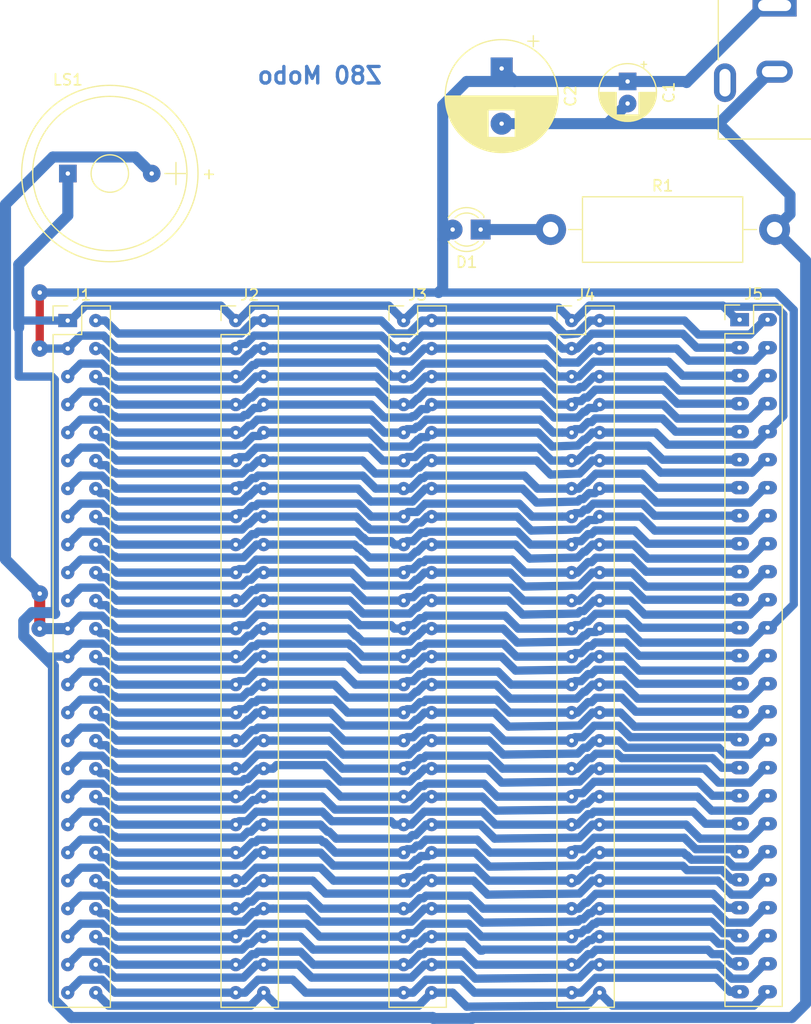
<source format=kicad_pcb>
(kicad_pcb (version 20171130) (host pcbnew 5.1.5-52549c5~84~ubuntu16.04.1)
  (layers (0 F.Cu signal hide) (31 B.Cu signal) (34 B.Paste user hide) (35 F.Paste user hide) (36 B.SilkS user hide) (37 F.SilkS user hide) (38 B.Mask user hide) (39 F.Mask user hide) (44 Edge.Cuts user hide))
  (net 0 "")
  (net 1 A0)
  (net 2 A1)
  (net 3 A2)
  (net 4 A3)
  (net 5 A4)
  (net 6 A5)
  (net 7 A6)
  (net 8 A7)
  (net 9 A8)
  (net 10 A9)
  (net 11 A10)
  (net 12 A11)
  (net 13 A12)
  (net 14 A13)
  (net 15 A14)
  (net 16 A15)
  (net 17 D0)
  (net 18 D1)
  (net 19 D2)
  (net 20 D3)
  (net 21 D4)
  (net 22 D5)
  (net 23 D6)
  (net 24 D7)
  (net 25 ~IORQ)
  (net 26 GND)
  (net 27 +5V)
  (net 28 SND)
  (net 29 fu6)
  (net 30 fu5)
  (net 31 fu4)
  (net 32 fu3)
  (net 33 ~serial)
  (net 34 ~vdp)
  (net 35 ~psg)
  (net 36 ~storage)
  (net 37 ~keyb)
  (net 38 ~rtc)
  (net 39 ~exp1)
  (net 40 ~exp2)
  (net 41 fu2)
  (net 42 ~RESET)
  (net 43 RESET)
  (net 44 ~RD)
  (net 45 ~WR)
  (net 46 ~INT)
  (net 47 CLK)
  (net 48 "Net-(D1-Pad1)")
  (module Connector_BarrelJack:BarrelJack_CUI_PJ-063AH_Horizontal (layer F.Cu) (at 175.895 65.405)
    (fp_text reference J6 (at 0 -2.3) (layer F.SilkS))
    (fp_text value Barrel_Jack)
    (pad "" np_thru_hole circle (at 0 9) (size 1.6 1.6) (drill 1.6) (layers *.Cu *.Mask))
    (pad MP thru_hole oval (at 4.5 7) (size 2 3.5) (drill oval 1 2.5) (layers *.Cu *.Mask))
    (pad MP thru_hole oval (at -4.5 7) (size 2 3.5) (drill oval 1 2.5) (layers *.Cu *.Mask))
    (pad 2 thru_hole oval (at 0 6) (size 3.3 2) (drill oval 2.3 1) (layers *.Cu *.Mask) (net 26 GND))
    (pad 1 thru_hole rect (at 0 0) (size 4 2) (drill oval 3 1) (layers *.Cu *.Mask) (net 27 +5V))
  )
  (module Buzzer_Beeper:MagneticBuzzer_StarMicronics_HMB-06_HMB-12 (layer F.Cu) (at 111.77 80.645)
    (fp_text reference LS1 (at 0 -8.5) (layer F.SilkS))
    (fp_text value Speaker)
    (fp_text user + (at 12.80922 0) (layer F.SilkS))
    (pad 2 thru_hole circle (at 7.61 0) (size 1.6002 1.6002) (drill 0.40076) (layers *.Cu *.Mask) (net 28 SND))
    (pad 1 thru_hole rect (at 0 0) (size 1.6002 1.6002) (drill 0.40076) (layers *.Cu *.Mask) (net 26 GND))
  )
  (module LED_THT:LED_D3.0mm (layer F.Cu) (at 149.225 85.725 180)
    (fp_text reference D1 (at 1.27 -2.96) (layer F.SilkS))
    (fp_text value LED)
    (pad 2 thru_hole circle (at 2.54 0 180) (size 1.8 1.8) (drill 0.4) (layers *.Cu *.Mask) (net 27 +5V))
    (pad 1 thru_hole rect (at 0 0 180) (size 1.8 1.8) (drill 0.4) (layers *.Cu *.Mask) (net 48 "Net-(D1-Pad1)"))
  )
  (module Resistor_THT:R_Axial_DIN0614_L14.3mm_D5.7mm_P20.32mm_Horizontal (layer F.Cu) (at 155.575 85.725)
    (fp_text reference R1 (at 10.16 -3.97) (layer F.SilkS))
    (fp_text value R)
    (pad 2 thru_hole oval (at 20.32 0) (size 2.8 2.8) (drill 1.4) (layers *.Cu *.Mask) (net 26 GND))
    (pad 1 thru_hole circle (at 0 0) (size 2.8 2.8) (drill 1.4) (layers *.Cu *.Mask) (net 48 "Net-(D1-Pad1)"))
  )
  (module Capacitor_THT:CP_Radial_D10.0mm_P5.00mm (layer F.Cu) (at 151.13 71.12 270)
    (fp_text reference C2 (at 2.5 -6.25 90) (layer F.SilkS))
    (fp_text value 0.1uF)
    (pad 2 thru_hole circle (at 5 0 270) (size 2 2) (drill 0.4) (layers *.Cu *.Mask) (net 26 GND))
    (pad 1 thru_hole rect (at 0 0 270) (size 2 2) (drill 0.4) (layers *.Cu *.Mask) (net 27 +5V))
  )
  (module Capacitor_THT:CP_Radial_D5.0mm_P2.00mm (layer F.Cu) (at 162.56 72.295 270)
    (fp_text reference C1 (at 1 -3.75 90) (layer F.SilkS))
    (fp_text value 10uF)
    (pad 2 thru_hole circle (at 2 0 270) (size 1.6 1.6) (drill 0.4) (layers *.Cu *.Mask) (net 26 GND))
    (pad 1 thru_hole rect (at 0 0 270) (size 1.6 1.6) (drill 0.4) (layers *.Cu *.Mask) (net 27 +5V))
  )
  (module Connector_PinHeader_2.54mm:PinHeader_2x25_P2.54mm_Vertical (layer F.Cu) (at 172.72 93.900001)
    (fp_text reference J5 (at 1.27 -2.33) (layer F.SilkS))
    (fp_text value BUS_50)
    (pad 50 thru_hole oval (at 2.54 60.96) (size 1.7 1.2) (drill 0.4) (layers *.Cu *.Mask) (net 1 A0))
    (pad 49 thru_hole oval (at 0 60.96) (size 1.7 1.2) (drill 0.4) (layers *.Cu *.Mask) (net 2 A1))
    (pad 48 thru_hole oval (at 2.54 58.42) (size 1.7 1.2) (drill 0.4) (layers *.Cu *.Mask) (net 3 A2))
    (pad 47 thru_hole oval (at 0 58.42) (size 1.7 1.2) (drill 0.4) (layers *.Cu *.Mask) (net 4 A3))
    (pad 46 thru_hole oval (at 2.54 55.88) (size 1.7 1.2) (drill 0.4) (layers *.Cu *.Mask) (net 5 A4))
    (pad 45 thru_hole oval (at 0 55.88) (size 1.7 1.2) (drill 0.4) (layers *.Cu *.Mask) (net 6 A5))
    (pad 44 thru_hole oval (at 2.54 53.34) (size 1.7 1.2) (drill 0.4) (layers *.Cu *.Mask) (net 7 A6))
    (pad 43 thru_hole oval (at 0 53.34) (size 1.7 1.2) (drill 0.4) (layers *.Cu *.Mask) (net 8 A7))
    (pad 42 thru_hole oval (at 2.54 50.8) (size 1.7 1.2) (drill 0.4) (layers *.Cu *.Mask) (net 9 A8))
    (pad 41 thru_hole oval (at 0 50.8) (size 1.7 1.2) (drill 0.4) (layers *.Cu *.Mask) (net 10 A9))
    (pad 40 thru_hole oval (at 2.54 48.26) (size 1.7 1.2) (drill 0.4) (layers *.Cu *.Mask) (net 11 A10))
    (pad 39 thru_hole oval (at 0 48.26) (size 1.7 1.2) (drill 0.4) (layers *.Cu *.Mask) (net 12 A11))
    (pad 38 thru_hole oval (at 2.54 45.72) (size 1.7 1.2) (drill 0.4) (layers *.Cu *.Mask) (net 13 A12))
    (pad 37 thru_hole oval (at 0 45.72) (size 1.7 1.2) (drill 0.4) (layers *.Cu *.Mask) (net 14 A13))
    (pad 36 thru_hole oval (at 2.54 43.18) (size 1.7 1.2) (drill 0.4) (layers *.Cu *.Mask) (net 15 A14))
    (pad 35 thru_hole oval (at 0 43.18) (size 1.7 1.2) (drill 0.4) (layers *.Cu *.Mask) (net 16 A15))
    (pad 34 thru_hole oval (at 2.54 40.64) (size 1.7 1.2) (drill 0.4) (layers *.Cu *.Mask) (net 17 D0))
    (pad 33 thru_hole oval (at 0 40.64) (size 1.7 1.2) (drill 0.4) (layers *.Cu *.Mask) (net 18 D1))
    (pad 32 thru_hole oval (at 2.54 38.1) (size 1.7 1.2) (drill 0.4) (layers *.Cu *.Mask) (net 19 D2))
    (pad 31 thru_hole oval (at 0 38.1) (size 1.7 1.2) (drill 0.4) (layers *.Cu *.Mask) (net 20 D3))
    (pad 30 thru_hole oval (at 2.54 35.56) (size 1.7 1.2) (drill 0.4) (layers *.Cu *.Mask) (net 21 D4))
    (pad 29 thru_hole oval (at 0 35.56) (size 1.7 1.2) (drill 0.4) (layers *.Cu *.Mask) (net 22 D5))
    (pad 28 thru_hole oval (at 2.54 33.02) (size 1.7 1.2) (drill 0.4) (layers *.Cu *.Mask) (net 23 D6))
    (pad 27 thru_hole oval (at 0 33.02) (size 1.7 1.2) (drill 0.4) (layers *.Cu *.Mask) (net 24 D7))
    (pad 26 thru_hole oval (at 2.54 30.48) (size 1.7 1.2) (drill 0.4) (layers *.Cu *.Mask) (net 25 ~IORQ))
    (pad 25 thru_hole oval (at 0 30.48) (size 1.7 1.2) (drill 0.4) (layers *.Cu *.Mask) (net 26 GND))
    (pad 24 thru_hole oval (at 2.54 27.94) (size 1.7 1.2) (drill 0.4) (layers *.Cu *.Mask) (net 27 +5V))
    (pad 23 thru_hole oval (at 0 27.94) (size 1.7 1.2) (drill 0.4) (layers *.Cu *.Mask) (net 28 SND))
    (pad 22 thru_hole oval (at 2.54 25.4) (size 1.7 1.2) (drill 0.4) (layers *.Cu *.Mask) (net 29 fu6))
    (pad 21 thru_hole oval (at 0 25.4) (size 1.7 1.2) (drill 0.4) (layers *.Cu *.Mask) (net 30 fu5))
    (pad 20 thru_hole oval (at 2.54 22.86) (size 1.7 1.2) (drill 0.4) (layers *.Cu *.Mask) (net 31 fu4))
    (pad 19 thru_hole oval (at 0 22.86) (size 1.7 1.2) (drill 0.4) (layers *.Cu *.Mask) (net 32 fu3))
    (pad 18 thru_hole oval (at 2.54 20.32) (size 1.7 1.2) (drill 0.4) (layers *.Cu *.Mask) (net 33 ~serial))
    (pad 17 thru_hole oval (at 0 20.32) (size 1.7 1.2) (drill 0.4) (layers *.Cu *.Mask) (net 34 ~vdp))
    (pad 16 thru_hole oval (at 2.54 17.78) (size 1.7 1.2) (drill 0.4) (layers *.Cu *.Mask) (net 35 ~psg))
    (pad 15 thru_hole oval (at 0 17.78) (size 1.7 1.2) (drill 0.4) (layers *.Cu *.Mask) (net 36 ~storage))
    (pad 14 thru_hole oval (at 2.54 15.24) (size 1.7 1.2) (drill 0.4) (layers *.Cu *.Mask) (net 37 ~keyb))
    (pad 13 thru_hole oval (at 0 15.24) (size 1.7 1.2) (drill 0.4) (layers *.Cu *.Mask) (net 38 ~rtc))
    (pad 12 thru_hole oval (at 2.54 12.7) (size 1.7 1.2) (drill 0.4) (layers *.Cu *.Mask) (net 39 ~exp1))
    (pad 11 thru_hole oval (at 0 12.7) (size 1.7 1.2) (drill 0.4) (layers *.Cu *.Mask) (net 40 ~exp2))
    (pad 10 thru_hole oval (at 2.54 10.16) (size 1.7 1.2) (drill 0.4) (layers *.Cu *.Mask) (net 26 GND))
    (pad 9 thru_hole oval (at 0 10.16) (size 1.7 1.2) (drill 0.4) (layers *.Cu *.Mask) (net 41 fu2))
    (pad 8 thru_hole oval (at 2.54 7.62) (size 1.7 1.2) (drill 0.4) (layers *.Cu *.Mask) (net 42 ~RESET))
    (pad 7 thru_hole oval (at 0 7.62) (size 1.7 1.2) (drill 0.4) (layers *.Cu *.Mask) (net 43 RESET))
    (pad 6 thru_hole oval (at 2.54 5.08) (size 1.7 1.2) (drill 0.4) (layers *.Cu *.Mask) (net 44 ~RD))
    (pad 5 thru_hole oval (at 0 5.08) (size 1.7 1.2) (drill 0.4) (layers *.Cu *.Mask) (net 45 ~WR))
    (pad 4 thru_hole oval (at 2.54 2.54) (size 1.7 1.2) (drill 0.4) (layers *.Cu *.Mask) (net 46 ~INT))
    (pad 3 thru_hole oval (at 0 2.54) (size 1.7 1.2) (drill 0.4) (layers *.Cu *.Mask) (net 27 +5V))
    (pad 2 thru_hole oval (at 2.54 0) (size 1.7 1.2) (drill 0.4) (layers *.Cu *.Mask) (net 47 CLK))
    (pad 1 thru_hole rect (at 0 0) (size 1.7 1.2) (drill 0.4) (layers *.Cu *.Mask) (net 26 GND))
  )
  (module Connector_PinHeader_2.54mm:PinHeader_2x25_P2.54mm_Vertical (layer F.Cu) (at 157.48 93.98)
    (fp_text reference J4 (at 1.27 -2.33) (layer F.SilkS))
    (fp_text value BUS_50)
    (pad 50 thru_hole oval (at 2.54 60.96) (size 1.2 1.2) (drill 0.4) (layers *.Cu *.Mask) (net 1 A0))
    (pad 49 thru_hole oval (at 0 60.96) (size 1.2 1.2) (drill 0.4) (layers *.Cu *.Mask) (net 2 A1))
    (pad 48 thru_hole oval (at 2.54 58.42) (size 1.2 1.2) (drill 0.4) (layers *.Cu *.Mask) (net 3 A2))
    (pad 47 thru_hole oval (at 0 58.42) (size 1.2 1.2) (drill 0.4) (layers *.Cu *.Mask) (net 4 A3))
    (pad 46 thru_hole oval (at 2.54 55.88) (size 1.2 1.2) (drill 0.4) (layers *.Cu *.Mask) (net 5 A4))
    (pad 45 thru_hole oval (at 0 55.88) (size 1.2 1.2) (drill 0.4) (layers *.Cu *.Mask) (net 6 A5))
    (pad 44 thru_hole oval (at 2.54 53.34) (size 1.2 1.2) (drill 0.4) (layers *.Cu *.Mask) (net 7 A6))
    (pad 43 thru_hole oval (at 0 53.34) (size 1.2 1.2) (drill 0.4) (layers *.Cu *.Mask) (net 8 A7))
    (pad 42 thru_hole oval (at 2.54 50.8) (size 1.2 1.2) (drill 0.4) (layers *.Cu *.Mask) (net 9 A8))
    (pad 41 thru_hole oval (at 0 50.8) (size 1.2 1.2) (drill 0.4) (layers *.Cu *.Mask) (net 10 A9))
    (pad 40 thru_hole oval (at 2.54 48.26) (size 1.2 1.2) (drill 0.4) (layers *.Cu *.Mask) (net 11 A10))
    (pad 39 thru_hole oval (at 0 48.26) (size 1.2 1.2) (drill 0.4) (layers *.Cu *.Mask) (net 12 A11))
    (pad 38 thru_hole oval (at 2.54 45.72) (size 1.2 1.2) (drill 0.4) (layers *.Cu *.Mask) (net 13 A12))
    (pad 37 thru_hole oval (at 0 45.72) (size 1.2 1.2) (drill 0.4) (layers *.Cu *.Mask) (net 14 A13))
    (pad 36 thru_hole oval (at 2.54 43.18) (size 1.2 1.2) (drill 0.4) (layers *.Cu *.Mask) (net 15 A14))
    (pad 35 thru_hole oval (at 0 43.18) (size 1.2 1.2) (drill 0.4) (layers *.Cu *.Mask) (net 16 A15))
    (pad 34 thru_hole oval (at 2.54 40.64) (size 1.2 1.2) (drill 0.4) (layers *.Cu *.Mask) (net 17 D0))
    (pad 33 thru_hole oval (at 0 40.64) (size 1.2 1.2) (drill 0.4) (layers *.Cu *.Mask) (net 18 D1))
    (pad 32 thru_hole oval (at 2.54 38.1) (size 1.2 1.2) (drill 0.4) (layers *.Cu *.Mask) (net 19 D2))
    (pad 31 thru_hole oval (at 0 38.1) (size 1.2 1.2) (drill 0.4) (layers *.Cu *.Mask) (net 20 D3))
    (pad 30 thru_hole oval (at 2.54 35.56) (size 1.2 1.2) (drill 0.4) (layers *.Cu *.Mask) (net 21 D4))
    (pad 29 thru_hole oval (at 0 35.56) (size 1.2 1.2) (drill 0.4) (layers *.Cu *.Mask) (net 22 D5))
    (pad 28 thru_hole oval (at 2.54 33.02) (size 1.2 1.2) (drill 0.4) (layers *.Cu *.Mask) (net 23 D6))
    (pad 27 thru_hole oval (at 0 33.02) (size 1.2 1.2) (drill 0.4) (layers *.Cu *.Mask) (net 24 D7))
    (pad 26 thru_hole oval (at 2.54 30.48) (size 1.2 1.2) (drill 0.4) (layers *.Cu *.Mask) (net 25 ~IORQ))
    (pad 25 thru_hole oval (at 0 30.48) (size 1.2 1.2) (drill 0.4) (layers *.Cu *.Mask) (net 26 GND))
    (pad 24 thru_hole oval (at 2.54 27.94) (size 1.2 1.2) (drill 0.4) (layers *.Cu *.Mask) (net 27 +5V))
    (pad 23 thru_hole oval (at 0 27.94) (size 1.2 1.2) (drill 0.4) (layers *.Cu *.Mask) (net 28 SND))
    (pad 22 thru_hole oval (at 2.54 25.4) (size 1.2 1.2) (drill 0.4) (layers *.Cu *.Mask) (net 29 fu6))
    (pad 21 thru_hole oval (at 0 25.4) (size 1.2 1.2) (drill 0.4) (layers *.Cu *.Mask) (net 30 fu5))
    (pad 20 thru_hole oval (at 2.54 22.86) (size 1.2 1.2) (drill 0.4) (layers *.Cu *.Mask) (net 31 fu4))
    (pad 19 thru_hole oval (at 0 22.86) (size 1.2 1.2) (drill 0.4) (layers *.Cu *.Mask) (net 32 fu3))
    (pad 18 thru_hole oval (at 2.54 20.32) (size 1.2 1.2) (drill 0.4) (layers *.Cu *.Mask) (net 33 ~serial))
    (pad 17 thru_hole oval (at 0 20.32) (size 1.2 1.2) (drill 0.4) (layers *.Cu *.Mask) (net 34 ~vdp))
    (pad 16 thru_hole oval (at 2.54 17.78) (size 1.2 1.2) (drill 0.4) (layers *.Cu *.Mask) (net 35 ~psg))
    (pad 15 thru_hole oval (at 0 17.78) (size 1.2 1.2) (drill 0.4) (layers *.Cu *.Mask) (net 36 ~storage))
    (pad 14 thru_hole oval (at 2.54 15.24) (size 1.2 1.2) (drill 0.4) (layers *.Cu *.Mask) (net 37 ~keyb))
    (pad 13 thru_hole oval (at 0 15.24) (size 1.2 1.2) (drill 0.4) (layers *.Cu *.Mask) (net 38 ~rtc))
    (pad 12 thru_hole oval (at 2.54 12.7) (size 1.2 1.2) (drill 0.4) (layers *.Cu *.Mask) (net 39 ~exp1))
    (pad 11 thru_hole oval (at 0 12.7) (size 1.2 1.2) (drill 0.4) (layers *.Cu *.Mask) (net 40 ~exp2))
    (pad 10 thru_hole oval (at 2.54 10.16) (size 1.2 1.2) (drill 0.4) (layers *.Cu *.Mask) (net 26 GND))
    (pad 9 thru_hole oval (at 0 10.16) (size 1.2 1.2) (drill 0.4) (layers *.Cu *.Mask) (net 41 fu2))
    (pad 8 thru_hole oval (at 2.54 7.62) (size 1.2 1.2) (drill 0.4) (layers *.Cu *.Mask) (net 42 ~RESET))
    (pad 7 thru_hole oval (at 0 7.62) (size 1.2 1.2) (drill 0.4) (layers *.Cu *.Mask) (net 43 RESET))
    (pad 6 thru_hole oval (at 2.54 5.08) (size 1.2 1.2) (drill 0.4) (layers *.Cu *.Mask) (net 44 ~RD))
    (pad 5 thru_hole oval (at 0 5.08) (size 1.2 1.2) (drill 0.4) (layers *.Cu *.Mask) (net 45 ~WR))
    (pad 4 thru_hole oval (at 2.54 2.54) (size 1.2 1.2) (drill 0.4) (layers *.Cu *.Mask) (net 46 ~INT))
    (pad 3 thru_hole oval (at 0 2.54) (size 1.2 1.2) (drill 0.4) (layers *.Cu *.Mask) (net 27 +5V))
    (pad 2 thru_hole oval (at 2.54 0) (size 1.2 1.2) (drill 0.4) (layers *.Cu *.Mask) (net 47 CLK))
    (pad 1 thru_hole oval (at 0 0) (size 1.2 1.2) (drill 0.4) (layers *.Cu *.Mask) (net 26 GND))
  )
  (module Connector_PinHeader_2.54mm:PinHeader_2x25_P2.54mm_Vertical (layer F.Cu) (at 142.24 93.98)
    (fp_text reference J3 (at 1.27 -2.33) (layer F.SilkS))
    (fp_text value BUS_50)
    (pad 50 thru_hole oval (at 2.54 60.96) (size 1.2 1.2) (drill 0.4) (layers *.Cu *.Mask) (net 1 A0))
    (pad 49 thru_hole oval (at 0 60.96) (size 1.2 1.2) (drill 0.4) (layers *.Cu *.Mask) (net 2 A1))
    (pad 48 thru_hole oval (at 2.54 58.42) (size 1.2 1.2) (drill 0.4) (layers *.Cu *.Mask) (net 3 A2))
    (pad 47 thru_hole oval (at 0 58.42) (size 1.2 1.2) (drill 0.4) (layers *.Cu *.Mask) (net 4 A3))
    (pad 46 thru_hole oval (at 2.54 55.88) (size 1.2 1.2) (drill 0.4) (layers *.Cu *.Mask) (net 5 A4))
    (pad 45 thru_hole oval (at 0 55.88) (size 1.2 1.2) (drill 0.4) (layers *.Cu *.Mask) (net 6 A5))
    (pad 44 thru_hole oval (at 2.54 53.34) (size 1.2 1.2) (drill 0.4) (layers *.Cu *.Mask) (net 7 A6))
    (pad 43 thru_hole oval (at 0 53.34) (size 1.2 1.2) (drill 0.4) (layers *.Cu *.Mask) (net 8 A7))
    (pad 42 thru_hole oval (at 2.54 50.8) (size 1.2 1.2) (drill 0.4) (layers *.Cu *.Mask) (net 9 A8))
    (pad 41 thru_hole oval (at 0 50.8) (size 1.2 1.2) (drill 0.4) (layers *.Cu *.Mask) (net 10 A9))
    (pad 40 thru_hole oval (at 2.54 48.26) (size 1.2 1.2) (drill 0.4) (layers *.Cu *.Mask) (net 11 A10))
    (pad 39 thru_hole oval (at 0 48.26) (size 1.2 1.2) (drill 0.4) (layers *.Cu *.Mask) (net 12 A11))
    (pad 38 thru_hole oval (at 2.54 45.72) (size 1.2 1.2) (drill 0.4) (layers *.Cu *.Mask) (net 13 A12))
    (pad 37 thru_hole oval (at 0 45.72) (size 1.2 1.2) (drill 0.4) (layers *.Cu *.Mask) (net 14 A13))
    (pad 36 thru_hole oval (at 2.54 43.18) (size 1.2 1.2) (drill 0.4) (layers *.Cu *.Mask) (net 15 A14))
    (pad 35 thru_hole oval (at 0 43.18) (size 1.2 1.2) (drill 0.4) (layers *.Cu *.Mask) (net 16 A15))
    (pad 34 thru_hole oval (at 2.54 40.64) (size 1.2 1.2) (drill 0.4) (layers *.Cu *.Mask) (net 17 D0))
    (pad 33 thru_hole oval (at 0 40.64) (size 1.2 1.2) (drill 0.4) (layers *.Cu *.Mask) (net 18 D1))
    (pad 32 thru_hole oval (at 2.54 38.1) (size 1.2 1.2) (drill 0.4) (layers *.Cu *.Mask) (net 19 D2))
    (pad 31 thru_hole oval (at 0 38.1) (size 1.2 1.2) (drill 0.4) (layers *.Cu *.Mask) (net 20 D3))
    (pad 30 thru_hole oval (at 2.54 35.56) (size 1.2 1.2) (drill 0.4) (layers *.Cu *.Mask) (net 21 D4))
    (pad 29 thru_hole oval (at 0 35.56) (size 1.2 1.2) (drill 0.4) (layers *.Cu *.Mask) (net 22 D5))
    (pad 28 thru_hole oval (at 2.54 33.02) (size 1.2 1.2) (drill 0.4) (layers *.Cu *.Mask) (net 23 D6))
    (pad 27 thru_hole oval (at 0 33.02) (size 1.2 1.2) (drill 0.4) (layers *.Cu *.Mask) (net 24 D7))
    (pad 26 thru_hole oval (at 2.54 30.48) (size 1.2 1.2) (drill 0.4) (layers *.Cu *.Mask) (net 25 ~IORQ))
    (pad 25 thru_hole oval (at 0 30.48) (size 1.2 1.2) (drill 0.4) (layers *.Cu *.Mask) (net 26 GND))
    (pad 24 thru_hole oval (at 2.54 27.94) (size 1.2 1.2) (drill 0.4) (layers *.Cu *.Mask) (net 27 +5V))
    (pad 23 thru_hole oval (at 0 27.94) (size 1.2 1.2) (drill 0.4) (layers *.Cu *.Mask) (net 28 SND))
    (pad 22 thru_hole oval (at 2.54 25.4) (size 1.2 1.2) (drill 0.4) (layers *.Cu *.Mask) (net 29 fu6))
    (pad 21 thru_hole oval (at 0 25.4) (size 1.2 1.2) (drill 0.4) (layers *.Cu *.Mask) (net 30 fu5))
    (pad 20 thru_hole oval (at 2.54 22.86) (size 1.2 1.2) (drill 0.4) (layers *.Cu *.Mask) (net 31 fu4))
    (pad 19 thru_hole oval (at 0 22.86) (size 1.2 1.2) (drill 0.4) (layers *.Cu *.Mask) (net 32 fu3))
    (pad 18 thru_hole oval (at 2.54 20.32) (size 1.2 1.2) (drill 0.4) (layers *.Cu *.Mask) (net 33 ~serial))
    (pad 17 thru_hole oval (at 0 20.32) (size 1.2 1.2) (drill 0.4) (layers *.Cu *.Mask) (net 34 ~vdp))
    (pad 16 thru_hole oval (at 2.54 17.78) (size 1.2 1.2) (drill 0.4) (layers *.Cu *.Mask) (net 35 ~psg))
    (pad 15 thru_hole oval (at 0 17.78) (size 1.2 1.2) (drill 0.4) (layers *.Cu *.Mask) (net 36 ~storage))
    (pad 14 thru_hole oval (at 2.54 15.24) (size 1.2 1.2) (drill 0.4) (layers *.Cu *.Mask) (net 37 ~keyb))
    (pad 13 thru_hole oval (at 0 15.24) (size 1.2 1.2) (drill 0.4) (layers *.Cu *.Mask) (net 38 ~rtc))
    (pad 12 thru_hole oval (at 2.54 12.7) (size 1.2 1.2) (drill 0.4) (layers *.Cu *.Mask) (net 39 ~exp1))
    (pad 11 thru_hole oval (at 0 12.7) (size 1.2 1.2) (drill 0.4) (layers *.Cu *.Mask) (net 40 ~exp2))
    (pad 10 thru_hole oval (at 2.54 10.16) (size 1.2 1.2) (drill 0.4) (layers *.Cu *.Mask) (net 26 GND))
    (pad 9 thru_hole oval (at 0 10.16) (size 1.2 1.2) (drill 0.4) (layers *.Cu *.Mask) (net 41 fu2))
    (pad 8 thru_hole oval (at 2.54 7.62) (size 1.2 1.2) (drill 0.4) (layers *.Cu *.Mask) (net 42 ~RESET))
    (pad 7 thru_hole oval (at 0 7.62) (size 1.2 1.2) (drill 0.4) (layers *.Cu *.Mask) (net 43 RESET))
    (pad 6 thru_hole oval (at 2.54 5.08) (size 1.2 1.2) (drill 0.4) (layers *.Cu *.Mask) (net 44 ~RD))
    (pad 5 thru_hole oval (at 0 5.08) (size 1.2 1.2) (drill 0.4) (layers *.Cu *.Mask) (net 45 ~WR))
    (pad 4 thru_hole oval (at 2.54 2.54) (size 1.2 1.2) (drill 0.4) (layers *.Cu *.Mask) (net 46 ~INT))
    (pad 3 thru_hole oval (at 0 2.54) (size 1.2 1.2) (drill 0.4) (layers *.Cu *.Mask) (net 27 +5V))
    (pad 2 thru_hole oval (at 2.54 0) (size 1.2 1.2) (drill 0.4) (layers *.Cu *.Mask) (net 47 CLK))
    (pad 1 thru_hole oval (at 0 0) (size 1.2 1.2) (drill 0.4) (layers *.Cu *.Mask) (net 26 GND))
  )
  (module Connector_PinHeader_2.54mm:PinHeader_2x25_P2.54mm_Vertical (layer F.Cu) (at 127 93.98)
    (fp_text reference J2 (at 1.27 -2.33) (layer F.SilkS))
    (fp_text value BUS_50)
    (pad 50 thru_hole oval (at 2.54 60.96) (size 1.2 1.2) (drill 0.4) (layers *.Cu *.Mask) (net 1 A0))
    (pad 49 thru_hole oval (at 0 60.96) (size 1.2 1.2) (drill 0.4) (layers *.Cu *.Mask) (net 2 A1))
    (pad 48 thru_hole oval (at 2.54 58.42) (size 1.2 1.2) (drill 0.4) (layers *.Cu *.Mask) (net 3 A2))
    (pad 47 thru_hole oval (at 0 58.42) (size 1.2 1.2) (drill 0.4) (layers *.Cu *.Mask) (net 4 A3))
    (pad 46 thru_hole oval (at 2.54 55.88) (size 1.2 1.2) (drill 0.4) (layers *.Cu *.Mask) (net 5 A4))
    (pad 45 thru_hole oval (at 0 55.88) (size 1.2 1.2) (drill 0.4) (layers *.Cu *.Mask) (net 6 A5))
    (pad 44 thru_hole oval (at 2.54 53.34) (size 1.2 1.2) (drill 0.4) (layers *.Cu *.Mask) (net 7 A6))
    (pad 43 thru_hole oval (at 0 53.34) (size 1.2 1.2) (drill 0.4) (layers *.Cu *.Mask) (net 8 A7))
    (pad 42 thru_hole oval (at 2.54 50.8) (size 1.2 1.2) (drill 0.4) (layers *.Cu *.Mask) (net 9 A8))
    (pad 41 thru_hole oval (at 0 50.8) (size 1.2 1.2) (drill 0.4) (layers *.Cu *.Mask) (net 10 A9))
    (pad 40 thru_hole oval (at 2.54 48.26) (size 1.2 1.2) (drill 0.4) (layers *.Cu *.Mask) (net 11 A10))
    (pad 39 thru_hole oval (at 0 48.26) (size 1.2 1.2) (drill 0.4) (layers *.Cu *.Mask) (net 12 A11))
    (pad 38 thru_hole oval (at 2.54 45.72) (size 1.2 1.2) (drill 0.4) (layers *.Cu *.Mask) (net 13 A12))
    (pad 37 thru_hole oval (at 0 45.72) (size 1.2 1.2) (drill 0.4) (layers *.Cu *.Mask) (net 14 A13))
    (pad 36 thru_hole oval (at 2.54 43.18) (size 1.2 1.2) (drill 0.4) (layers *.Cu *.Mask) (net 15 A14))
    (pad 35 thru_hole oval (at 0 43.18) (size 1.2 1.2) (drill 0.4) (layers *.Cu *.Mask) (net 16 A15))
    (pad 34 thru_hole oval (at 2.54 40.64) (size 1.2 1.2) (drill 0.4) (layers *.Cu *.Mask) (net 17 D0))
    (pad 33 thru_hole oval (at 0 40.64) (size 1.2 1.2) (drill 0.4) (layers *.Cu *.Mask) (net 18 D1))
    (pad 32 thru_hole oval (at 2.54 38.1) (size 1.2 1.2) (drill 0.4) (layers *.Cu *.Mask) (net 19 D2))
    (pad 31 thru_hole oval (at 0 38.1) (size 1.2 1.2) (drill 0.4) (layers *.Cu *.Mask) (net 20 D3))
    (pad 30 thru_hole oval (at 2.54 35.56) (size 1.2 1.2) (drill 0.4) (layers *.Cu *.Mask) (net 21 D4))
    (pad 29 thru_hole oval (at 0 35.56) (size 1.2 1.2) (drill 0.4) (layers *.Cu *.Mask) (net 22 D5))
    (pad 28 thru_hole oval (at 2.54 33.02) (size 1.2 1.2) (drill 0.4) (layers *.Cu *.Mask) (net 23 D6))
    (pad 27 thru_hole oval (at 0 33.02) (size 1.2 1.2) (drill 0.4) (layers *.Cu *.Mask) (net 24 D7))
    (pad 26 thru_hole oval (at 2.54 30.48) (size 1.2 1.2) (drill 0.4) (layers *.Cu *.Mask) (net 25 ~IORQ))
    (pad 25 thru_hole oval (at 0 30.48) (size 1.2 1.2) (drill 0.4) (layers *.Cu *.Mask) (net 26 GND))
    (pad 24 thru_hole oval (at 2.54 27.94) (size 1.2 1.2) (drill 0.4) (layers *.Cu *.Mask) (net 27 +5V))
    (pad 23 thru_hole oval (at 0 27.94) (size 1.2 1.2) (drill 0.4) (layers *.Cu *.Mask) (net 28 SND))
    (pad 22 thru_hole oval (at 2.54 25.4) (size 1.2 1.2) (drill 0.4) (layers *.Cu *.Mask) (net 29 fu6))
    (pad 21 thru_hole oval (at 0 25.4) (size 1.2 1.2) (drill 0.4) (layers *.Cu *.Mask) (net 30 fu5))
    (pad 20 thru_hole oval (at 2.54 22.86) (size 1.2 1.2) (drill 0.4) (layers *.Cu *.Mask) (net 31 fu4))
    (pad 19 thru_hole oval (at 0 22.86) (size 1.2 1.2) (drill 0.4) (layers *.Cu *.Mask) (net 32 fu3))
    (pad 18 thru_hole oval (at 2.54 20.32) (size 1.2 1.2) (drill 0.4) (layers *.Cu *.Mask) (net 33 ~serial))
    (pad 17 thru_hole oval (at 0 20.32) (size 1.2 1.2) (drill 0.4) (layers *.Cu *.Mask) (net 34 ~vdp))
    (pad 16 thru_hole oval (at 2.54 17.78) (size 1.2 1.2) (drill 0.4) (layers *.Cu *.Mask) (net 35 ~psg))
    (pad 15 thru_hole oval (at 0 17.78) (size 1.2 1.2) (drill 0.4) (layers *.Cu *.Mask) (net 36 ~storage))
    (pad 14 thru_hole oval (at 2.54 15.24) (size 1.2 1.2) (drill 0.4) (layers *.Cu *.Mask) (net 37 ~keyb))
    (pad 13 thru_hole oval (at 0 15.24) (size 1.2 1.2) (drill 0.4) (layers *.Cu *.Mask) (net 38 ~rtc))
    (pad 12 thru_hole oval (at 2.54 12.7) (size 1.2 1.2) (drill 0.4) (layers *.Cu *.Mask) (net 39 ~exp1))
    (pad 11 thru_hole oval (at 0 12.7) (size 1.2 1.2) (drill 0.4) (layers *.Cu *.Mask) (net 40 ~exp2))
    (pad 10 thru_hole oval (at 2.54 10.16) (size 1.2 1.2) (drill 0.4) (layers *.Cu *.Mask) (net 26 GND))
    (pad 9 thru_hole oval (at 0 10.16) (size 1.2 1.2) (drill 0.4) (layers *.Cu *.Mask) (net 41 fu2))
    (pad 8 thru_hole oval (at 2.54 7.62) (size 1.2 1.2) (drill 0.4) (layers *.Cu *.Mask) (net 42 ~RESET))
    (pad 7 thru_hole oval (at 0 7.62) (size 1.2 1.2) (drill 0.4) (layers *.Cu *.Mask) (net 43 RESET))
    (pad 6 thru_hole oval (at 2.54 5.08) (size 1.2 1.2) (drill 0.4) (layers *.Cu *.Mask) (net 44 ~RD))
    (pad 5 thru_hole oval (at 0 5.08) (size 1.2 1.2) (drill 0.4) (layers *.Cu *.Mask) (net 45 ~WR))
    (pad 4 thru_hole oval (at 2.54 2.54) (size 1.2 1.2) (drill 0.4) (layers *.Cu *.Mask) (net 46 ~INT))
    (pad 3 thru_hole oval (at 0 2.54) (size 1.2 1.2) (drill 0.4) (layers *.Cu *.Mask) (net 27 +5V))
    (pad 2 thru_hole oval (at 2.54 0) (size 1.2 1.2) (drill 0.4) (layers *.Cu *.Mask) (net 47 CLK))
    (pad 1 thru_hole circle (at 0 0) (size 1.2 1.2) (drill 0.4) (layers *.Cu *.Mask) (net 26 GND))
  )
  (module Connector_PinHeader_2.54mm:PinHeader_2x25_P2.54mm_Vertical (layer F.Cu) (at 111.76 93.98)
    (fp_text reference J1 (at 1.27 -2.33) (layer F.SilkS))
    (fp_text value BUS_50)
    (pad 50 thru_hole oval (at 2.54 60.96) (size 1.2 1.2) (drill 0.4) (layers *.Cu *.Mask) (net 1 A0))
    (pad 49 thru_hole oval (at 0 60.96) (size 1.2 1.2) (drill 0.4) (layers *.Cu *.Mask) (net 2 A1))
    (pad 48 thru_hole oval (at 2.54 58.42) (size 1.2 1.2) (drill 0.4) (layers *.Cu *.Mask) (net 3 A2))
    (pad 47 thru_hole oval (at 0 58.42) (size 1.2 1.2) (drill 0.4) (layers *.Cu *.Mask) (net 4 A3))
    (pad 46 thru_hole oval (at 2.54 55.88) (size 1.2 1.2) (drill 0.4) (layers *.Cu *.Mask) (net 5 A4))
    (pad 45 thru_hole oval (at 0 55.88) (size 1.2 1.2) (drill 0.4) (layers *.Cu *.Mask) (net 6 A5))
    (pad 44 thru_hole oval (at 2.54 53.34) (size 1.2 1.2) (drill 0.4) (layers *.Cu *.Mask) (net 7 A6))
    (pad 43 thru_hole oval (at 0 53.34) (size 1.2 1.2) (drill 0.4) (layers *.Cu *.Mask) (net 8 A7))
    (pad 42 thru_hole oval (at 2.54 50.8) (size 1.2 1.2) (drill 0.4) (layers *.Cu *.Mask) (net 9 A8))
    (pad 41 thru_hole oval (at 0 50.8) (size 1.2 1.2) (drill 0.4) (layers *.Cu *.Mask) (net 10 A9))
    (pad 40 thru_hole oval (at 2.54 48.26) (size 1.2 1.2) (drill 0.4) (layers *.Cu *.Mask) (net 11 A10))
    (pad 39 thru_hole oval (at 0 48.26) (size 1.2 1.2) (drill 0.4) (layers *.Cu *.Mask) (net 12 A11))
    (pad 38 thru_hole oval (at 2.54 45.72) (size 1.2 1.2) (drill 0.4) (layers *.Cu *.Mask) (net 13 A12))
    (pad 37 thru_hole oval (at 0 45.72) (size 1.2 1.2) (drill 0.4) (layers *.Cu *.Mask) (net 14 A13))
    (pad 36 thru_hole oval (at 2.54 43.18) (size 1.2 1.2) (drill 0.4) (layers *.Cu *.Mask) (net 15 A14))
    (pad 35 thru_hole oval (at 0 43.18) (size 1.2 1.2) (drill 0.4) (layers *.Cu *.Mask) (net 16 A15))
    (pad 34 thru_hole oval (at 2.54 40.64) (size 1.2 1.2) (drill 0.4) (layers *.Cu *.Mask) (net 17 D0))
    (pad 33 thru_hole oval (at 0 40.64) (size 1.2 1.2) (drill 0.4) (layers *.Cu *.Mask) (net 18 D1))
    (pad 32 thru_hole oval (at 2.54 38.1) (size 1.2 1.2) (drill 0.4) (layers *.Cu *.Mask) (net 19 D2))
    (pad 31 thru_hole oval (at 0 38.1) (size 1.2 1.2) (drill 0.4) (layers *.Cu *.Mask) (net 20 D3))
    (pad 30 thru_hole oval (at 2.54 35.56) (size 1.2 1.2) (drill 0.4) (layers *.Cu *.Mask) (net 21 D4))
    (pad 29 thru_hole oval (at 0 35.56) (size 1.2 1.2) (drill 0.4) (layers *.Cu *.Mask) (net 22 D5))
    (pad 28 thru_hole oval (at 2.54 33.02) (size 1.2 1.2) (drill 0.4) (layers *.Cu *.Mask) (net 23 D6))
    (pad 27 thru_hole oval (at 0 33.02) (size 1.2 1.2) (drill 0.4) (layers *.Cu *.Mask) (net 24 D7))
    (pad 26 thru_hole oval (at 2.54 30.48) (size 1.2 1.2) (drill 0.4) (layers *.Cu *.Mask) (net 25 ~IORQ))
    (pad 25 thru_hole oval (at 0 30.48) (size 1.2 1.2) (drill 0.4) (layers *.Cu *.Mask) (net 26 GND))
    (pad 24 thru_hole oval (at 2.54 27.94) (size 1.2 1.2) (drill 0.4) (layers *.Cu *.Mask) (net 27 +5V))
    (pad 23 thru_hole oval (at 0 27.94) (size 1.2 1.2) (drill 0.4) (layers *.Cu *.Mask) (net 28 SND))
    (pad 22 thru_hole oval (at 2.54 25.4) (size 1.2 1.2) (drill 0.4) (layers *.Cu *.Mask) (net 29 fu6))
    (pad 21 thru_hole oval (at 0 25.4) (size 1.2 1.2) (drill 0.4) (layers *.Cu *.Mask) (net 30 fu5))
    (pad 20 thru_hole oval (at 2.54 22.86) (size 1.2 1.2) (drill 0.4) (layers *.Cu *.Mask) (net 31 fu4))
    (pad 19 thru_hole oval (at 0 22.86) (size 1.2 1.2) (drill 0.4) (layers *.Cu *.Mask) (net 32 fu3))
    (pad 18 thru_hole oval (at 2.54 20.32) (size 1.2 1.2) (drill 0.4) (layers *.Cu *.Mask) (net 33 ~serial))
    (pad 17 thru_hole oval (at 0 20.32) (size 1.2 1.2) (drill 0.4) (layers *.Cu *.Mask) (net 34 ~vdp))
    (pad 16 thru_hole oval (at 2.54 17.78) (size 1.2 1.2) (drill 0.4) (layers *.Cu *.Mask) (net 35 ~psg))
    (pad 15 thru_hole oval (at 0 17.78) (size 1.2 1.2) (drill 0.4) (layers *.Cu *.Mask) (net 36 ~storage))
    (pad 14 thru_hole oval (at 2.54 15.24) (size 1.2 1.2) (drill 0.4) (layers *.Cu *.Mask) (net 37 ~keyb))
    (pad 13 thru_hole oval (at 0 15.24) (size 1.2 1.2) (drill 0.4) (layers *.Cu *.Mask) (net 38 ~rtc))
    (pad 12 thru_hole oval (at 2.54 12.7) (size 1.2 1.2) (drill 0.4) (layers *.Cu *.Mask) (net 39 ~exp1))
    (pad 11 thru_hole oval (at 0 12.7) (size 1.2 1.2) (drill 0.4) (layers *.Cu *.Mask) (net 40 ~exp2))
    (pad 10 thru_hole oval (at 2.54 10.16) (size 1.2 1.2) (drill 0.4) (layers *.Cu *.Mask) (net 26 GND))
    (pad 9 thru_hole oval (at 0 10.16) (size 1.2 1.2) (drill 0.4) (layers *.Cu *.Mask) (net 41 fu2))
    (pad 8 thru_hole oval (at 2.54 7.62) (size 1.2 1.2) (drill 0.4) (layers *.Cu *.Mask) (net 42 ~RESET))
    (pad 7 thru_hole oval (at 0 7.62) (size 1.2 1.2) (drill 0.4) (layers *.Cu *.Mask) (net 43 RESET))
    (pad 6 thru_hole oval (at 2.54 5.08) (size 1.2 1.2) (drill 0.4) (layers *.Cu *.Mask) (net 44 ~RD))
    (pad 5 thru_hole oval (at 0 5.08) (size 1.2 1.2) (drill 0.4) (layers *.Cu *.Mask) (net 45 ~WR))
    (pad 4 thru_hole oval (at 2.54 2.54) (size 1.2 1.2) (drill 0.4) (layers *.Cu *.Mask) (net 46 ~INT))
    (pad 3 thru_hole oval (at 0 2.54) (size 1.2 1.2) (drill 0.4) (layers *.Cu *.Mask) (net 27 +5V))
    (pad 2 thru_hole oval (at 2.54 0) (size 1.2 1.2) (drill 0.4) (layers *.Cu *.Mask) (net 47 CLK))
    (pad 1 thru_hole rect (at 0 0) (size 1.7 1.2) (drill 0.4) (layers *.Cu *.Mask) (net 26 GND))
  )
  (gr_text "Z80 Mobo" (at 134.62 71.755) (layer B.Cu) (effects (font (size 1.5 1.5) (thickness 0.3)) (justify mirror)))
  (segment (start 160.02 154.94) (end 158.844999 156.115001) (width 0.75) (layer B.Cu) (net 1))
  (segment (start 130.139999 155.539999) (end 129.54 154.94) (width 0.75) (layer B.Cu) (net 1))
  (segment (start 130.715001 156.115001) (end 130.139999 155.539999) (width 0.75) (layer B.Cu) (net 1))
  (segment (start 143.604999 156.115001) (end 130.715001 156.115001) (width 0.75) (layer B.Cu) (net 1))
  (segment (start 144.78 154.94) (end 143.604999 156.115001) (width 0.75) (layer B.Cu) (net 1))
  (segment (start 115.475001 156.115001) (end 114.899999 155.539999) (width 0.75) (layer B.Cu) (net 1))
  (segment (start 114.899999 155.539999) (end 114.3 154.94) (width 0.75) (layer B.Cu) (net 1))
  (segment (start 128.364999 156.115001) (end 115.475001 156.115001) (width 0.75) (layer B.Cu) (net 1))
  (segment (start 129.54 154.94) (end 128.364999 156.115001) (width 0.75) (layer B.Cu) (net 1))
  (segment (start 174.005 156.115001) (end 175.26 154.860001) (width 0.75) (layer B.Cu) (net 1))
  (segment (start 161.195001 156.115001) (end 174.005 156.115001) (width 0.75) (layer B.Cu) (net 1))
  (segment (start 160.02 154.94) (end 161.195001 156.115001) (width 0.75) (layer B.Cu) (net 1))
  (segment (start 146.685 154.94) (end 147.955 156.21) (width 0.75) (layer B.Cu) (net 1))
  (segment (start 144.78 154.94) (end 146.685 154.94) (width 0.75) (layer B.Cu) (net 1))
  (segment (start 158.844999 156.115001) (end 147.955 156.21) (width 0.75) (layer B.Cu) (net 1))
  (segment (start 159.678528 153.59) (end 170.587731 153.59) (width 0.75) (layer B.Cu) (net 2))
  (segment (start 171.857732 154.860001) (end 172.72 154.860001) (width 0.75) (layer B.Cu) (net 2))
  (segment (start 170.587731 153.59) (end 171.857732 154.860001) (width 0.75) (layer B.Cu) (net 2))
  (segment (start 157.48 154.94) (end 158.328528 154.94) (width 0.75) (layer B.Cu) (net 2))
  (segment (start 158.328528 154.94) (end 159.678528 153.59) (width 0.75) (layer B.Cu) (net 2))
  (segment (start 142.24 154.94) (end 133.35 154.94) (width 0.75) (layer B.Cu) (net 2))
  (segment (start 129.023529 153.764999) (end 127.848528 154.94) (width 0.75) (layer B.Cu) (net 2))
  (segment (start 133.35 154.94) (end 132.174999 153.764999) (width 0.75) (layer B.Cu) (net 2))
  (segment (start 127.848528 154.94) (end 127 154.94) (width 0.75) (layer B.Cu) (net 2))
  (segment (start 132.174999 153.764999) (end 129.023529 153.764999) (width 0.75) (layer B.Cu) (net 2))
  (segment (start 112.359999 154.340001) (end 111.76 154.94) (width 0.75) (layer B.Cu) (net 2))
  (segment (start 114.864001 153.764999) (end 112.935001 153.764999) (width 0.75) (layer B.Cu) (net 2))
  (segment (start 116.039002 154.94) (end 114.864001 153.764999) (width 0.75) (layer B.Cu) (net 2))
  (segment (start 127 154.94) (end 116.039002 154.94) (width 0.75) (layer B.Cu) (net 2))
  (segment (start 112.935001 153.764999) (end 112.359999 154.340001) (width 0.75) (layer B.Cu) (net 2))
  (segment (start 157.48 154.94) (end 148.663518 154.94) (width 0.75) (layer B.Cu) (net 2))
  (segment (start 147.488517 153.764999) (end 144.263529 153.764999) (width 0.75) (layer B.Cu) (net 2))
  (segment (start 143.088528 154.94) (end 142.24 154.94) (width 0.75) (layer B.Cu) (net 2))
  (segment (start 144.263529 153.764999) (end 143.088528 154.94) (width 0.75) (layer B.Cu) (net 2))
  (segment (start 148.663518 154.94) (end 147.488517 153.764999) (width 0.75) (layer B.Cu) (net 2))
  (segment (start 175.01 152.320001) (end 175.26 152.320001) (width 0.75) (layer B.Cu) (net 3))
  (segment (start 170.741248 152.4) (end 172.011249 153.670001) (width 0.75) (layer B.Cu) (net 3))
  (segment (start 172.011249 153.670001) (end 173.66 153.670001) (width 0.75) (layer B.Cu) (net 3))
  (segment (start 173.66 153.670001) (end 175.01 152.320001) (width 0.75) (layer B.Cu) (net 3))
  (segment (start 160.02 152.4) (end 170.741248 152.4) (width 0.75) (layer B.Cu) (net 3))
  (segment (start 142.951037 153.575001) (end 133.890001 153.575001) (width 0.75) (layer B.Cu) (net 3))
  (segment (start 144.78 152.4) (end 144.126038 152.4) (width 0.75) (layer B.Cu) (net 3))
  (segment (start 144.126038 152.4) (end 142.951037 153.575001) (width 0.75) (layer B.Cu) (net 3))
  (segment (start 133.890001 153.575001) (end 132.715 152.4) (width 0.75) (layer B.Cu) (net 3))
  (segment (start 132.715 152.4) (end 129.54 152.4) (width 0.75) (layer B.Cu) (net 3))
  (segment (start 128.886038 152.4) (end 127.711037 153.575001) (width 0.75) (layer B.Cu) (net 3))
  (segment (start 114.714988 152.814988) (end 114.3 152.4) (width 0.75) (layer B.Cu) (net 3))
  (segment (start 116.017521 153.575001) (end 115.257508 152.814988) (width 0.75) (layer B.Cu) (net 3))
  (segment (start 127.711037 153.575001) (end 116.017521 153.575001) (width 0.75) (layer B.Cu) (net 3))
  (segment (start 129.54 152.4) (end 128.886038 152.4) (width 0.75) (layer B.Cu) (net 3))
  (segment (start 115.257508 152.814988) (end 114.714988 152.814988) (width 0.75) (layer B.Cu) (net 3))
  (segment (start 160.02 152.4) (end 159.366038 152.4) (width 0.75) (layer B.Cu) (net 3))
  (segment (start 147.467036 152.4) (end 145.628528 152.4) (width 0.75) (layer B.Cu) (net 3))
  (segment (start 145.628528 152.4) (end 144.78 152.4) (width 0.75) (layer B.Cu) (net 3))
  (segment (start 148.735595 153.668559) (end 147.467036 152.4) (width 0.75) (layer B.Cu) (net 3))
  (segment (start 159.366038 152.4) (end 158.191037 153.575001) (width 0.75) (layer B.Cu) (net 3))
  (segment (start 158.191037 153.575001) (end 148.735595 153.668559) (width 0.75) (layer B.Cu) (net 3))
  (segment (start 158.02252 152.4) (end 158.972531 151.449989) (width 0.75) (layer B.Cu) (net 4))
  (segment (start 169.849999 151.05) (end 170.249988 151.449989) (width 0.75) (layer B.Cu) (net 4))
  (segment (start 171.134756 151.44999) (end 172.004767 152.320001) (width 0.75) (layer B.Cu) (net 4))
  (segment (start 159.678528 151.05) (end 169.849999 151.05) (width 0.75) (layer B.Cu) (net 4))
  (segment (start 157.48 152.4) (end 158.02252 152.4) (width 0.75) (layer B.Cu) (net 4))
  (segment (start 158.972531 151.449989) (end 159.278539 151.449989) (width 0.75) (layer B.Cu) (net 4))
  (segment (start 170.249988 151.449989) (end 171.134756 151.44999) (width 0.75) (layer B.Cu) (net 4))
  (segment (start 172.004767 152.320001) (end 172.72 152.320001) (width 0.75) (layer B.Cu) (net 4))
  (segment (start 159.278539 151.449989) (end 159.678528 151.05) (width 0.75) (layer B.Cu) (net 4))
  (segment (start 128.49253 151.44999) (end 127.54252 152.4) (width 0.75) (layer B.Cu) (net 4))
  (segment (start 127.54252 152.4) (end 127 152.4) (width 0.75) (layer B.Cu) (net 4))
  (segment (start 129.023529 151.224999) (end 128.798539 151.449989) (width 0.75) (layer B.Cu) (net 4))
  (segment (start 134.058518 152.4) (end 132.883517 151.224999) (width 0.75) (layer B.Cu) (net 4))
  (segment (start 142.24 152.4) (end 134.058518 152.4) (width 0.75) (layer B.Cu) (net 4))
  (segment (start 132.883517 151.224999) (end 129.023529 151.224999) (width 0.75) (layer B.Cu) (net 4))
  (segment (start 128.798539 151.449989) (end 128.49253 151.44999) (width 0.75) (layer B.Cu) (net 4))
  (segment (start 112.935001 151.224999) (end 112.359999 151.800001) (width 0.75) (layer B.Cu) (net 4))
  (segment (start 112.359999 151.800001) (end 111.76 152.4) (width 0.75) (layer B.Cu) (net 4))
  (segment (start 114.864001 151.224999) (end 112.935001 151.224999) (width 0.75) (layer B.Cu) (net 4))
  (segment (start 115.651015 151.864977) (end 115.503979 151.864977) (width 0.75) (layer B.Cu) (net 4))
  (segment (start 115.503979 151.864977) (end 114.864001 151.224999) (width 0.75) (layer B.Cu) (net 4))
  (segment (start 127 152.4) (end 116.186038 152.4) (width 0.75) (layer B.Cu) (net 4))
  (segment (start 116.186038 152.4) (end 115.651015 151.864977) (width 0.75) (layer B.Cu) (net 4))
  (segment (start 144.263529 151.224999) (end 144.038539 151.449989) (width 0.75) (layer B.Cu) (net 4))
  (segment (start 147.635553 151.224999) (end 144.263529 151.224999) (width 0.75) (layer B.Cu) (net 4))
  (segment (start 148.810554 152.4) (end 147.635553 151.224999) (width 0.75) (layer B.Cu) (net 4))
  (segment (start 144.038539 151.449989) (end 143.73253 151.44999) (width 0.75) (layer B.Cu) (net 4))
  (segment (start 143.73253 151.44999) (end 142.78252 152.4) (width 0.75) (layer B.Cu) (net 4))
  (segment (start 157.48 152.4) (end 148.810554 152.4) (width 0.75) (layer B.Cu) (net 4))
  (segment (start 142.78252 152.4) (end 142.24 152.4) (width 0.75) (layer B.Cu) (net 4))
  (segment (start 130.388528 149.86) (end 129.54 149.86) (width 0.75) (layer B.Cu) (net 5))
  (segment (start 132.862036 149.86) (end 130.388528 149.86) (width 0.75) (layer B.Cu) (net 5))
  (segment (start 134.037037 151.035001) (end 132.862036 149.86) (width 0.75) (layer B.Cu) (net 5))
  (segment (start 143.339022 150.49998) (end 142.804001 151.035001) (width 0.75) (layer B.Cu) (net 5))
  (segment (start 142.804001 151.035001) (end 134.037037 151.035001) (width 0.75) (layer B.Cu) (net 5))
  (segment (start 144.273072 149.86) (end 143.633094 150.499978) (width 0.75) (layer B.Cu) (net 5))
  (segment (start 143.633094 150.499978) (end 143.339022 150.49998) (width 0.75) (layer B.Cu) (net 5))
  (segment (start 144.78 149.86) (end 144.273072 149.86) (width 0.75) (layer B.Cu) (net 5))
  (segment (start 129.033073 149.86) (end 128.393095 150.499978) (width 0.75) (layer B.Cu) (net 5))
  (segment (start 129.54 149.86) (end 129.033073 149.86) (width 0.75) (layer B.Cu) (net 5))
  (segment (start 128.099022 150.49998) (end 127.564001 151.035001) (width 0.75) (layer B.Cu) (net 5))
  (segment (start 127.564001 151.035001) (end 116.164557 151.035001) (width 0.75) (layer B.Cu) (net 5))
  (segment (start 128.393095 150.499978) (end 128.099022 150.49998) (width 0.75) (layer B.Cu) (net 5))
  (segment (start 114.714988 150.274988) (end 114.3 149.86) (width 0.75) (layer B.Cu) (net 5))
  (segment (start 115.897486 150.914966) (end 115.257508 150.274988) (width 0.75) (layer B.Cu) (net 5))
  (segment (start 115.257508 150.274988) (end 114.714988 150.274988) (width 0.75) (layer B.Cu) (net 5))
  (segment (start 116.164557 151.035001) (end 116.044522 150.914966) (width 0.75) (layer B.Cu) (net 5))
  (segment (start 116.044522 150.914966) (end 115.897486 150.914966) (width 0.75) (layer B.Cu) (net 5))
  (segment (start 159.624515 149.86) (end 160.02 149.86) (width 0.75) (layer B.Cu) (net 5))
  (segment (start 149.377015 151.125021) (end 149.467035 151.035001) (width 0.75) (layer B.Cu) (net 5))
  (segment (start 158.579024 150.499978) (end 158.72606 150.499978) (width 0.75) (layer B.Cu) (net 5))
  (segment (start 158.044001 151.035001) (end 158.579024 150.499978) (width 0.75) (layer B.Cu) (net 5))
  (segment (start 147.955 149.86) (end 149.225 151.13) (width 0.75) (layer B.Cu) (net 5))
  (segment (start 149.467035 151.035001) (end 158.044001 151.035001) (width 0.75) (layer B.Cu) (net 5))
  (segment (start 158.72606 150.499978) (end 159.056006 150.170032) (width 0.75) (layer B.Cu) (net 5))
  (segment (start 144.78 149.86) (end 147.955 149.86) (width 0.75) (layer B.Cu) (net 5))
  (segment (start 159.056006 150.170032) (end 159.314483 150.170032) (width 0.75) (layer B.Cu) (net 5))
  (segment (start 149.225 151.13) (end 149.377015 151.125021) (width 0.75) (layer B.Cu) (net 5))
  (segment (start 159.314483 150.170032) (end 159.624515 149.86) (width 0.75) (layer B.Cu) (net 5))
  (segment (start 170.180001 149.86) (end 170.81998 150.499979) (width 0.75) (layer B.Cu) (net 5))
  (segment (start 160.02 149.86) (end 170.180001 149.86) (width 0.75) (layer B.Cu) (net 5))
  (segment (start 170.81998 150.499979) (end 171.528264 150.49998) (width 0.75) (layer B.Cu) (net 5))
  (segment (start 171.528264 150.49998) (end 172.158285 151.130001) (width 0.75) (layer B.Cu) (net 5))
  (segment (start 172.158285 151.130001) (end 173.66 151.130001) (width 0.75) (layer B.Cu) (net 5))
  (segment (start 173.66 151.130001) (end 175.01 149.780001) (width 0.75) (layer B.Cu) (net 5))
  (segment (start 175.01 149.780001) (end 175.26 149.780001) (width 0.75) (layer B.Cu) (net 5))
  (segment (start 114.864001 148.684999) (end 112.935001 148.684999) (width 0.75) (layer B.Cu) (net 6))
  (segment (start 115.651015 149.324977) (end 115.503979 149.324977) (width 0.75) (layer B.Cu) (net 6))
  (segment (start 115.503979 149.324977) (end 114.864001 148.684999) (width 0.75) (layer B.Cu) (net 6))
  (segment (start 112.359999 149.260001) (end 111.76 149.86) (width 0.75) (layer B.Cu) (net 6))
  (segment (start 112.935001 148.684999) (end 112.359999 149.260001) (width 0.75) (layer B.Cu) (net 6))
  (segment (start 116.186038 149.86) (end 115.651015 149.324977) (width 0.75) (layer B.Cu) (net 6))
  (segment (start 127 149.86) (end 116.186038 149.86) (width 0.75) (layer B.Cu) (net 6))
  (segment (start 127.310031 149.549969) (end 127 149.86) (width 0.75) (layer B.Cu) (net 6))
  (segment (start 134.62 149.86) (end 133.444999 148.684999) (width 0.75) (layer B.Cu) (net 6))
  (segment (start 133.444999 148.684999) (end 128.864556 148.684999) (width 0.75) (layer B.Cu) (net 6))
  (segment (start 127.999586 149.549969) (end 127.310031 149.549969) (width 0.75) (layer B.Cu) (net 6))
  (segment (start 142.24 149.86) (end 134.62 149.86) (width 0.75) (layer B.Cu) (net 6))
  (segment (start 128.864556 148.684999) (end 127.999586 149.549969) (width 0.75) (layer B.Cu) (net 6))
  (segment (start 149.298518 149.86) (end 148.123517 148.684999) (width 0.75) (layer B.Cu) (net 6))
  (segment (start 142.550031 149.549969) (end 142.24 149.86) (width 0.75) (layer B.Cu) (net 6))
  (segment (start 157.48 149.86) (end 149.298518 149.86) (width 0.75) (layer B.Cu) (net 6))
  (segment (start 143.239585 149.549969) (end 142.550031 149.549969) (width 0.75) (layer B.Cu) (net 6))
  (segment (start 144.104555 148.684999) (end 143.239585 149.549969) (width 0.75) (layer B.Cu) (net 6))
  (segment (start 148.123517 148.684999) (end 144.104555 148.684999) (width 0.75) (layer B.Cu) (net 6))
  (segment (start 170.173519 148.51) (end 171.213488 149.549969) (width 0.75) (layer B.Cu) (net 6))
  (segment (start 159.825562 148.51) (end 170.173519 148.51) (width 0.75) (layer B.Cu) (net 6))
  (segment (start 159.650563 148.684999) (end 159.825562 148.51) (width 0.75) (layer B.Cu) (net 6))
  (segment (start 159.455998 148.684999) (end 159.650563 148.684999) (width 0.75) (layer B.Cu) (net 6))
  (segment (start 158.920976 149.220021) (end 159.455998 148.684999) (width 0.75) (layer B.Cu) (net 6))
  (segment (start 158.662499 149.220021) (end 158.920976 149.220021) (width 0.75) (layer B.Cu) (net 6))
  (segment (start 157.790033 149.549967) (end 158.332553 149.549967) (width 0.75) (layer B.Cu) (net 6))
  (segment (start 157.48 149.86) (end 157.790033 149.549967) (width 0.75) (layer B.Cu) (net 6))
  (segment (start 158.332553 149.549967) (end 158.662499 149.220021) (width 0.75) (layer B.Cu) (net 6))
  (segment (start 172.489968 149.549969) (end 172.72 149.780001) (width 0.75) (layer B.Cu) (net 6))
  (segment (start 171.213488 149.549969) (end 172.489968 149.549969) (width 0.75) (layer B.Cu) (net 6))
  (segment (start 142.951037 148.495001) (end 134.598519 148.495001) (width 0.75) (layer B.Cu) (net 7))
  (segment (start 134.598519 148.495001) (end 133.423518 147.32) (width 0.75) (layer B.Cu) (net 7))
  (segment (start 130.388528 147.32) (end 129.54 147.32) (width 0.75) (layer B.Cu) (net 7))
  (segment (start 144.78 147.32) (end 144.126038 147.32) (width 0.75) (layer B.Cu) (net 7))
  (segment (start 144.126038 147.32) (end 142.951037 148.495001) (width 0.75) (layer B.Cu) (net 7))
  (segment (start 133.423518 147.32) (end 130.388528 147.32) (width 0.75) (layer B.Cu) (net 7))
  (segment (start 129.54 147.32) (end 129.180108 147.32) (width 0.75) (layer B.Cu) (net 7))
  (segment (start 114.714988 147.734988) (end 114.3 147.32) (width 0.75) (layer B.Cu) (net 7))
  (segment (start 116.164557 148.495001) (end 116.044522 148.374966) (width 0.75) (layer B.Cu) (net 7))
  (segment (start 128.870076 147.630032) (end 128.576006 147.630032) (width 0.75) (layer B.Cu) (net 7))
  (segment (start 129.180108 147.32) (end 128.870076 147.630032) (width 0.75) (layer B.Cu) (net 7))
  (segment (start 115.257508 147.734988) (end 114.714988 147.734988) (width 0.75) (layer B.Cu) (net 7))
  (segment (start 116.044522 148.374966) (end 115.897486 148.374966) (width 0.75) (layer B.Cu) (net 7))
  (segment (start 127.711037 148.495001) (end 116.164557 148.495001) (width 0.75) (layer B.Cu) (net 7))
  (segment (start 128.576006 147.630032) (end 127.711037 148.495001) (width 0.75) (layer B.Cu) (net 7))
  (segment (start 115.897486 148.374966) (end 115.257508 147.734988) (width 0.75) (layer B.Cu) (net 7))
  (segment (start 158.044001 148.495001) (end 149.370468 148.588432) (width 0.75) (layer B.Cu) (net 7))
  (segment (start 149.370468 148.588432) (end 148.102036 147.32) (width 0.75) (layer B.Cu) (net 7))
  (segment (start 160.02 147.32) (end 159.672044 147.32) (width 0.75) (layer B.Cu) (net 7))
  (segment (start 148.102036 147.32) (end 145.628528 147.32) (width 0.75) (layer B.Cu) (net 7))
  (segment (start 145.628528 147.32) (end 144.78 147.32) (width 0.75) (layer B.Cu) (net 7))
  (segment (start 158.527469 148.27001) (end 158.268992 148.27001) (width 0.75) (layer B.Cu) (net 7))
  (segment (start 159.672044 147.32) (end 159.257056 147.734988) (width 0.75) (layer B.Cu) (net 7))
  (segment (start 159.062492 147.734988) (end 158.527469 148.27001) (width 0.75) (layer B.Cu) (net 7))
  (segment (start 159.257056 147.734988) (end 159.062492 147.734988) (width 0.75) (layer B.Cu) (net 7))
  (segment (start 158.268992 148.27001) (end 158.044001 148.495001) (width 0.75) (layer B.Cu) (net 7))
  (segment (start 171.597038 148.590001) (end 173.66 148.590001) (width 0.75) (layer B.Cu) (net 7))
  (segment (start 175.01 147.240001) (end 175.26 147.240001) (width 0.75) (layer B.Cu) (net 7))
  (segment (start 160.02 147.32) (end 170.327037 147.32) (width 0.75) (layer B.Cu) (net 7))
  (segment (start 173.66 148.590001) (end 175.01 147.240001) (width 0.75) (layer B.Cu) (net 7))
  (segment (start 170.327037 147.32) (end 171.597038 148.590001) (width 0.75) (layer B.Cu) (net 7))
  (segment (start 133.592035 146.144999) (end 129.011591 146.144999) (width 0.75) (layer B.Cu) (net 8))
  (segment (start 127.54252 147.32) (end 127 147.32) (width 0.75) (layer B.Cu) (net 8))
  (segment (start 128.476569 146.680021) (end 128.182498 146.680022) (width 0.75) (layer B.Cu) (net 8))
  (segment (start 129.011591 146.144999) (end 128.476569 146.680021) (width 0.75) (layer B.Cu) (net 8))
  (segment (start 134.767036 147.32) (end 133.592035 146.144999) (width 0.75) (layer B.Cu) (net 8))
  (segment (start 142.24 147.32) (end 134.767036 147.32) (width 0.75) (layer B.Cu) (net 8))
  (segment (start 128.182498 146.680022) (end 127.54252 147.32) (width 0.75) (layer B.Cu) (net 8))
  (segment (start 112.935001 146.144999) (end 112.359999 146.720001) (width 0.75) (layer B.Cu) (net 8))
  (segment (start 114.864001 146.144999) (end 112.935001 146.144999) (width 0.75) (layer B.Cu) (net 8))
  (segment (start 115.503979 146.784977) (end 114.864001 146.144999) (width 0.75) (layer B.Cu) (net 8))
  (segment (start 112.359999 146.720001) (end 111.76 147.32) (width 0.75) (layer B.Cu) (net 8))
  (segment (start 115.651015 146.784977) (end 115.503979 146.784977) (width 0.75) (layer B.Cu) (net 8))
  (segment (start 116.186038 147.32) (end 115.651015 146.784977) (width 0.75) (layer B.Cu) (net 8))
  (segment (start 127 147.32) (end 116.186038 147.32) (width 0.75) (layer B.Cu) (net 8))
  (segment (start 144.038539 146.369989) (end 143.73253 146.36999) (width 0.75) (layer B.Cu) (net 8))
  (segment (start 157.48 147.32) (end 149.445554 147.32) (width 0.75) (layer B.Cu) (net 8))
  (segment (start 142.78252 147.32) (end 142.24 147.32) (width 0.75) (layer B.Cu) (net 8))
  (segment (start 144.263529 146.144999) (end 144.038539 146.369989) (width 0.75) (layer B.Cu) (net 8))
  (segment (start 149.445554 147.32) (end 148.270553 146.144999) (width 0.75) (layer B.Cu) (net 8))
  (segment (start 143.73253 146.36999) (end 142.78252 147.32) (width 0.75) (layer B.Cu) (net 8))
  (segment (start 148.270553 146.144999) (end 144.263529 146.144999) (width 0.75) (layer B.Cu) (net 8))
  (segment (start 158.668985 146.784977) (end 158.863549 146.784977) (width 0.75) (layer B.Cu) (net 8))
  (segment (start 157.48 147.32) (end 158.133962 147.32) (width 0.75) (layer B.Cu) (net 8))
  (segment (start 158.133962 147.32) (end 158.668985 146.784977) (width 0.75) (layer B.Cu) (net 8))
  (segment (start 159.678528 145.97) (end 170.320555 145.97) (width 0.75) (layer B.Cu) (net 8))
  (segment (start 170.320555 145.97) (end 171.590556 147.240001) (width 0.75) (layer B.Cu) (net 8))
  (segment (start 158.863549 146.784977) (end 159.678528 145.97) (width 0.75) (layer B.Cu) (net 8))
  (segment (start 171.590556 147.240001) (end 172.72 147.240001) (width 0.75) (layer B.Cu) (net 8))
  (segment (start 175.01 144.700001) (end 175.26 144.700001) (width 0.75) (layer B.Cu) (net 9))
  (segment (start 172.011249 146.050001) (end 173.66 146.050001) (width 0.75) (layer B.Cu) (net 9))
  (segment (start 170.741248 144.78) (end 172.011249 146.050001) (width 0.75) (layer B.Cu) (net 9))
  (segment (start 173.66 146.050001) (end 175.01 144.700001) (width 0.75) (layer B.Cu) (net 9))
  (segment (start 160.02 144.78) (end 159.366038 144.78) (width 0.75) (layer B.Cu) (net 9))
  (segment (start 159.366038 144.78) (end 158.191037 145.955001) (width 0.75) (layer B.Cu) (net 9))
  (segment (start 143.339022 145.41998) (end 142.804001 145.955001) (width 0.75) (layer B.Cu) (net 9))
  (segment (start 142.804001 145.955001) (end 135.160001 145.955001) (width 0.75) (layer B.Cu) (net 9))
  (segment (start 143.48606 145.419978) (end 143.339022 145.41998) (width 0.75) (layer B.Cu) (net 9))
  (segment (start 133.985 144.78) (end 130.388528 144.78) (width 0.75) (layer B.Cu) (net 9))
  (segment (start 130.388528 144.78) (end 129.54 144.78) (width 0.75) (layer B.Cu) (net 9))
  (segment (start 144.78 144.78) (end 144.126038 144.78) (width 0.75) (layer B.Cu) (net 9))
  (segment (start 135.160001 145.955001) (end 133.985 144.78) (width 0.75) (layer B.Cu) (net 9))
  (segment (start 144.126038 144.78) (end 143.48606 145.419978) (width 0.75) (layer B.Cu) (net 9))
  (segment (start 129.033073 144.78) (end 128.083062 145.73001) (width 0.75) (layer B.Cu) (net 9))
  (segment (start 129.54 144.78) (end 129.033073 144.78) (width 0.75) (layer B.Cu) (net 9))
  (segment (start 116.164557 145.955001) (end 116.044522 145.834966) (width 0.75) (layer B.Cu) (net 9))
  (segment (start 127.564001 145.955001) (end 116.164557 145.955001) (width 0.75) (layer B.Cu) (net 9))
  (segment (start 115.257508 145.194988) (end 114.714988 145.194988) (width 0.75) (layer B.Cu) (net 9))
  (segment (start 115.897486 145.834966) (end 115.257508 145.194988) (width 0.75) (layer B.Cu) (net 9))
  (segment (start 116.044522 145.834966) (end 115.897486 145.834966) (width 0.75) (layer B.Cu) (net 9))
  (segment (start 114.714988 145.194988) (end 114.3 144.78) (width 0.75) (layer B.Cu) (net 9))
  (segment (start 127.78899 145.730012) (end 127.564001 145.955001) (width 0.75) (layer B.Cu) (net 9))
  (segment (start 128.083062 145.73001) (end 127.78899 145.730012) (width 0.75) (layer B.Cu) (net 9))
  (segment (start 158.191037 145.955001) (end 149.86 146.05) (width 0.75) (layer B.Cu) (net 9))
  (segment (start 144.78 144.78) (end 148.59 144.78) (width 0.75) (layer B.Cu) (net 9))
  (segment (start 148.59 144.78) (end 149.86 146.05) (width 0.75) (layer B.Cu) (net 9))
  (segment (start 160.02 144.78) (end 170.741248 144.78) (width 0.75) (layer B.Cu) (net 9))
  (segment (start 159.278539 143.829989) (end 159.678528 143.43) (width 0.75) (layer B.Cu) (net 10))
  (segment (start 171.134756 143.82999) (end 172.004767 144.700001) (width 0.75) (layer B.Cu) (net 10))
  (segment (start 167.56 143.43) (end 167.959989 143.829989) (width 0.75) (layer B.Cu) (net 10))
  (segment (start 172.004767 144.700001) (end 172.72 144.700001) (width 0.75) (layer B.Cu) (net 10))
  (segment (start 158.02252 144.78) (end 158.972531 143.829989) (width 0.75) (layer B.Cu) (net 10))
  (segment (start 158.972531 143.829989) (end 159.278539 143.829989) (width 0.75) (layer B.Cu) (net 10))
  (segment (start 157.48 144.78) (end 158.02252 144.78) (width 0.75) (layer B.Cu) (net 10))
  (segment (start 167.959989 143.829989) (end 171.134756 143.82999) (width 0.75) (layer B.Cu) (net 10))
  (segment (start 159.678528 143.43) (end 167.56 143.43) (width 0.75) (layer B.Cu) (net 10))
  (segment (start 127.689555 144.78) (end 127 144.78) (width 0.75) (layer B.Cu) (net 10))
  (segment (start 128.864556 143.604999) (end 127.689555 144.78) (width 0.75) (layer B.Cu) (net 10))
  (segment (start 142.24 144.78) (end 135.89 144.78) (width 0.75) (layer B.Cu) (net 10))
  (segment (start 134.714999 143.604999) (end 128.864556 143.604999) (width 0.75) (layer B.Cu) (net 10))
  (segment (start 135.89 144.78) (end 134.714999 143.604999) (width 0.75) (layer B.Cu) (net 10))
  (segment (start 115.503979 144.244977) (end 114.864001 143.604999) (width 0.75) (layer B.Cu) (net 10))
  (segment (start 114.864001 143.604999) (end 112.935001 143.604999) (width 0.75) (layer B.Cu) (net 10))
  (segment (start 112.935001 143.604999) (end 112.359999 144.180001) (width 0.75) (layer B.Cu) (net 10))
  (segment (start 115.651015 144.244977) (end 115.503979 144.244977) (width 0.75) (layer B.Cu) (net 10))
  (segment (start 116.186038 144.78) (end 115.651015 144.244977) (width 0.75) (layer B.Cu) (net 10))
  (segment (start 127 144.78) (end 116.186038 144.78) (width 0.75) (layer B.Cu) (net 10))
  (segment (start 112.359999 144.180001) (end 111.76 144.78) (width 0.75) (layer B.Cu) (net 10))
  (segment (start 157.48 144.78) (end 149.933518 144.78) (width 0.75) (layer B.Cu) (net 10))
  (segment (start 148.758517 143.604999) (end 144.263529 143.604999) (width 0.75) (layer B.Cu) (net 10))
  (segment (start 143.73253 143.82999) (end 143.092551 144.469969) (width 0.75) (layer B.Cu) (net 10))
  (segment (start 144.263529 143.604999) (end 144.038539 143.829989) (width 0.75) (layer B.Cu) (net 10))
  (segment (start 149.933518 144.78) (end 148.758517 143.604999) (width 0.75) (layer B.Cu) (net 10))
  (segment (start 143.092551 144.469969) (end 142.550031 144.469969) (width 0.75) (layer B.Cu) (net 10))
  (segment (start 144.038539 143.829989) (end 143.73253 143.82999) (width 0.75) (layer B.Cu) (net 10))
  (segment (start 142.550031 144.469969) (end 142.24 144.78) (width 0.75) (layer B.Cu) (net 10))
  (segment (start 160.02 142.24) (end 161.62 142.24) (width 0.75) (layer B.Cu) (net 11))
  (segment (start 167.953508 142.47999) (end 168.353497 142.879979) (width 0.75) (layer B.Cu) (net 11))
  (segment (start 168.353497 142.879979) (end 171.528264 142.87998) (width 0.75) (layer B.Cu) (net 11))
  (segment (start 175.01 142.160001) (end 175.26 142.160001) (width 0.75) (layer B.Cu) (net 11))
  (segment (start 171.528264 142.87998) (end 172.158285 143.510001) (width 0.75) (layer B.Cu) (net 11))
  (segment (start 173.66 143.510001) (end 175.01 142.160001) (width 0.75) (layer B.Cu) (net 11))
  (segment (start 172.158285 143.510001) (end 173.66 143.510001) (width 0.75) (layer B.Cu) (net 11))
  (segment (start 167.953508 142.47999) (end 167.87999 142.47999) (width 0.75) (layer B.Cu) (net 11))
  (segment (start 167.64 142.24) (end 161.62 142.24) (width 0.75) (layer B.Cu) (net 11))
  (segment (start 167.87999 142.47999) (end 167.64 142.24) (width 0.75) (layer B.Cu) (net 11))
  (segment (start 144.78 142.24) (end 144.469968 142.550032) (width 0.75) (layer B.Cu) (net 11))
  (segment (start 130.388528 142.24) (end 129.54 142.24) (width 0.75) (layer B.Cu) (net 11))
  (segment (start 144.469968 142.550032) (end 143.816006 142.550032) (width 0.75) (layer B.Cu) (net 11))
  (segment (start 143.48606 142.879978) (end 143.339022 142.87998) (width 0.75) (layer B.Cu) (net 11))
  (segment (start 143.816006 142.550032) (end 143.48606 142.879978) (width 0.75) (layer B.Cu) (net 11))
  (segment (start 134.693518 142.24) (end 130.388528 142.24) (width 0.75) (layer B.Cu) (net 11))
  (segment (start 142.804001 143.415001) (end 135.868519 143.415001) (width 0.75) (layer B.Cu) (net 11))
  (segment (start 143.339022 142.87998) (end 142.804001 143.415001) (width 0.75) (layer B.Cu) (net 11))
  (segment (start 135.868519 143.415001) (end 134.693518 142.24) (width 0.75) (layer B.Cu) (net 11))
  (segment (start 116.164557 143.415001) (end 116.044522 143.294966) (width 0.75) (layer B.Cu) (net 11))
  (segment (start 115.257508 142.654988) (end 114.714988 142.654988) (width 0.75) (layer B.Cu) (net 11))
  (segment (start 128.886038 142.24) (end 127.711037 143.415001) (width 0.75) (layer B.Cu) (net 11))
  (segment (start 114.714988 142.654988) (end 114.3 142.24) (width 0.75) (layer B.Cu) (net 11))
  (segment (start 127.711037 143.415001) (end 116.164557 143.415001) (width 0.75) (layer B.Cu) (net 11))
  (segment (start 129.54 142.24) (end 128.886038 142.24) (width 0.75) (layer B.Cu) (net 11))
  (segment (start 115.897486 143.294966) (end 115.257508 142.654988) (width 0.75) (layer B.Cu) (net 11))
  (segment (start 116.044522 143.294966) (end 115.897486 143.294966) (width 0.75) (layer B.Cu) (net 11))
  (segment (start 150.005348 143.508312) (end 148.737036 142.24) (width 0.75) (layer B.Cu) (net 11))
  (segment (start 160.02 142.24) (end 159.513073 142.24) (width 0.75) (layer B.Cu) (net 11))
  (segment (start 148.737036 142.24) (end 145.628528 142.24) (width 0.75) (layer B.Cu) (net 11))
  (segment (start 158.044001 143.415001) (end 150.005348 143.508312) (width 0.75) (layer B.Cu) (net 11))
  (segment (start 159.513073 142.24) (end 158.873095 142.879978) (width 0.75) (layer B.Cu) (net 11))
  (segment (start 145.628528 142.24) (end 144.78 142.24) (width 0.75) (layer B.Cu) (net 11))
  (segment (start 158.873095 142.879978) (end 158.579024 142.879978) (width 0.75) (layer B.Cu) (net 11))
  (segment (start 158.579024 142.879978) (end 158.044001 143.415001) (width 0.75) (layer B.Cu) (net 11))
  (segment (start 159.519555 140.89) (end 167.707036 140.89) (width 0.75) (layer B.Cu) (net 12))
  (segment (start 157.48 142.24) (end 157.790033 141.929967) (width 0.75) (layer B.Cu) (net 12))
  (segment (start 167.707036 140.89) (end 168.747005 141.929969) (width 0.75) (layer B.Cu) (net 12))
  (segment (start 168.747005 141.929969) (end 172.489968 141.929969) (width 0.75) (layer B.Cu) (net 12))
  (segment (start 157.790033 141.929967) (end 158.479588 141.929967) (width 0.75) (layer B.Cu) (net 12))
  (segment (start 172.489968 141.929969) (end 172.72 142.160001) (width 0.75) (layer B.Cu) (net 12))
  (segment (start 158.479588 141.929967) (end 159.519555 140.89) (width 0.75) (layer B.Cu) (net 12))
  (segment (start 127.54252 142.24) (end 127 142.24) (width 0.75) (layer B.Cu) (net 12))
  (segment (start 128.49253 141.28999) (end 127.54252 142.24) (width 0.75) (layer B.Cu) (net 12))
  (segment (start 128.798539 141.289989) (end 128.49253 141.28999) (width 0.75) (layer B.Cu) (net 12))
  (segment (start 142.24 142.24) (end 136.037036 142.24) (width 0.75) (layer B.Cu) (net 12))
  (segment (start 136.037036 142.24) (end 135.087025 141.289989) (width 0.75) (layer B.Cu) (net 12))
  (segment (start 129.023529 141.064999) (end 128.798539 141.289989) (width 0.75) (layer B.Cu) (net 12))
  (segment (start 135.087025 141.289989) (end 134.939989 141.289989) (width 0.75) (layer B.Cu) (net 12))
  (segment (start 134.714999 141.064999) (end 129.023529 141.064999) (width 0.75) (layer B.Cu) (net 12))
  (segment (start 134.939989 141.289989) (end 134.714999 141.064999) (width 0.75) (layer B.Cu) (net 12))
  (segment (start 115.651015 141.704977) (end 115.503979 141.704977) (width 0.75) (layer B.Cu) (net 12))
  (segment (start 112.935001 141.064999) (end 112.359999 141.640001) (width 0.75) (layer B.Cu) (net 12))
  (segment (start 112.359999 141.640001) (end 111.76 142.24) (width 0.75) (layer B.Cu) (net 12))
  (segment (start 115.503979 141.704977) (end 114.864001 141.064999) (width 0.75) (layer B.Cu) (net 12))
  (segment (start 127 142.24) (end 116.186038 142.24) (width 0.75) (layer B.Cu) (net 12))
  (segment (start 114.864001 141.064999) (end 112.935001 141.064999) (width 0.75) (layer B.Cu) (net 12))
  (segment (start 116.186038 142.24) (end 115.651015 141.704977) (width 0.75) (layer B.Cu) (net 12))
  (segment (start 157.48 142.24) (end 150.080554 142.24) (width 0.75) (layer B.Cu) (net 12))
  (segment (start 148.905553 141.064999) (end 144.251591 141.064999) (width 0.75) (layer B.Cu) (net 12))
  (segment (start 144.251591 141.064999) (end 143.716569 141.600021) (width 0.75) (layer B.Cu) (net 12))
  (segment (start 142.550031 141.929969) (end 142.24 142.24) (width 0.75) (layer B.Cu) (net 12))
  (segment (start 143.422498 141.600022) (end 143.092551 141.929969) (width 0.75) (layer B.Cu) (net 12))
  (segment (start 143.092551 141.929969) (end 142.550031 141.929969) (width 0.75) (layer B.Cu) (net 12))
  (segment (start 143.716569 141.600021) (end 143.422498 141.600022) (width 0.75) (layer B.Cu) (net 12))
  (segment (start 150.080554 142.24) (end 148.905553 141.064999) (width 0.75) (layer B.Cu) (net 12))
  (segment (start 160.02 139.7) (end 167.860554 139.7) (width 0.75) (layer B.Cu) (net 13))
  (segment (start 175.01 139.620001) (end 175.26 139.620001) (width 0.75) (layer B.Cu) (net 13))
  (segment (start 167.860554 139.7) (end 169.130555 140.970001) (width 0.75) (layer B.Cu) (net 13))
  (segment (start 173.66 140.970001) (end 175.01 139.620001) (width 0.75) (layer B.Cu) (net 13))
  (segment (start 169.130555 140.970001) (end 173.66 140.970001) (width 0.75) (layer B.Cu) (net 13))
  (segment (start 160.02 139.7) (end 159.366038 139.7) (width 0.75) (layer B.Cu) (net 13))
  (segment (start 159.366038 139.7) (end 158.191037 140.875001) (width 0.75) (layer B.Cu) (net 13))
  (segment (start 134.693518 139.7) (end 130.388528 139.7) (width 0.75) (layer B.Cu) (net 13))
  (segment (start 142.709002 140.97) (end 136.110554 140.97) (width 0.75) (layer B.Cu) (net 13))
  (segment (start 130.388528 139.7) (end 129.54 139.7) (width 0.75) (layer B.Cu) (net 13))
  (segment (start 143.02899 140.650012) (end 142.709002 140.97) (width 0.75) (layer B.Cu) (net 13))
  (segment (start 143.323061 140.650012) (end 143.02899 140.650012) (width 0.75) (layer B.Cu) (net 13))
  (segment (start 144.78 139.7) (end 144.273073 139.7) (width 0.75) (layer B.Cu) (net 13))
  (segment (start 136.110554 140.97) (end 135.480532 140.339978) (width 0.75) (layer B.Cu) (net 13))
  (segment (start 144.273073 139.7) (end 143.323061 140.650012) (width 0.75) (layer B.Cu) (net 13))
  (segment (start 135.333496 140.339978) (end 134.693518 139.7) (width 0.75) (layer B.Cu) (net 13))
  (segment (start 135.480532 140.339978) (end 135.333496 140.339978) (width 0.75) (layer B.Cu) (net 13))
  (segment (start 115.897486 140.754966) (end 115.257508 140.114988) (width 0.75) (layer B.Cu) (net 13))
  (segment (start 129.033074 139.7) (end 128.393096 140.339978) (width 0.75) (layer B.Cu) (net 13))
  (segment (start 116.044522 140.754966) (end 115.897486 140.754966) (width 0.75) (layer B.Cu) (net 13))
  (segment (start 115.257508 140.114988) (end 114.714988 140.114988) (width 0.75) (layer B.Cu) (net 13))
  (segment (start 127.564001 140.875001) (end 116.164557 140.875001) (width 0.75) (layer B.Cu) (net 13))
  (segment (start 129.54 139.7) (end 129.033074 139.7) (width 0.75) (layer B.Cu) (net 13))
  (segment (start 116.164557 140.875001) (end 116.044522 140.754966) (width 0.75) (layer B.Cu) (net 13))
  (segment (start 114.714988 140.114988) (end 114.3 139.7) (width 0.75) (layer B.Cu) (net 13))
  (segment (start 128.393096 140.339978) (end 128.099022 140.33998) (width 0.75) (layer B.Cu) (net 13))
  (segment (start 128.099022 140.33998) (end 127.564001 140.875001) (width 0.75) (layer B.Cu) (net 13))
  (segment (start 149.225 139.7) (end 150.495 140.97) (width 0.75) (layer B.Cu) (net 13))
  (segment (start 144.78 139.7) (end 149.225 139.7) (width 0.75) (layer B.Cu) (net 13))
  (segment (start 158.191037 140.875001) (end 150.495 140.97) (width 0.75) (layer B.Cu) (net 13))
  (segment (start 159.278539 138.749989) (end 159.503538 138.52499) (width 0.75) (layer B.Cu) (net 14))
  (segment (start 158.972531 138.749989) (end 159.278539 138.749989) (width 0.75) (layer B.Cu) (net 14))
  (segment (start 157.48 139.7) (end 158.02252 139.7) (width 0.75) (layer B.Cu) (net 14))
  (segment (start 171.12 139.620001) (end 172.72 139.620001) (width 0.75) (layer B.Cu) (net 14))
  (segment (start 159.503538 138.52499) (end 168.529988 138.52499) (width 0.75) (layer B.Cu) (net 14))
  (segment (start 158.02252 139.7) (end 158.972531 138.749989) (width 0.75) (layer B.Cu) (net 14))
  (segment (start 169.624999 139.620001) (end 171.12 139.620001) (width 0.75) (layer B.Cu) (net 14))
  (segment (start 168.529988 138.52499) (end 169.624999 139.620001) (width 0.75) (layer B.Cu) (net 14))
  (segment (start 127 139.7) (end 116.186038 139.7) (width 0.75) (layer B.Cu) (net 14))
  (segment (start 115.503979 139.164977) (end 114.864001 138.524999) (width 0.75) (layer B.Cu) (net 14))
  (segment (start 112.935001 138.524999) (end 112.359999 139.100001) (width 0.75) (layer B.Cu) (net 14))
  (segment (start 114.864001 138.524999) (end 112.935001 138.524999) (width 0.75) (layer B.Cu) (net 14))
  (segment (start 115.651015 139.164977) (end 115.503979 139.164977) (width 0.75) (layer B.Cu) (net 14))
  (segment (start 112.359999 139.100001) (end 111.76 139.7) (width 0.75) (layer B.Cu) (net 14))
  (segment (start 116.186038 139.7) (end 115.651015 139.164977) (width 0.75) (layer B.Cu) (net 14))
  (segment (start 127.310031 139.389969) (end 127 139.7) (width 0.75) (layer B.Cu) (net 14))
  (segment (start 141.08144 139.389968) (end 135.727004 139.389968) (width 0.75) (layer B.Cu) (net 14))
  (segment (start 141.391472 139.7) (end 141.08144 139.389968) (width 0.75) (layer B.Cu) (net 14))
  (segment (start 134.862035 138.524999) (end 128.864557 138.524999) (width 0.75) (layer B.Cu) (net 14))
  (segment (start 135.727004 139.389968) (end 134.862035 138.524999) (width 0.75) (layer B.Cu) (net 14))
  (segment (start 128.864557 138.524999) (end 127.999587 139.389969) (width 0.75) (layer B.Cu) (net 14))
  (segment (start 142.24 139.7) (end 141.391472 139.7) (width 0.75) (layer B.Cu) (net 14))
  (segment (start 127.999587 139.389969) (end 127.310031 139.389969) (width 0.75) (layer B.Cu) (net 14))
  (segment (start 157.48 139.7) (end 150.568518 139.7) (width 0.75) (layer B.Cu) (net 14))
  (segment (start 149.393517 138.524999) (end 144.104556 138.524999) (width 0.75) (layer B.Cu) (net 14))
  (segment (start 150.568518 139.7) (end 149.393517 138.524999) (width 0.75) (layer B.Cu) (net 14))
  (segment (start 144.104556 138.524999) (end 142.929555 139.7) (width 0.75) (layer B.Cu) (net 14))
  (segment (start 142.929555 139.7) (end 142.24 139.7) (width 0.75) (layer B.Cu) (net 14))
  (segment (start 160.02 137.16) (end 168.909998 137.16) (width 0.75) (layer B.Cu) (net 15))
  (segment (start 175.01 137.080001) (end 175.26 137.080001) (width 0.75) (layer B.Cu) (net 15))
  (segment (start 168.909998 137.16) (end 170.179999 138.430001) (width 0.75) (layer B.Cu) (net 15))
  (segment (start 170.179999 138.430001) (end 173.66 138.430001) (width 0.75) (layer B.Cu) (net 15))
  (segment (start 173.66 138.430001) (end 175.01 137.080001) (width 0.75) (layer B.Cu) (net 15))
  (segment (start 144.126038 137.16) (end 142.951037 138.335001) (width 0.75) (layer B.Cu) (net 15))
  (segment (start 142.951037 138.335001) (end 136.015555 138.335001) (width 0.75) (layer B.Cu) (net 15))
  (segment (start 134.840554 137.16) (end 130.388528 137.16) (width 0.75) (layer B.Cu) (net 15))
  (segment (start 136.015555 138.335001) (end 134.840554 137.16) (width 0.75) (layer B.Cu) (net 15))
  (segment (start 130.388528 137.16) (end 129.54 137.16) (width 0.75) (layer B.Cu) (net 15))
  (segment (start 144.78 137.16) (end 144.126038 137.16) (width 0.75) (layer B.Cu) (net 15))
  (segment (start 115.897486 138.214966) (end 115.257508 137.574988) (width 0.75) (layer B.Cu) (net 15))
  (segment (start 129.54 137.16) (end 129.180107 137.16) (width 0.75) (layer B.Cu) (net 15))
  (segment (start 114.714988 137.574988) (end 114.3 137.16) (width 0.75) (layer B.Cu) (net 15))
  (segment (start 116.164557 138.335001) (end 116.044522 138.214966) (width 0.75) (layer B.Cu) (net 15))
  (segment (start 128.576006 137.470032) (end 127.711037 138.335001) (width 0.75) (layer B.Cu) (net 15))
  (segment (start 116.044522 138.214966) (end 115.897486 138.214966) (width 0.75) (layer B.Cu) (net 15))
  (segment (start 127.711037 138.335001) (end 116.164557 138.335001) (width 0.75) (layer B.Cu) (net 15))
  (segment (start 129.180107 137.16) (end 128.870075 137.470032) (width 0.75) (layer B.Cu) (net 15))
  (segment (start 128.870075 137.470032) (end 128.576006 137.470032) (width 0.75) (layer B.Cu) (net 15))
  (segment (start 115.257508 137.574988) (end 114.714988 137.574988) (width 0.75) (layer B.Cu) (net 15))
  (segment (start 150.640208 138.428172) (end 149.372036 137.16) (width 0.75) (layer B.Cu) (net 15))
  (segment (start 145.628528 137.16) (end 144.78 137.16) (width 0.75) (layer B.Cu) (net 15))
  (segment (start 158.044001 138.335001) (end 150.640208 138.428172) (width 0.75) (layer B.Cu) (net 15))
  (segment (start 149.372036 137.16) (end 145.628528 137.16) (width 0.75) (layer B.Cu) (net 15))
  (segment (start 160.02 137.16) (end 159.513072 137.16) (width 0.75) (layer B.Cu) (net 15))
  (segment (start 158.579024 137.799978) (end 158.044001 138.335001) (width 0.75) (layer B.Cu) (net 15))
  (segment (start 159.513072 137.16) (end 158.873094 137.799978) (width 0.75) (layer B.Cu) (net 15))
  (segment (start 158.873094 137.799978) (end 158.579024 137.799978) (width 0.75) (layer B.Cu) (net 15))
  (segment (start 159.519554 135.81) (end 168.989998 135.81) (width 0.75) (layer B.Cu) (net 16))
  (segment (start 157.790033 136.849967) (end 158.479587 136.849967) (width 0.75) (layer B.Cu) (net 16))
  (segment (start 158.479587 136.849967) (end 159.519554 135.81) (width 0.75) (layer B.Cu) (net 16))
  (segment (start 168.989998 135.81) (end 170.259999 137.080001) (width 0.75) (layer B.Cu) (net 16))
  (segment (start 170.259999 137.080001) (end 171.12 137.080001) (width 0.75) (layer B.Cu) (net 16))
  (segment (start 157.48 137.16) (end 157.790033 136.849967) (width 0.75) (layer B.Cu) (net 16))
  (segment (start 171.12 137.080001) (end 172.72 137.080001) (width 0.75) (layer B.Cu) (net 16))
  (segment (start 127.54252 137.16) (end 127 137.16) (width 0.75) (layer B.Cu) (net 16))
  (segment (start 128.476568 136.520021) (end 128.182498 136.520022) (width 0.75) (layer B.Cu) (net 16))
  (segment (start 128.182498 136.520022) (end 127.54252 137.16) (width 0.75) (layer B.Cu) (net 16))
  (segment (start 129.01159 135.984999) (end 128.476568 136.520021) (width 0.75) (layer B.Cu) (net 16))
  (segment (start 136.525 137.16) (end 135.349999 135.984999) (width 0.75) (layer B.Cu) (net 16))
  (segment (start 135.349999 135.984999) (end 129.01159 135.984999) (width 0.75) (layer B.Cu) (net 16))
  (segment (start 142.24 137.16) (end 136.525 137.16) (width 0.75) (layer B.Cu) (net 16))
  (segment (start 115.503979 136.624977) (end 114.864001 135.984999) (width 0.75) (layer B.Cu) (net 16))
  (segment (start 112.935001 135.984999) (end 112.359999 136.560001) (width 0.75) (layer B.Cu) (net 16))
  (segment (start 127 137.16) (end 116.186038 137.16) (width 0.75) (layer B.Cu) (net 16))
  (segment (start 112.359999 136.560001) (end 111.76 137.16) (width 0.75) (layer B.Cu) (net 16))
  (segment (start 115.651015 136.624977) (end 115.503979 136.624977) (width 0.75) (layer B.Cu) (net 16))
  (segment (start 116.186038 137.16) (end 115.651015 136.624977) (width 0.75) (layer B.Cu) (net 16))
  (segment (start 114.864001 135.984999) (end 112.935001 135.984999) (width 0.75) (layer B.Cu) (net 16))
  (segment (start 144.038539 136.209989) (end 143.73253 136.20999) (width 0.75) (layer B.Cu) (net 16))
  (segment (start 150.715554 137.16) (end 149.540553 135.984999) (width 0.75) (layer B.Cu) (net 16))
  (segment (start 149.540553 135.984999) (end 144.263529 135.984999) (width 0.75) (layer B.Cu) (net 16))
  (segment (start 144.263529 135.984999) (end 144.038539 136.209989) (width 0.75) (layer B.Cu) (net 16))
  (segment (start 143.73253 136.20999) (end 142.78252 137.16) (width 0.75) (layer B.Cu) (net 16))
  (segment (start 142.78252 137.16) (end 142.24 137.16) (width 0.75) (layer B.Cu) (net 16))
  (segment (start 157.48 137.16) (end 150.715554 137.16) (width 0.75) (layer B.Cu) (net 16))
  (segment (start 175.01 134.540001) (end 175.26 134.540001) (width 0.75) (layer B.Cu) (net 17))
  (segment (start 160.02 134.62) (end 169.545 134.62) (width 0.75) (layer B.Cu) (net 17))
  (segment (start 169.545 134.62) (end 170.815001 135.890001) (width 0.75) (layer B.Cu) (net 17))
  (segment (start 170.815001 135.890001) (end 173.66 135.890001) (width 0.75) (layer B.Cu) (net 17))
  (segment (start 173.66 135.890001) (end 175.01 134.540001) (width 0.75) (layer B.Cu) (net 17))
  (segment (start 159.366038 134.62) (end 158.191037 135.795001) (width 0.75) (layer B.Cu) (net 17))
  (segment (start 160.02 134.62) (end 159.366038 134.62) (width 0.75) (layer B.Cu) (net 17))
  (segment (start 144.78 134.62) (end 144.126038 134.62) (width 0.75) (layer B.Cu) (net 17))
  (segment (start 130.703538 134.30499) (end 130.388528 134.62) (width 0.75) (layer B.Cu) (net 17))
  (segment (start 136.503519 135.795001) (end 135.013508 134.30499) (width 0.75) (layer B.Cu) (net 17))
  (segment (start 143.48606 135.259978) (end 143.339022 135.25998) (width 0.75) (layer B.Cu) (net 17))
  (segment (start 144.126038 134.62) (end 143.48606 135.259978) (width 0.75) (layer B.Cu) (net 17))
  (segment (start 143.339022 135.25998) (end 142.804001 135.795001) (width 0.75) (layer B.Cu) (net 17))
  (segment (start 135.013508 134.30499) (end 130.703538 134.30499) (width 0.75) (layer B.Cu) (net 17))
  (segment (start 142.804001 135.795001) (end 136.503519 135.795001) (width 0.75) (layer B.Cu) (net 17))
  (segment (start 130.388528 134.62) (end 129.54 134.62) (width 0.75) (layer B.Cu) (net 17))
  (segment (start 129.54 134.62) (end 129.033072 134.62) (width 0.75) (layer B.Cu) (net 17))
  (segment (start 128.08306 135.570012) (end 127.78899 135.570012) (width 0.75) (layer B.Cu) (net 17))
  (segment (start 127.564001 135.795001) (end 116.164557 135.795001) (width 0.75) (layer B.Cu) (net 17))
  (segment (start 115.257508 135.034988) (end 114.714988 135.034988) (width 0.75) (layer B.Cu) (net 17))
  (segment (start 127.78899 135.570012) (end 127.564001 135.795001) (width 0.75) (layer B.Cu) (net 17))
  (segment (start 116.164557 135.795001) (end 116.044522 135.674966) (width 0.75) (layer B.Cu) (net 17))
  (segment (start 115.897486 135.674966) (end 115.257508 135.034988) (width 0.75) (layer B.Cu) (net 17))
  (segment (start 114.714988 135.034988) (end 114.3 134.62) (width 0.75) (layer B.Cu) (net 17))
  (segment (start 129.033072 134.62) (end 128.08306 135.570012) (width 0.75) (layer B.Cu) (net 17))
  (segment (start 116.044522 135.674966) (end 115.897486 135.674966) (width 0.75) (layer B.Cu) (net 17))
  (segment (start 149.86 134.62) (end 151.13 135.89) (width 0.75) (layer B.Cu) (net 17))
  (segment (start 144.78 134.62) (end 149.86 134.62) (width 0.75) (layer B.Cu) (net 17))
  (segment (start 158.191037 135.795001) (end 151.13 135.89) (width 0.75) (layer B.Cu) (net 17))
  (segment (start 158.972531 133.669989) (end 159.278539 133.669989) (width 0.75) (layer B.Cu) (net 18))
  (segment (start 161.624446 133.27) (end 162.024437 133.669991) (width 0.75) (layer B.Cu) (net 18))
  (segment (start 159.278539 133.669989) (end 159.678528 133.27) (width 0.75) (layer B.Cu) (net 18))
  (segment (start 170.24999 133.669991) (end 171.12 134.540001) (width 0.75) (layer B.Cu) (net 18))
  (segment (start 171.12 134.540001) (end 172.72 134.540001) (width 0.75) (layer B.Cu) (net 18))
  (segment (start 162.024437 133.669991) (end 170.24999 133.669991) (width 0.75) (layer B.Cu) (net 18))
  (segment (start 159.678528 133.27) (end 161.624446 133.27) (width 0.75) (layer B.Cu) (net 18))
  (segment (start 157.48 134.62) (end 158.02252 134.62) (width 0.75) (layer B.Cu) (net 18))
  (segment (start 158.02252 134.62) (end 158.972531 133.669989) (width 0.75) (layer B.Cu) (net 18))
  (segment (start 127.689554 134.62) (end 127 134.62) (width 0.75) (layer B.Cu) (net 18))
  (segment (start 135.407015 133.354979) (end 128.954575 133.354979) (width 0.75) (layer B.Cu) (net 18))
  (segment (start 136.672036 134.62) (end 135.407015 133.354979) (width 0.75) (layer B.Cu) (net 18))
  (segment (start 128.954575 133.354979) (end 127.689554 134.62) (width 0.75) (layer B.Cu) (net 18))
  (segment (start 142.24 134.62) (end 136.672036 134.62) (width 0.75) (layer B.Cu) (net 18))
  (segment (start 115.651015 134.084977) (end 115.503979 134.084977) (width 0.75) (layer B.Cu) (net 18))
  (segment (start 115.503979 134.084977) (end 114.864001 133.444999) (width 0.75) (layer B.Cu) (net 18))
  (segment (start 114.864001 133.444999) (end 112.935001 133.444999) (width 0.75) (layer B.Cu) (net 18))
  (segment (start 116.186038 134.62) (end 115.651015 134.084977) (width 0.75) (layer B.Cu) (net 18))
  (segment (start 127 134.62) (end 116.186038 134.62) (width 0.75) (layer B.Cu) (net 18))
  (segment (start 112.935001 133.444999) (end 112.359999 134.020001) (width 0.75) (layer B.Cu) (net 18))
  (segment (start 112.359999 134.020001) (end 111.76 134.62) (width 0.75) (layer B.Cu) (net 18))
  (segment (start 150.028517 133.444999) (end 144.263529 133.444999) (width 0.75) (layer B.Cu) (net 18))
  (segment (start 144.263529 133.444999) (end 144.038539 133.669989) (width 0.75) (layer B.Cu) (net 18))
  (segment (start 143.092551 134.309969) (end 142.550031 134.309969) (width 0.75) (layer B.Cu) (net 18))
  (segment (start 151.203518 134.62) (end 150.028517 133.444999) (width 0.75) (layer B.Cu) (net 18))
  (segment (start 143.73253 133.66999) (end 143.092551 134.309969) (width 0.75) (layer B.Cu) (net 18))
  (segment (start 144.038539 133.669989) (end 143.73253 133.66999) (width 0.75) (layer B.Cu) (net 18))
  (segment (start 157.48 134.62) (end 151.203518 134.62) (width 0.75) (layer B.Cu) (net 18))
  (segment (start 142.550031 134.309969) (end 142.24 134.62) (width 0.75) (layer B.Cu) (net 18))
  (segment (start 175.01 132.000001) (end 175.26 132.000001) (width 0.75) (layer B.Cu) (net 19))
  (segment (start 173.66 133.350001) (end 175.01 132.000001) (width 0.75) (layer B.Cu) (net 19))
  (segment (start 161.777964 132.08) (end 162.417944 132.71998) (width 0.75) (layer B.Cu) (net 19))
  (segment (start 160.02 132.08) (end 161.777964 132.08) (width 0.75) (layer B.Cu) (net 19))
  (segment (start 171.449999 133.350001) (end 173.66 133.350001) (width 0.75) (layer B.Cu) (net 19))
  (segment (start 170.819978 132.71998) (end 171.449999 133.350001) (width 0.75) (layer B.Cu) (net 19))
  (segment (start 162.417944 132.71998) (end 170.819978 132.71998) (width 0.75) (layer B.Cu) (net 19))
  (segment (start 135.475554 132.08) (end 130.388528 132.08) (width 0.75) (layer B.Cu) (net 19))
  (segment (start 130.388528 132.08) (end 129.54 132.08) (width 0.75) (layer B.Cu) (net 19))
  (segment (start 143.339022 132.71998) (end 142.709002 133.35) (width 0.75) (layer B.Cu) (net 19))
  (segment (start 142.709002 133.35) (end 136.745554 133.35) (width 0.75) (layer B.Cu) (net 19))
  (segment (start 136.745554 133.35) (end 135.475554 132.08) (width 0.75) (layer B.Cu) (net 19))
  (segment (start 143.48606 132.719978) (end 143.339022 132.71998) (width 0.75) (layer B.Cu) (net 19))
  (segment (start 144.126038 132.08) (end 143.48606 132.719978) (width 0.75) (layer B.Cu) (net 19))
  (segment (start 144.78 132.08) (end 144.126038 132.08) (width 0.75) (layer B.Cu) (net 19))
  (segment (start 128.886038 132.08) (end 127.711037 133.255001) (width 0.75) (layer B.Cu) (net 19))
  (segment (start 114.714988 132.494988) (end 114.3 132.08) (width 0.75) (layer B.Cu) (net 19))
  (segment (start 115.897486 133.134966) (end 115.257508 132.494988) (width 0.75) (layer B.Cu) (net 19))
  (segment (start 115.257508 132.494988) (end 114.714988 132.494988) (width 0.75) (layer B.Cu) (net 19))
  (segment (start 116.164557 133.255001) (end 116.044522 133.134966) (width 0.75) (layer B.Cu) (net 19))
  (segment (start 127.711037 133.255001) (end 116.164557 133.255001) (width 0.75) (layer B.Cu) (net 19))
  (segment (start 129.54 132.08) (end 128.886038 132.08) (width 0.75) (layer B.Cu) (net 19))
  (segment (start 116.044522 133.134966) (end 115.897486 133.134966) (width 0.75) (layer B.Cu) (net 19))
  (segment (start 158.579024 132.719978) (end 158.044001 133.255001) (width 0.75) (layer B.Cu) (net 19))
  (segment (start 150.007036 132.08) (end 145.628528 132.08) (width 0.75) (layer B.Cu) (net 19))
  (segment (start 151.275043 133.348007) (end 150.007036 132.08) (width 0.75) (layer B.Cu) (net 19))
  (segment (start 158.044001 133.255001) (end 151.275043 133.348007) (width 0.75) (layer B.Cu) (net 19))
  (segment (start 159.513072 132.08) (end 158.873094 132.719978) (width 0.75) (layer B.Cu) (net 19))
  (segment (start 160.02 132.08) (end 159.513072 132.08) (width 0.75) (layer B.Cu) (net 19))
  (segment (start 158.873094 132.719978) (end 158.579024 132.719978) (width 0.75) (layer B.Cu) (net 19))
  (segment (start 145.628528 132.08) (end 144.78 132.08) (width 0.75) (layer B.Cu) (net 19))
  (segment (start 162.811451 131.769969) (end 172.489968 131.769969) (width 0.75) (layer B.Cu) (net 20))
  (segment (start 157.790033 131.769967) (end 158.479587 131.769967) (width 0.75) (layer B.Cu) (net 20))
  (segment (start 159.519554 130.73) (end 161.771482 130.73) (width 0.75) (layer B.Cu) (net 20))
  (segment (start 172.489968 131.769969) (end 172.72 132.000001) (width 0.75) (layer B.Cu) (net 20))
  (segment (start 161.771482 130.73) (end 162.811451 131.769969) (width 0.75) (layer B.Cu) (net 20))
  (segment (start 158.479587 131.769967) (end 159.519554 130.73) (width 0.75) (layer B.Cu) (net 20))
  (segment (start 157.48 132.08) (end 157.790033 131.769967) (width 0.75) (layer B.Cu) (net 20))
  (segment (start 129.023529 130.904999) (end 128.798539 131.129989) (width 0.75) (layer B.Cu) (net 20))
  (segment (start 128.49253 131.12999) (end 127.54252 132.08) (width 0.75) (layer B.Cu) (net 20))
  (segment (start 142.24 132.08) (end 136.819072 132.08) (width 0.75) (layer B.Cu) (net 20))
  (segment (start 128.798539 131.129989) (end 128.49253 131.12999) (width 0.75) (layer B.Cu) (net 20))
  (segment (start 136.819072 132.08) (end 135.644071 130.904999) (width 0.75) (layer B.Cu) (net 20))
  (segment (start 127.54252 132.08) (end 127 132.08) (width 0.75) (layer B.Cu) (net 20))
  (segment (start 135.644071 130.904999) (end 129.023529 130.904999) (width 0.75) (layer B.Cu) (net 20))
  (segment (start 115.503979 131.544977) (end 114.864001 130.904999) (width 0.75) (layer B.Cu) (net 20))
  (segment (start 112.935001 130.904999) (end 112.359999 131.480001) (width 0.75) (layer B.Cu) (net 20))
  (segment (start 115.651015 131.544977) (end 115.503979 131.544977) (width 0.75) (layer B.Cu) (net 20))
  (segment (start 112.359999 131.480001) (end 111.76 132.08) (width 0.75) (layer B.Cu) (net 20))
  (segment (start 116.186038 132.08) (end 115.651015 131.544977) (width 0.75) (layer B.Cu) (net 20))
  (segment (start 127 132.08) (end 116.186038 132.08) (width 0.75) (layer B.Cu) (net 20))
  (segment (start 114.864001 130.904999) (end 112.935001 130.904999) (width 0.75) (layer B.Cu) (net 20))
  (segment (start 142.550031 131.769969) (end 142.24 132.08) (width 0.75) (layer B.Cu) (net 20))
  (segment (start 151.350554 132.08) (end 150.175553 130.904999) (width 0.75) (layer B.Cu) (net 20))
  (segment (start 157.48 132.08) (end 151.350554 132.08) (width 0.75) (layer B.Cu) (net 20))
  (segment (start 143.092551 131.769969) (end 142.550031 131.769969) (width 0.75) (layer B.Cu) (net 20))
  (segment (start 144.263529 130.904999) (end 144.038539 131.129989) (width 0.75) (layer B.Cu) (net 20))
  (segment (start 150.175553 130.904999) (end 144.263529 130.904999) (width 0.75) (layer B.Cu) (net 20))
  (segment (start 143.73253 131.12999) (end 143.092551 131.769969) (width 0.75) (layer B.Cu) (net 20))
  (segment (start 144.038539 131.129989) (end 143.73253 131.12999) (width 0.75) (layer B.Cu) (net 20))
  (segment (start 175.01 129.460001) (end 175.26 129.460001) (width 0.75) (layer B.Cu) (net 21))
  (segment (start 160.02 129.54) (end 161.925 129.54) (width 0.75) (layer B.Cu) (net 21))
  (segment (start 161.925 129.54) (end 163.195001 130.810001) (width 0.75) (layer B.Cu) (net 21))
  (segment (start 163.195001 130.810001) (end 173.66 130.810001) (width 0.75) (layer B.Cu) (net 21))
  (segment (start 173.66 130.810001) (end 175.01 129.460001) (width 0.75) (layer B.Cu) (net 21))
  (segment (start 159.366038 129.54) (end 158.191037 130.715001) (width 0.75) (layer B.Cu) (net 21))
  (segment (start 160.02 129.54) (end 159.366038 129.54) (width 0.75) (layer B.Cu) (net 21))
  (segment (start 144.78 129.54) (end 144.126038 129.54) (width 0.75) (layer B.Cu) (net 21))
  (segment (start 143.48606 130.179978) (end 143.339022 130.17998) (width 0.75) (layer B.Cu) (net 21))
  (segment (start 144.126038 129.54) (end 143.48606 130.179978) (width 0.75) (layer B.Cu) (net 21))
  (segment (start 135.62259 129.54) (end 130.388528 129.54) (width 0.75) (layer B.Cu) (net 21))
  (segment (start 136.797591 130.715001) (end 135.62259 129.54) (width 0.75) (layer B.Cu) (net 21))
  (segment (start 130.388528 129.54) (end 129.54 129.54) (width 0.75) (layer B.Cu) (net 21))
  (segment (start 142.804001 130.715001) (end 136.797591 130.715001) (width 0.75) (layer B.Cu) (net 21))
  (segment (start 143.339022 130.17998) (end 142.804001 130.715001) (width 0.75) (layer B.Cu) (net 21))
  (segment (start 128.099022 130.17998) (end 127.564001 130.715001) (width 0.75) (layer B.Cu) (net 21))
  (segment (start 128.886038 129.54) (end 128.24606 130.179978) (width 0.75) (layer B.Cu) (net 21))
  (segment (start 116.164557 130.715001) (end 116.044522 130.594966) (width 0.75) (layer B.Cu) (net 21))
  (segment (start 128.24606 130.179978) (end 128.099022 130.17998) (width 0.75) (layer B.Cu) (net 21))
  (segment (start 114.714988 129.954988) (end 114.3 129.54) (width 0.75) (layer B.Cu) (net 21))
  (segment (start 129.54 129.54) (end 128.886038 129.54) (width 0.75) (layer B.Cu) (net 21))
  (segment (start 115.897486 130.594966) (end 115.257508 129.954988) (width 0.75) (layer B.Cu) (net 21))
  (segment (start 115.257508 129.954988) (end 114.714988 129.954988) (width 0.75) (layer B.Cu) (net 21))
  (segment (start 116.044522 130.594966) (end 115.897486 130.594966) (width 0.75) (layer B.Cu) (net 21))
  (segment (start 127.564001 130.715001) (end 116.164557 130.715001) (width 0.75) (layer B.Cu) (net 21))
  (segment (start 150.495 129.54) (end 151.765 130.81) (width 0.75) (layer B.Cu) (net 21))
  (segment (start 144.78 129.54) (end 150.495 129.54) (width 0.75) (layer B.Cu) (net 21))
  (segment (start 158.191037 130.715001) (end 151.765 130.81) (width 0.75) (layer B.Cu) (net 21))
  (segment (start 171.12 129.460001) (end 172.72 129.460001) (width 0.75) (layer B.Cu) (net 22))
  (segment (start 159.678528 128.19) (end 162.038892 128.19) (width 0.75) (layer B.Cu) (net 22))
  (segment (start 158.972531 128.589989) (end 159.278539 128.589989) (width 0.75) (layer B.Cu) (net 22))
  (segment (start 158.02252 129.54) (end 158.972531 128.589989) (width 0.75) (layer B.Cu) (net 22))
  (segment (start 157.48 129.54) (end 158.02252 129.54) (width 0.75) (layer B.Cu) (net 22))
  (segment (start 162.038892 128.19) (end 163.308893 129.460001) (width 0.75) (layer B.Cu) (net 22))
  (segment (start 159.278539 128.589989) (end 159.678528 128.19) (width 0.75) (layer B.Cu) (net 22))
  (segment (start 163.308893 129.460001) (end 171.12 129.460001) (width 0.75) (layer B.Cu) (net 22))
  (segment (start 112.935001 128.364999) (end 112.359999 128.940001) (width 0.75) (layer B.Cu) (net 22))
  (segment (start 114.864001 128.364999) (end 112.935001 128.364999) (width 0.75) (layer B.Cu) (net 22))
  (segment (start 116.186038 129.54) (end 115.651015 129.004977) (width 0.75) (layer B.Cu) (net 22))
  (segment (start 112.359999 128.940001) (end 111.76 129.54) (width 0.75) (layer B.Cu) (net 22))
  (segment (start 115.503979 129.004977) (end 114.864001 128.364999) (width 0.75) (layer B.Cu) (net 22))
  (segment (start 127 129.54) (end 116.186038 129.54) (width 0.75) (layer B.Cu) (net 22))
  (segment (start 115.651015 129.004977) (end 115.503979 129.004977) (width 0.75) (layer B.Cu) (net 22))
  (segment (start 142.24 129.54) (end 137.16 129.54) (width 0.75) (layer B.Cu) (net 22))
  (segment (start 129.023529 128.364999) (end 128.798539 128.589989) (width 0.75) (layer B.Cu) (net 22))
  (segment (start 128.798539 128.589989) (end 128.49253 128.58999) (width 0.75) (layer B.Cu) (net 22))
  (segment (start 127.310031 129.229969) (end 127 129.54) (width 0.75) (layer B.Cu) (net 22))
  (segment (start 135.984999 128.364999) (end 129.023529 128.364999) (width 0.75) (layer B.Cu) (net 22))
  (segment (start 128.49253 128.58999) (end 127.852551 129.229969) (width 0.75) (layer B.Cu) (net 22))
  (segment (start 127.852551 129.229969) (end 127.310031 129.229969) (width 0.75) (layer B.Cu) (net 22))
  (segment (start 137.16 129.54) (end 135.984999 128.364999) (width 0.75) (layer B.Cu) (net 22))
  (segment (start 142.550031 129.229969) (end 142.24 129.54) (width 0.75) (layer B.Cu) (net 22))
  (segment (start 144.263529 128.364999) (end 144.038539 128.589989) (width 0.75) (layer B.Cu) (net 22))
  (segment (start 157.48 129.54) (end 151.838518 129.54) (width 0.75) (layer B.Cu) (net 22))
  (segment (start 143.092551 129.229969) (end 142.550031 129.229969) (width 0.75) (layer B.Cu) (net 22))
  (segment (start 143.73253 128.58999) (end 143.092551 129.229969) (width 0.75) (layer B.Cu) (net 22))
  (segment (start 144.038539 128.589989) (end 143.73253 128.58999) (width 0.75) (layer B.Cu) (net 22))
  (segment (start 150.663517 128.364999) (end 144.263529 128.364999) (width 0.75) (layer B.Cu) (net 22))
  (segment (start 151.838518 129.54) (end 150.663517 128.364999) (width 0.75) (layer B.Cu) (net 22))
  (segment (start 163.462411 128.270001) (end 162.19241 127) (width 0.75) (layer B.Cu) (net 23))
  (segment (start 175.01 126.920001) (end 173.66 128.270001) (width 0.75) (layer B.Cu) (net 23))
  (segment (start 173.66 128.270001) (end 163.462411 128.270001) (width 0.75) (layer B.Cu) (net 23))
  (segment (start 175.26 126.920001) (end 175.01 126.920001) (width 0.75) (layer B.Cu) (net 23))
  (segment (start 162.19241 127) (end 160.02 127) (width 0.75) (layer B.Cu) (net 23))
  (segment (start 137.138519 128.175001) (end 135.963518 127) (width 0.75) (layer B.Cu) (net 23))
  (segment (start 144.126038 127) (end 143.48606 127.639978) (width 0.75) (layer B.Cu) (net 23))
  (segment (start 144.78 127) (end 144.126038 127) (width 0.75) (layer B.Cu) (net 23))
  (segment (start 130.388528 127) (end 129.54 127) (width 0.75) (layer B.Cu) (net 23))
  (segment (start 135.963518 127) (end 130.388528 127) (width 0.75) (layer B.Cu) (net 23))
  (segment (start 142.804001 128.175001) (end 137.138519 128.175001) (width 0.75) (layer B.Cu) (net 23))
  (segment (start 143.339022 127.63998) (end 142.804001 128.175001) (width 0.75) (layer B.Cu) (net 23))
  (segment (start 143.48606 127.639978) (end 143.339022 127.63998) (width 0.75) (layer B.Cu) (net 23))
  (segment (start 116.044522 128.054966) (end 115.897486 128.054966) (width 0.75) (layer B.Cu) (net 23))
  (segment (start 115.257508 127.414988) (end 114.714988 127.414988) (width 0.75) (layer B.Cu) (net 23))
  (segment (start 129.54 127) (end 129.033073 127) (width 0.75) (layer B.Cu) (net 23))
  (segment (start 116.164557 128.175001) (end 116.044522 128.054966) (width 0.75) (layer B.Cu) (net 23))
  (segment (start 114.714988 127.414988) (end 114.3 127) (width 0.75) (layer B.Cu) (net 23))
  (segment (start 115.897486 128.054966) (end 115.257508 127.414988) (width 0.75) (layer B.Cu) (net 23))
  (segment (start 127.564001 128.175001) (end 116.164557 128.175001) (width 0.75) (layer B.Cu) (net 23))
  (segment (start 129.033073 127) (end 128.393095 127.639978) (width 0.75) (layer B.Cu) (net 23))
  (segment (start 128.393095 127.639978) (end 128.099022 127.63998) (width 0.75) (layer B.Cu) (net 23))
  (segment (start 128.099022 127.63998) (end 127.564001 128.175001) (width 0.75) (layer B.Cu) (net 23))
  (segment (start 144.78 127) (end 150.642036 127) (width 0.75) (layer B.Cu) (net 23))
  (segment (start 158.579024 127.639978) (end 158.72606 127.639978) (width 0.75) (layer B.Cu) (net 23))
  (segment (start 157.953982 128.26502) (end 158.579024 127.639978) (width 0.75) (layer B.Cu) (net 23))
  (segment (start 151.911917 128.269881) (end 157.953982 128.26502) (width 0.75) (layer B.Cu) (net 23))
  (segment (start 150.642036 127) (end 151.911917 128.269881) (width 0.75) (layer B.Cu) (net 23))
  (segment (start 158.72606 127.639978) (end 159.366038 127) (width 0.75) (layer B.Cu) (net 23))
  (segment (start 159.366038 127) (end 160.02 127) (width 0.75) (layer B.Cu) (net 23))
  (segment (start 172.72 126.920001) (end 163.455929 126.920001) (width 0.75) (layer B.Cu) (net 24))
  (segment (start 163.455929 126.920001) (end 162.185928 125.65) (width 0.75) (layer B.Cu) (net 24))
  (segment (start 158.332553 126.689967) (end 157.790033 126.689967) (width 0.75) (layer B.Cu) (net 24))
  (segment (start 159.278539 126.049989) (end 158.97253 126.04999) (width 0.75) (layer B.Cu) (net 24))
  (segment (start 158.97253 126.04999) (end 158.332553 126.689967) (width 0.75) (layer B.Cu) (net 24))
  (segment (start 159.678528 125.65) (end 159.278539 126.049989) (width 0.75) (layer B.Cu) (net 24))
  (segment (start 157.790033 126.689967) (end 157.48 127) (width 0.75) (layer B.Cu) (net 24))
  (segment (start 162.185928 125.65) (end 159.678528 125.65) (width 0.75) (layer B.Cu) (net 24))
  (segment (start 112.359999 126.400001) (end 111.76 127) (width 0.75) (layer B.Cu) (net 24))
  (segment (start 127 127) (end 116.186038 127) (width 0.75) (layer B.Cu) (net 24))
  (segment (start 114.864001 125.824999) (end 112.935001 125.824999) (width 0.75) (layer B.Cu) (net 24))
  (segment (start 116.186038 127) (end 115.651015 126.464977) (width 0.75) (layer B.Cu) (net 24))
  (segment (start 112.935001 125.824999) (end 112.359999 126.400001) (width 0.75) (layer B.Cu) (net 24))
  (segment (start 115.503979 126.464977) (end 114.864001 125.824999) (width 0.75) (layer B.Cu) (net 24))
  (segment (start 115.651015 126.464977) (end 115.503979 126.464977) (width 0.75) (layer B.Cu) (net 24))
  (segment (start 136.693517 125.824999) (end 128.864556 125.824999) (width 0.75) (layer B.Cu) (net 24))
  (segment (start 127.999586 126.689969) (end 127.310031 126.689969) (width 0.75) (layer B.Cu) (net 24))
  (segment (start 137.868518 127) (end 136.693517 125.824999) (width 0.75) (layer B.Cu) (net 24))
  (segment (start 142.24 127) (end 137.868518 127) (width 0.75) (layer B.Cu) (net 24))
  (segment (start 128.864556 125.824999) (end 127.999586 126.689969) (width 0.75) (layer B.Cu) (net 24))
  (segment (start 127.310031 126.689969) (end 127 127) (width 0.75) (layer B.Cu) (net 24))
  (segment (start 157.48 127) (end 151.985554 127) (width 0.75) (layer B.Cu) (net 24))
  (segment (start 142.550031 126.689969) (end 142.24 127) (width 0.75) (layer B.Cu) (net 24))
  (segment (start 150.810553 125.824999) (end 144.263529 125.824999) (width 0.75) (layer B.Cu) (net 24))
  (segment (start 151.985554 127) (end 150.810553 125.824999) (width 0.75) (layer B.Cu) (net 24))
  (segment (start 144.263529 125.824999) (end 144.038539 126.049989) (width 0.75) (layer B.Cu) (net 24))
  (segment (start 143.73253 126.04999) (end 143.092551 126.689969) (width 0.75) (layer B.Cu) (net 24))
  (segment (start 143.092551 126.689969) (end 142.550031 126.689969) (width 0.75) (layer B.Cu) (net 24))
  (segment (start 144.038539 126.049989) (end 143.73253 126.04999) (width 0.75) (layer B.Cu) (net 24))
  (segment (start 162.339446 124.46) (end 160.02 124.46) (width 0.75) (layer B.Cu) (net 25))
  (segment (start 163.609447 125.730001) (end 162.339446 124.46) (width 0.75) (layer B.Cu) (net 25))
  (segment (start 173.66 125.730001) (end 163.609447 125.730001) (width 0.75) (layer B.Cu) (net 25))
  (segment (start 175.01 124.380001) (end 173.66 125.730001) (width 0.75) (layer B.Cu) (net 25))
  (segment (start 175.26 124.380001) (end 175.01 124.380001) (width 0.75) (layer B.Cu) (net 25))
  (segment (start 159.366038 124.46) (end 158.72606 125.099978) (width 0.75) (layer B.Cu) (net 25))
  (segment (start 158.72606 125.099978) (end 158.579022 125.09998) (width 0.75) (layer B.Cu) (net 25))
  (segment (start 158.579022 125.09998) (end 158.044001 125.635001) (width 0.75) (layer B.Cu) (net 25))
  (segment (start 160.02 124.46) (end 159.366038 124.46) (width 0.75) (layer B.Cu) (net 25))
  (segment (start 143.48606 125.099978) (end 143.339022 125.09998) (width 0.75) (layer B.Cu) (net 25))
  (segment (start 144.78 124.46) (end 144.126038 124.46) (width 0.75) (layer B.Cu) (net 25))
  (segment (start 144.126038 124.46) (end 143.48606 125.099978) (width 0.75) (layer B.Cu) (net 25))
  (segment (start 143.339022 125.09998) (end 142.804001 125.635001) (width 0.75) (layer B.Cu) (net 25))
  (segment (start 130.388528 124.46) (end 129.54 124.46) (width 0.75) (layer B.Cu) (net 25))
  (segment (start 137.16 124.46) (end 130.388528 124.46) (width 0.75) (layer B.Cu) (net 25))
  (segment (start 138.335001 125.635001) (end 137.16 124.46) (width 0.75) (layer B.Cu) (net 25))
  (segment (start 142.804001 125.635001) (end 138.335001 125.635001) (width 0.75) (layer B.Cu) (net 25))
  (segment (start 116.164557 125.635001) (end 116.044522 125.514966) (width 0.75) (layer B.Cu) (net 25))
  (segment (start 114.714988 124.874988) (end 114.3 124.46) (width 0.75) (layer B.Cu) (net 25))
  (segment (start 127.711037 125.635001) (end 116.164557 125.635001) (width 0.75) (layer B.Cu) (net 25))
  (segment (start 115.257508 124.874988) (end 114.714988 124.874988) (width 0.75) (layer B.Cu) (net 25))
  (segment (start 128.886038 124.46) (end 127.711037 125.635001) (width 0.75) (layer B.Cu) (net 25))
  (segment (start 129.54 124.46) (end 128.886038 124.46) (width 0.75) (layer B.Cu) (net 25))
  (segment (start 115.897486 125.514966) (end 115.257508 124.874988) (width 0.75) (layer B.Cu) (net 25))
  (segment (start 116.044522 125.514966) (end 115.897486 125.514966) (width 0.75) (layer B.Cu) (net 25))
  (segment (start 151.13 124.46) (end 152.4 125.73) (width 0.75) (layer B.Cu) (net 25))
  (segment (start 144.78 124.46) (end 151.13 124.46) (width 0.75) (layer B.Cu) (net 25))
  (segment (start 158.044001 125.635001) (end 152.4 125.73) (width 0.75) (layer B.Cu) (net 25))
  (segment (start 157.73 93.98) (end 157.48 93.98) (width 0.75) (layer B.Cu) (net 26))
  (segment (start 159.08 92.63) (end 157.73 93.98) (width 0.75) (layer B.Cu) (net 26))
  (segment (start 171.199999 92.63) (end 159.08 92.63) (width 0.75) (layer B.Cu) (net 26))
  (segment (start 172.47 93.900001) (end 171.199999 92.63) (width 0.75) (layer B.Cu) (net 26))
  (segment (start 172.72 93.900001) (end 172.47 93.900001) (width 0.75) (layer B.Cu) (net 26))
  (segment (start 174.08499 105.235011) (end 166.195011 105.235011) (width 0.75) (layer B.Cu) (net 26))
  (segment (start 175.26 104.060001) (end 174.08499 105.235011) (width 0.75) (layer B.Cu) (net 26))
  (segment (start 165.1 104.14) (end 160.02 104.14) (width 0.75) (layer B.Cu) (net 26))
  (segment (start 166.195011 105.235011) (end 165.1 104.14) (width 0.75) (layer B.Cu) (net 26))
  (segment (start 158.97253 123.50999) (end 158.332551 124.149969) (width 0.75) (layer B.Cu) (net 26))
  (segment (start 162.403006 123.180042) (end 159.608486 123.180042) (width 0.75) (layer B.Cu) (net 26))
  (segment (start 159.608486 123.180042) (end 159.278539 123.509989) (width 0.75) (layer B.Cu) (net 26))
  (segment (start 159.278539 123.509989) (end 158.97253 123.50999) (width 0.75) (layer B.Cu) (net 26))
  (segment (start 158.332551 124.149969) (end 157.790031 124.149969) (width 0.75) (layer B.Cu) (net 26))
  (segment (start 157.790031 124.149969) (end 157.48 124.46) (width 0.75) (layer B.Cu) (net 26))
  (segment (start 163.602965 124.380001) (end 162.403006 123.180042) (width 0.75) (layer B.Cu) (net 26))
  (segment (start 172.72 124.380001) (end 163.602965 124.380001) (width 0.75) (layer B.Cu) (net 26))
  (segment (start 142.839999 93.380001) (end 142.24 93.98) (width 0.75) (layer B.Cu) (net 26))
  (segment (start 143.415001 92.804999) (end 142.839999 93.380001) (width 0.75) (layer B.Cu) (net 26))
  (segment (start 156.304999 92.804999) (end 143.415001 92.804999) (width 0.75) (layer B.Cu) (net 26))
  (segment (start 157.48 93.98) (end 156.304999 92.804999) (width 0.75) (layer B.Cu) (net 26))
  (segment (start 127.25 93.98) (end 127 93.98) (width 0.75) (layer B.Cu) (net 26))
  (segment (start 128.6 92.63) (end 127.25 93.98) (width 0.75) (layer B.Cu) (net 26))
  (segment (start 140.89 92.63) (end 128.6 92.63) (width 0.75) (layer B.Cu) (net 26))
  (segment (start 142.24 93.98) (end 140.89 92.63) (width 0.75) (layer B.Cu) (net 26))
  (segment (start 113.36 92.63) (end 112.01 93.98) (width 0.75) (layer B.Cu) (net 26))
  (segment (start 127 93.98) (end 125.65 92.63) (width 0.75) (layer B.Cu) (net 26))
  (segment (start 125.65 92.63) (end 113.36 92.63) (width 0.75) (layer B.Cu) (net 26))
  (segment (start 112.01 93.98) (end 111.76 93.98) (width 0.75) (layer B.Cu) (net 26))
  (segment (start 142.24 124.46) (end 138.503518 124.46) (width 0.75) (layer B.Cu) (net 26))
  (segment (start 137.553508 123.50999) (end 137.47999 123.50999) (width 0.75) (layer B.Cu) (net 26))
  (segment (start 128.798539 123.509989) (end 128.49253 123.50999) (width 0.75) (layer B.Cu) (net 26))
  (segment (start 127.54252 124.46) (end 127 124.46) (width 0.75) (layer B.Cu) (net 26))
  (segment (start 138.503518 124.46) (end 137.553508 123.50999) (width 0.75) (layer B.Cu) (net 26))
  (segment (start 128.49253 123.50999) (end 127.54252 124.46) (width 0.75) (layer B.Cu) (net 26))
  (segment (start 129.023529 123.284999) (end 128.798539 123.509989) (width 0.75) (layer B.Cu) (net 26))
  (segment (start 137.47999 123.50999) (end 137.254999 123.284999) (width 0.75) (layer B.Cu) (net 26))
  (segment (start 137.254999 123.284999) (end 129.023529 123.284999) (width 0.75) (layer B.Cu) (net 26))
  (segment (start 114.864001 123.284999) (end 112.935001 123.284999) (width 0.75) (layer B.Cu) (net 26))
  (segment (start 115.503979 123.924977) (end 114.864001 123.284999) (width 0.75) (layer B.Cu) (net 26))
  (segment (start 112.935001 123.284999) (end 112.359999 123.860001) (width 0.75) (layer B.Cu) (net 26))
  (segment (start 115.651015 123.924977) (end 115.503979 123.924977) (width 0.75) (layer B.Cu) (net 26))
  (segment (start 112.359999 123.860001) (end 111.76 124.46) (width 0.75) (layer B.Cu) (net 26))
  (segment (start 127 124.46) (end 116.186038 124.46) (width 0.75) (layer B.Cu) (net 26))
  (segment (start 116.186038 124.46) (end 115.651015 123.924977) (width 0.75) (layer B.Cu) (net 26))
  (segment (start 111.76 93.98) (end 107.315 93.98) (width 0.75) (layer B.Cu) (net 26))
  (segment (start 110.316996 99.06) (end 110.584999 99.328003) (width 0.75) (layer B.Cu) (net 26))
  (segment (start 107.315 99.06) (end 110.316996 99.06) (width 0.75) (layer B.Cu) (net 26))
  (segment (start 160.735 76.12) (end 162.56 74.295) (width 1) (layer B.Cu) (net 26))
  (segment (start 151.13 76.12) (end 160.735 76.12) (width 1) (layer B.Cu) (net 26))
  (segment (start 170.834177 76.12) (end 160.735 76.12) (width 1) (layer B.Cu) (net 26))
  (segment (start 175.549177 71.405) (end 170.834177 76.12) (width 1) (layer B.Cu) (net 26))
  (segment (start 175.895 71.405) (end 175.549177 71.405) (width 1) (layer B.Cu) (net 26))
  (segment (start 177.294999 82.580822) (end 170.834177 76.12) (width 1) (layer B.Cu) (net 26))
  (segment (start 177.294999 84.325001) (end 177.294999 82.580822) (width 1) (layer B.Cu) (net 26))
  (segment (start 175.895 85.725) (end 177.294999 84.325001) (width 1) (layer B.Cu) (net 26))
  (segment (start 176.68501 93.413296) (end 175.996705 92.724991) (width 0.75) (layer B.Cu) (net 26))
  (segment (start 171.29499 92.724991) (end 171.199999 92.63) (width 0.75) (layer B.Cu) (net 26))
  (segment (start 175.26 104.060001) (end 176.68501 102.634991) (width 0.75) (layer B.Cu) (net 26))
  (segment (start 176.68501 102.634991) (end 176.68501 93.413296) (width 0.75) (layer B.Cu) (net 26))
  (segment (start 175.996705 92.724991) (end 171.29499 92.724991) (width 0.75) (layer B.Cu) (net 26))
  (segment (start 110.584999 99.328003) (end 110.584999 120.555001) (width 0.75) (layer B.Cu) (net 26))
  (segment (start 111.77 80.645) (end 111.77 84.445) (width 1) (layer B.Cu) (net 26))
  (segment (start 111.77 84.445) (end 107.315 88.9) (width 1) (layer B.Cu) (net 26))
  (segment (start 107.315 88.9) (end 107.315 94.615) (width 1) (layer B.Cu) (net 26))
  (segment (start 107.315 94.615) (end 107.315 99.06) (width 0.75) (layer B.Cu) (net 26))
  (segment (start 107.315 93.98) (end 107.315 94.615) (width 0.75) (layer B.Cu) (net 26))
  (segment (start 107.894998 121.283998) (end 107.894998 122.556002) (width 0.75) (layer B.Cu) (net 26))
  (segment (start 110.911472 124.46) (end 111.76 124.46) (width 0.75) (layer B.Cu) (net 26))
  (segment (start 109.798996 124.46) (end 110.911472 124.46) (width 0.75) (layer B.Cu) (net 26))
  (segment (start 110.584999 120.555001) (end 108.623995 120.555001) (width 0.75) (layer B.Cu) (net 26))
  (segment (start 108.623995 120.555001) (end 107.894998 121.283998) (width 0.75) (layer B.Cu) (net 26))
  (segment (start 107.894998 122.556002) (end 109.798996 124.46) (width 0.75) (layer B.Cu) (net 26))
  (segment (start 114.714988 104.554988) (end 114.3 104.14) (width 0.75) (layer B.Cu) (net 26))
  (segment (start 116.044522 105.194966) (end 115.897486 105.194966) (width 0.75) (layer B.Cu) (net 26))
  (segment (start 116.164557 105.315001) (end 116.044522 105.194966) (width 0.75) (layer B.Cu) (net 26))
  (segment (start 128.576006 104.450032) (end 127.711037 105.315001) (width 0.75) (layer B.Cu) (net 26))
  (segment (start 129.54 104.14) (end 129.229968 104.450032) (width 0.75) (layer B.Cu) (net 26))
  (segment (start 115.897486 105.194966) (end 115.257508 104.554988) (width 0.75) (layer B.Cu) (net 26))
  (segment (start 127.711037 105.315001) (end 116.164557 105.315001) (width 0.75) (layer B.Cu) (net 26))
  (segment (start 129.229968 104.450032) (end 128.576006 104.450032) (width 0.75) (layer B.Cu) (net 26))
  (segment (start 115.257508 104.554988) (end 114.714988 104.554988) (width 0.75) (layer B.Cu) (net 26))
  (segment (start 154.452036 104.14) (end 155.716587 105.404551) (width 0.75) (layer B.Cu) (net 26))
  (segment (start 158.579022 104.77998) (end 158.72606 104.779978) (width 0.75) (layer B.Cu) (net 26))
  (segment (start 158.044001 105.315001) (end 158.579022 104.77998) (width 0.75) (layer B.Cu) (net 26))
  (segment (start 159.366038 104.14) (end 160.02 104.14) (width 0.75) (layer B.Cu) (net 26))
  (segment (start 158.72606 104.779978) (end 159.366038 104.14) (width 0.75) (layer B.Cu) (net 26))
  (segment (start 155.716587 105.404551) (end 158.044001 105.315001) (width 0.75) (layer B.Cu) (net 26))
  (segment (start 144.78 104.14) (end 154.452036 104.14) (width 0.75) (layer B.Cu) (net 26))
  (segment (start 144.263529 123.284999) (end 144.038539 123.509989) (width 0.75) (layer B.Cu) (net 26))
  (segment (start 157.48 124.46) (end 152.473518 124.46) (width 0.75) (layer B.Cu) (net 26))
  (segment (start 151.298517 123.284999) (end 144.263529 123.284999) (width 0.75) (layer B.Cu) (net 26))
  (segment (start 143.092551 124.149969) (end 142.550031 124.149969) (width 0.75) (layer B.Cu) (net 26))
  (segment (start 143.73253 123.50999) (end 143.092551 124.149969) (width 0.75) (layer B.Cu) (net 26))
  (segment (start 152.473518 124.46) (end 151.298517 123.284999) (width 0.75) (layer B.Cu) (net 26))
  (segment (start 144.038539 123.509989) (end 143.73253 123.50999) (width 0.75) (layer B.Cu) (net 26))
  (segment (start 142.550031 124.149969) (end 142.24 124.46) (width 0.75) (layer B.Cu) (net 26))
  (segment (start 110.499996 120.469998) (end 110.584999 120.555001) (width 1) (layer B.Cu) (net 26))
  (segment (start 110.459999 155.564001) (end 110.459999 125.306003) (width 1) (layer B.Cu) (net 26))
  (segment (start 178.710031 155.934969) (end 177.454988 157.190012) (width 1) (layer B.Cu) (net 26))
  (segment (start 148.495282 157.190012) (end 148.400284 157.28501) (width 1) (layer B.Cu) (net 26))
  (segment (start 178.710031 88.540031) (end 178.710031 155.934969) (width 1) (layer B.Cu) (net 26))
  (segment (start 112.08601 157.190012) (end 110.459999 155.564001) (width 1) (layer B.Cu) (net 26))
  (segment (start 144.969716 157.28501) (end 144.874718 157.190012) (width 1) (layer B.Cu) (net 26))
  (segment (start 144.874718 157.190012) (end 112.08601 157.190012) (width 1) (layer B.Cu) (net 26))
  (segment (start 148.400284 157.28501) (end 144.969716 157.28501) (width 1) (layer B.Cu) (net 26))
  (segment (start 107.769998 121.223998) (end 108.523998 120.469998) (width 1) (layer B.Cu) (net 26))
  (segment (start 107.769998 122.616002) (end 107.769998 121.223998) (width 1) (layer B.Cu) (net 26))
  (segment (start 110.459999 125.306003) (end 107.769998 122.616002) (width 1) (layer B.Cu) (net 26))
  (segment (start 108.523998 120.469998) (end 110.499996 120.469998) (width 1) (layer B.Cu) (net 26))
  (segment (start 175.895 85.725) (end 178.710031 88.540031) (width 1) (layer B.Cu) (net 26))
  (segment (start 177.454988 157.190012) (end 148.495282 157.190012) (width 1) (layer B.Cu) (net 26))
  (segment (start 143.822492 104.554988) (end 144.365012 104.554988) (width 0.75) (layer B.Cu) (net 26))
  (segment (start 143.5975 104.77998) (end 143.822492 104.554988) (width 0.75) (layer B.Cu) (net 26))
  (segment (start 143.505022 104.77998) (end 143.5975 104.77998) (width 0.75) (layer B.Cu) (net 26))
  (segment (start 142.875002 105.41) (end 143.505022 104.77998) (width 0.75) (layer B.Cu) (net 26))
  (segment (start 140.408518 105.41) (end 142.875002 105.41) (width 0.75) (layer B.Cu) (net 26))
  (segment (start 139.138518 104.14) (end 140.408518 105.41) (width 0.75) (layer B.Cu) (net 26))
  (segment (start 129.54 104.14) (end 139.138518 104.14) (width 0.75) (layer B.Cu) (net 26))
  (segment (start 144.365012 104.554988) (end 144.78 104.14) (width 0.75) (layer B.Cu) (net 26))
  (segment (start 162.486482 121.92) (end 160.02 121.92) (width 0.75) (layer B.Cu) (net 27))
  (segment (start 163.756483 123.190001) (end 162.486482 121.92) (width 0.75) (layer B.Cu) (net 27))
  (segment (start 173.66 123.190001) (end 163.756483 123.190001) (width 0.75) (layer B.Cu) (net 27))
  (segment (start 175.01 121.840001) (end 173.66 123.190001) (width 0.75) (layer B.Cu) (net 27))
  (segment (start 175.26 121.840001) (end 175.01 121.840001) (width 0.75) (layer B.Cu) (net 27))
  (segment (start 172.72 96.440001) (end 168.830001 96.440001) (width 0.75) (layer B.Cu) (net 27))
  (segment (start 168.830001 96.440001) (end 167.56 95.17) (width 0.75) (layer B.Cu) (net 27))
  (segment (start 157.97499 96.52) (end 157.48 96.52) (width 0.75) (layer B.Cu) (net 27))
  (segment (start 167.56 95.17) (end 159.32499 95.17) (width 0.75) (layer B.Cu) (net 27))
  (segment (start 159.32499 95.17) (end 157.97499 96.52) (width 0.75) (layer B.Cu) (net 27))
  (segment (start 144.126038 121.92) (end 143.486058 122.55998) (width 0.75) (layer B.Cu) (net 27))
  (segment (start 143.486058 122.55998) (end 143.339022 122.55998) (width 0.75) (layer B.Cu) (net 27))
  (segment (start 137.233518 121.92) (end 130.388528 121.92) (width 0.75) (layer B.Cu) (net 27))
  (segment (start 144.78 121.92) (end 144.126038 121.92) (width 0.75) (layer B.Cu) (net 27))
  (segment (start 137.947015 122.559979) (end 137.873497 122.559979) (width 0.75) (layer B.Cu) (net 27))
  (segment (start 143.339022 122.55998) (end 142.804001 123.095001) (width 0.75) (layer B.Cu) (net 27))
  (segment (start 137.873497 122.559979) (end 137.233518 121.92) (width 0.75) (layer B.Cu) (net 27))
  (segment (start 130.388528 121.92) (end 129.54 121.92) (width 0.75) (layer B.Cu) (net 27))
  (segment (start 138.482037 123.095001) (end 137.947015 122.559979) (width 0.75) (layer B.Cu) (net 27))
  (segment (start 142.804001 123.095001) (end 138.482037 123.095001) (width 0.75) (layer B.Cu) (net 27))
  (segment (start 116.186038 96.52) (end 115.011037 95.344999) (width 0.75) (layer B.Cu) (net 27))
  (segment (start 112.359999 95.920001) (end 111.76 96.52) (width 0.75) (layer B.Cu) (net 27))
  (segment (start 112.935001 95.344999) (end 112.359999 95.920001) (width 0.75) (layer B.Cu) (net 27))
  (segment (start 115.011037 95.344999) (end 112.935001 95.344999) (width 0.75) (layer B.Cu) (net 27))
  (segment (start 127 96.52) (end 116.186038 96.52) (width 0.75) (layer B.Cu) (net 27))
  (segment (start 115.897486 122.974966) (end 115.257508 122.334988) (width 0.75) (layer B.Cu) (net 27))
  (segment (start 128.099022 122.55998) (end 127.564001 123.095001) (width 0.75) (layer B.Cu) (net 27))
  (segment (start 116.044522 122.974966) (end 115.897486 122.974966) (width 0.75) (layer B.Cu) (net 27))
  (segment (start 115.257508 122.334988) (end 114.714988 122.334988) (width 0.75) (layer B.Cu) (net 27))
  (segment (start 127.564001 123.095001) (end 116.164557 123.095001) (width 0.75) (layer B.Cu) (net 27))
  (segment (start 128.393096 122.559978) (end 128.099022 122.55998) (width 0.75) (layer B.Cu) (net 27))
  (segment (start 116.164557 123.095001) (end 116.044522 122.974966) (width 0.75) (layer B.Cu) (net 27))
  (segment (start 114.714988 122.334988) (end 114.3 121.92) (width 0.75) (layer B.Cu) (net 27))
  (segment (start 129.54 121.92) (end 129.033074 121.92) (width 0.75) (layer B.Cu) (net 27))
  (segment (start 129.033074 121.92) (end 128.393096 122.559978) (width 0.75) (layer B.Cu) (net 27))
  (via (at 109.22 96.52) (size 1.5) (drill 0.4) (layers F.Cu B.Cu) (net 27))
  (segment (start 111.76 96.52) (end 109.22 96.52) (width 0.75) (layer B.Cu) (net 27))
  (via (at 109.22 91.44) (size 1.5) (drill 0.4) (layers F.Cu B.Cu) (net 27))
  (segment (start 109.22 96.52) (end 109.22 91.44) (width 0.75) (layer F.Cu) (net 27))
  (segment (start 174.895 65.405) (end 167.91 72.39) (width 1) (layer B.Cu) (net 27))
  (segment (start 175.895 65.405) (end 174.895 65.405) (width 1) (layer B.Cu) (net 27))
  (segment (start 167.815 72.295) (end 162.56 72.295) (width 1) (layer B.Cu) (net 27))
  (segment (start 167.91 72.39) (end 167.815 72.295) (width 1) (layer B.Cu) (net 27))
  (segment (start 152.305 72.295) (end 151.13 71.12) (width 1) (layer B.Cu) (net 27))
  (segment (start 162.56 72.295) (end 152.305 72.295) (width 1) (layer B.Cu) (net 27))
  (segment (start 145.785001 91.069999) (end 145.415 91.44) (width 1) (layer B.Cu) (net 27))
  (segment (start 145.785001 86.624999) (end 145.785001 91.069999) (width 1) (layer B.Cu) (net 27))
  (segment (start 109.22 91.44) (end 145.415 91.44) (width 0.75) (layer B.Cu) (net 27))
  (segment (start 146.685 85.725) (end 145.785001 86.624999) (width 1) (layer B.Cu) (net 27))
  (segment (start 145.785001 74.464999) (end 145.785001 86.624999) (width 1) (layer B.Cu) (net 27))
  (segment (start 147.955 72.295) (end 147.9075 72.3425) (width 1) (layer B.Cu) (net 27))
  (segment (start 152.305 72.295) (end 147.955 72.295) (width 1) (layer B.Cu) (net 27))
  (segment (start 147.9075 72.3425) (end 145.785001 74.464999) (width 1) (layer B.Cu) (net 27))
  (segment (start 177.63502 93.019788) (end 177.63502 119.714981) (width 0.75) (layer B.Cu) (net 27))
  (segment (start 175.51 121.840001) (end 175.26 121.840001) (width 0.75) (layer B.Cu) (net 27))
  (segment (start 176.055232 91.44) (end 177.63502 93.019788) (width 0.75) (layer B.Cu) (net 27))
  (segment (start 177.63502 119.714981) (end 175.51 121.840001) (width 0.75) (layer B.Cu) (net 27))
  (segment (start 145.415 91.44) (end 176.055232 91.44) (width 0.75) (layer B.Cu) (net 27))
  (segment (start 142.24 96.52) (end 141.391472 96.52) (width 0.75) (layer B.Cu) (net 27))
  (segment (start 141.391472 96.52) (end 140.216471 95.344999) (width 0.75) (layer B.Cu) (net 27))
  (segment (start 127.90295 96.105014) (end 127.414986 96.105014) (width 0.75) (layer B.Cu) (net 27))
  (segment (start 128.662965 95.344999) (end 127.90295 96.105014) (width 0.75) (layer B.Cu) (net 27))
  (segment (start 127.414986 96.105014) (end 127 96.52) (width 0.75) (layer B.Cu) (net 27))
  (segment (start 140.216471 95.344999) (end 128.662965 95.344999) (width 0.75) (layer B.Cu) (net 27))
  (segment (start 159.056007 122.230031) (end 158.72606 122.559978) (width 0.75) (layer B.Cu) (net 27))
  (segment (start 160.02 121.92) (end 159.709969 122.230031) (width 0.75) (layer B.Cu) (net 27))
  (segment (start 145.628528 121.92) (end 144.78 121.92) (width 0.75) (layer B.Cu) (net 27))
  (segment (start 158.579022 122.55998) (end 158.044001 123.095001) (width 0.75) (layer B.Cu) (net 27))
  (segment (start 158.044001 123.095001) (end 152.544602 123.187566) (width 0.75) (layer B.Cu) (net 27))
  (segment (start 151.277036 121.92) (end 145.628528 121.92) (width 0.75) (layer B.Cu) (net 27))
  (segment (start 158.72606 122.559978) (end 158.579022 122.55998) (width 0.75) (layer B.Cu) (net 27))
  (segment (start 159.709969 122.230031) (end 159.056007 122.230031) (width 0.75) (layer B.Cu) (net 27))
  (segment (start 152.544602 123.187566) (end 151.277036 121.92) (width 0.75) (layer B.Cu) (net 27))
  (segment (start 155.456471 95.344999) (end 143.902964 95.344999) (width 0.75) (layer B.Cu) (net 27))
  (segment (start 157.48 96.52) (end 156.631472 96.52) (width 0.75) (layer B.Cu) (net 27))
  (segment (start 156.631472 96.52) (end 155.456471 95.344999) (width 0.75) (layer B.Cu) (net 27))
  (segment (start 143.902964 95.344999) (end 142.727963 96.52) (width 0.75) (layer B.Cu) (net 27))
  (segment (start 142.727963 96.52) (end 142.24 96.52) (width 0.75) (layer B.Cu) (net 27))
  (segment (start 157.790031 121.609969) (end 158.332551 121.609969) (width 0.75) (layer B.Cu) (net 28))
  (segment (start 158.956568 121.28002) (end 159.666588 120.57) (width 0.75) (layer B.Cu) (net 28))
  (segment (start 158.6625 121.28002) (end 158.956568 121.28002) (width 0.75) (layer B.Cu) (net 28))
  (segment (start 162.48 120.57) (end 163.750001 121.840001) (width 0.75) (layer B.Cu) (net 28))
  (segment (start 159.666588 120.57) (end 162.48 120.57) (width 0.75) (layer B.Cu) (net 28))
  (segment (start 171.12 121.840001) (end 172.72 121.840001) (width 0.75) (layer B.Cu) (net 28))
  (segment (start 163.750001 121.840001) (end 171.12 121.840001) (width 0.75) (layer B.Cu) (net 28))
  (segment (start 157.48 121.92) (end 157.790031 121.609969) (width 0.75) (layer B.Cu) (net 28))
  (segment (start 158.332551 121.609969) (end 158.6625 121.28002) (width 0.75) (layer B.Cu) (net 28))
  (segment (start 116.186038 121.92) (end 115.651015 121.384977) (width 0.75) (layer B.Cu) (net 28))
  (segment (start 114.864001 120.744999) (end 112.935001 120.744999) (width 0.75) (layer B.Cu) (net 28))
  (segment (start 112.359999 121.320001) (end 111.76 121.92) (width 0.75) (layer B.Cu) (net 28))
  (segment (start 115.503979 121.384977) (end 114.864001 120.744999) (width 0.75) (layer B.Cu) (net 28))
  (segment (start 115.651015 121.384977) (end 115.503979 121.384977) (width 0.75) (layer B.Cu) (net 28))
  (segment (start 127 121.92) (end 116.186038 121.92) (width 0.75) (layer B.Cu) (net 28))
  (segment (start 112.935001 120.744999) (end 112.359999 121.320001) (width 0.75) (layer B.Cu) (net 28))
  (segment (start 142.24 121.92) (end 141.391472 121.92) (width 0.75) (layer B.Cu) (net 28))
  (segment (start 128.954577 120.654979) (end 127.999587 121.609969) (width 0.75) (layer B.Cu) (net 28))
  (segment (start 137.312015 120.654979) (end 128.954577 120.654979) (width 0.75) (layer B.Cu) (net 28))
  (segment (start 127.999587 121.609969) (end 127.310031 121.609969) (width 0.75) (layer B.Cu) (net 28))
  (segment (start 138.267004 121.609968) (end 137.312015 120.654979) (width 0.75) (layer B.Cu) (net 28))
  (segment (start 141.391472 121.92) (end 141.08144 121.609968) (width 0.75) (layer B.Cu) (net 28))
  (segment (start 127.310031 121.609969) (end 127 121.92) (width 0.75) (layer B.Cu) (net 28))
  (segment (start 141.08144 121.609968) (end 138.267004 121.609968) (width 0.75) (layer B.Cu) (net 28))
  (segment (start 111.76 121.92) (end 109.22 121.92) (width 1) (layer B.Cu) (net 28))
  (via (at 109.22 121.92) (size 1.5) (drill 0.4) (layers F.Cu B.Cu) (net 28))
  (via (at 109.22 118.745) (size 1.5) (drill 0.4) (layers F.Cu B.Cu) (net 28))
  (segment (start 109.22 121.92) (end 109.22 118.745) (width 1) (layer F.Cu) (net 28))
  (segment (start 118.579901 79.844901) (end 119.38 80.645) (width 1) (layer B.Cu) (net 28))
  (segment (start 117.879899 79.144899) (end 118.579901 79.844901) (width 1) (layer B.Cu) (net 28))
  (segment (start 106.11499 83.439808) (end 110.409899 79.144899) (width 1) (layer B.Cu) (net 28))
  (segment (start 110.409899 79.144899) (end 117.879899 79.144899) (width 1) (layer B.Cu) (net 28))
  (segment (start 106.11499 115.63999) (end 106.11499 83.439808) (width 1) (layer B.Cu) (net 28))
  (segment (start 109.22 118.745) (end 106.11499 115.63999) (width 1) (layer B.Cu) (net 28))
  (segment (start 152.620554 121.92) (end 151.445553 120.744999) (width 0.75) (layer B.Cu) (net 28))
  (segment (start 143.092551 121.609969) (end 142.550031 121.609969) (width 0.75) (layer B.Cu) (net 28))
  (segment (start 144.263529 120.744999) (end 144.038539 120.969989) (width 0.75) (layer B.Cu) (net 28))
  (segment (start 151.445553 120.744999) (end 144.263529 120.744999) (width 0.75) (layer B.Cu) (net 28))
  (segment (start 143.73253 120.96999) (end 143.092551 121.609969) (width 0.75) (layer B.Cu) (net 28))
  (segment (start 157.48 121.92) (end 152.620554 121.92) (width 0.75) (layer B.Cu) (net 28))
  (segment (start 142.550031 121.609969) (end 142.24 121.92) (width 0.75) (layer B.Cu) (net 28))
  (segment (start 144.038539 120.969989) (end 143.73253 120.96999) (width 0.75) (layer B.Cu) (net 28))
  (segment (start 162.82741 119.38) (end 160.02 119.38) (width 0.75) (layer B.Cu) (net 29))
  (segment (start 173.66 120.650001) (end 164.097411 120.650001) (width 0.75) (layer B.Cu) (net 29))
  (segment (start 175.26 119.300001) (end 175.01 119.300001) (width 0.75) (layer B.Cu) (net 29))
  (segment (start 175.01 119.300001) (end 173.66 120.650001) (width 0.75) (layer B.Cu) (net 29))
  (segment (start 164.097411 120.650001) (end 162.82741 119.38) (width 0.75) (layer B.Cu) (net 29))
  (segment (start 159.513072 119.38) (end 158.563061 120.330009) (width 0.75) (layer B.Cu) (net 29))
  (segment (start 160.02 119.38) (end 159.513072 119.38) (width 0.75) (layer B.Cu) (net 29))
  (segment (start 158.268993 120.330009) (end 158.044001 120.555001) (width 0.75) (layer B.Cu) (net 29))
  (segment (start 158.563061 120.330009) (end 158.268993 120.330009) (width 0.75) (layer B.Cu) (net 29))
  (segment (start 137.380554 119.38) (end 130.388528 119.38) (width 0.75) (layer B.Cu) (net 29))
  (segment (start 130.388528 119.38) (end 129.54 119.38) (width 0.75) (layer B.Cu) (net 29))
  (segment (start 142.804001 120.555001) (end 138.555555 120.555001) (width 0.75) (layer B.Cu) (net 29))
  (segment (start 138.555555 120.555001) (end 137.380554 119.38) (width 0.75) (layer B.Cu) (net 29))
  (segment (start 143.339022 120.01998) (end 142.804001 120.555001) (width 0.75) (layer B.Cu) (net 29))
  (segment (start 143.48606 120.019978) (end 143.339022 120.01998) (width 0.75) (layer B.Cu) (net 29))
  (segment (start 144.126038 119.38) (end 143.48606 120.019978) (width 0.75) (layer B.Cu) (net 29))
  (segment (start 144.78 119.38) (end 144.126038 119.38) (width 0.75) (layer B.Cu) (net 29))
  (segment (start 114.714988 119.794988) (end 114.3 119.38) (width 0.75) (layer B.Cu) (net 29))
  (segment (start 115.257508 119.794988) (end 114.714988 119.794988) (width 0.75) (layer B.Cu) (net 29))
  (segment (start 116.044522 120.434966) (end 115.897486 120.434966) (width 0.75) (layer B.Cu) (net 29))
  (segment (start 128.886038 119.38) (end 127.711037 120.555001) (width 0.75) (layer B.Cu) (net 29))
  (segment (start 116.164557 120.555001) (end 116.044522 120.434966) (width 0.75) (layer B.Cu) (net 29))
  (segment (start 127.711037 120.555001) (end 116.164557 120.555001) (width 0.75) (layer B.Cu) (net 29))
  (segment (start 129.54 119.38) (end 128.886038 119.38) (width 0.75) (layer B.Cu) (net 29))
  (segment (start 115.897486 120.434966) (end 115.257508 119.794988) (width 0.75) (layer B.Cu) (net 29))
  (segment (start 151.765 119.38) (end 153.035 120.65) (width 0.75) (layer B.Cu) (net 29))
  (segment (start 158.044001 120.555001) (end 153.035 120.65) (width 0.75) (layer B.Cu) (net 29))
  (segment (start 144.78 119.38) (end 151.765 119.38) (width 0.75) (layer B.Cu) (net 29))
  (segment (start 157.48 119.38) (end 158.169554 119.38) (width 0.75) (layer B.Cu) (net 30))
  (segment (start 158.169554 119.38) (end 159.519554 118.03) (width 0.75) (layer B.Cu) (net 30))
  (segment (start 159.519554 118.03) (end 162.820928 118.03) (width 0.75) (layer B.Cu) (net 30))
  (segment (start 171.12 119.300001) (end 172.72 119.300001) (width 0.75) (layer B.Cu) (net 30))
  (segment (start 164.090929 119.300001) (end 171.12 119.300001) (width 0.75) (layer B.Cu) (net 30))
  (segment (start 162.820928 118.03) (end 164.090929 119.300001) (width 0.75) (layer B.Cu) (net 30))
  (segment (start 137.549071 118.204999) (end 129.023529 118.204999) (width 0.75) (layer B.Cu) (net 30))
  (segment (start 129.023529 118.204999) (end 128.798539 118.429989) (width 0.75) (layer B.Cu) (net 30))
  (segment (start 138.724072 119.38) (end 137.549071 118.204999) (width 0.75) (layer B.Cu) (net 30))
  (segment (start 127.54252 119.38) (end 127 119.38) (width 0.75) (layer B.Cu) (net 30))
  (segment (start 128.49253 118.42999) (end 127.54252 119.38) (width 0.75) (layer B.Cu) (net 30))
  (segment (start 128.798539 118.429989) (end 128.49253 118.42999) (width 0.75) (layer B.Cu) (net 30))
  (segment (start 142.24 119.38) (end 138.724072 119.38) (width 0.75) (layer B.Cu) (net 30))
  (segment (start 116.186038 119.38) (end 115.651015 118.844977) (width 0.75) (layer B.Cu) (net 30))
  (segment (start 115.503979 118.844977) (end 114.864001 118.204999) (width 0.75) (layer B.Cu) (net 30))
  (segment (start 112.935001 118.204999) (end 112.359999 118.780001) (width 0.75) (layer B.Cu) (net 30))
  (segment (start 115.651015 118.844977) (end 115.503979 118.844977) (width 0.75) (layer B.Cu) (net 30))
  (segment (start 114.864001 118.204999) (end 112.935001 118.204999) (width 0.75) (layer B.Cu) (net 30))
  (segment (start 127 119.38) (end 116.186038 119.38) (width 0.75) (layer B.Cu) (net 30))
  (segment (start 112.359999 118.780001) (end 111.76 119.38) (width 0.75) (layer B.Cu) (net 30))
  (segment (start 151.933517 118.204999) (end 144.263529 118.204999) (width 0.75) (layer B.Cu) (net 30))
  (segment (start 153.108518 119.38) (end 151.933517 118.204999) (width 0.75) (layer B.Cu) (net 30))
  (segment (start 143.092551 119.069969) (end 142.550031 119.069969) (width 0.75) (layer B.Cu) (net 30))
  (segment (start 142.550031 119.069969) (end 142.24 119.38) (width 0.75) (layer B.Cu) (net 30))
  (segment (start 143.73253 118.42999) (end 143.092551 119.069969) (width 0.75) (layer B.Cu) (net 30))
  (segment (start 144.263529 118.204999) (end 144.038539 118.429989) (width 0.75) (layer B.Cu) (net 30))
  (segment (start 157.48 119.38) (end 153.108518 119.38) (width 0.75) (layer B.Cu) (net 30))
  (segment (start 144.038539 118.429989) (end 143.73253 118.42999) (width 0.75) (layer B.Cu) (net 30))
  (segment (start 162.974446 116.84) (end 160.02 116.84) (width 0.75) (layer B.Cu) (net 31))
  (segment (start 164.244447 118.110001) (end 162.974446 116.84) (width 0.75) (layer B.Cu) (net 31))
  (segment (start 175.01 116.760001) (end 173.66 118.110001) (width 0.75) (layer B.Cu) (net 31))
  (segment (start 175.26 116.760001) (end 175.01 116.760001) (width 0.75) (layer B.Cu) (net 31))
  (segment (start 173.66 118.110001) (end 164.244447 118.110001) (width 0.75) (layer B.Cu) (net 31))
  (segment (start 130.388528 116.84) (end 129.54 116.84) (width 0.75) (layer B.Cu) (net 31))
  (segment (start 142.804001 118.015001) (end 138.702591 118.015001) (width 0.75) (layer B.Cu) (net 31))
  (segment (start 143.48606 117.479978) (end 143.339022 117.47998) (width 0.75) (layer B.Cu) (net 31))
  (segment (start 138.702591 118.015001) (end 137.52759 116.84) (width 0.75) (layer B.Cu) (net 31))
  (segment (start 143.339022 117.47998) (end 142.804001 118.015001) (width 0.75) (layer B.Cu) (net 31))
  (segment (start 144.78 116.84) (end 144.126038 116.84) (width 0.75) (layer B.Cu) (net 31))
  (segment (start 137.52759 116.84) (end 130.388528 116.84) (width 0.75) (layer B.Cu) (net 31))
  (segment (start 144.126038 116.84) (end 143.48606 117.479978) (width 0.75) (layer B.Cu) (net 31))
  (segment (start 129.54 116.84) (end 129.033073 116.84) (width 0.75) (layer B.Cu) (net 31))
  (segment (start 128.393095 117.479978) (end 128.099022 117.47998) (width 0.75) (layer B.Cu) (net 31))
  (segment (start 115.897486 117.894966) (end 115.257508 117.254988) (width 0.75) (layer B.Cu) (net 31))
  (segment (start 129.033073 116.84) (end 128.393095 117.479978) (width 0.75) (layer B.Cu) (net 31))
  (segment (start 116.044522 117.894966) (end 115.897486 117.894966) (width 0.75) (layer B.Cu) (net 31))
  (segment (start 115.257508 117.254988) (end 114.714988 117.254988) (width 0.75) (layer B.Cu) (net 31))
  (segment (start 128.099022 117.47998) (end 127.564001 118.015001) (width 0.75) (layer B.Cu) (net 31))
  (segment (start 116.164557 118.015001) (end 116.044522 117.894966) (width 0.75) (layer B.Cu) (net 31))
  (segment (start 127.564001 118.015001) (end 116.164557 118.015001) (width 0.75) (layer B.Cu) (net 31))
  (segment (start 114.714988 117.254988) (end 114.3 116.84) (width 0.75) (layer B.Cu) (net 31))
  (segment (start 159.366037 116.84) (end 158.191036 118.015001) (width 0.75) (layer B.Cu) (net 31))
  (segment (start 158.191036 118.015001) (end 153.179375 118.107339) (width 0.75) (layer B.Cu) (net 31))
  (segment (start 145.628528 116.84) (end 144.78 116.84) (width 0.75) (layer B.Cu) (net 31))
  (segment (start 153.179375 118.107339) (end 151.912036 116.84) (width 0.75) (layer B.Cu) (net 31))
  (segment (start 151.912036 116.84) (end 145.628528 116.84) (width 0.75) (layer B.Cu) (net 31))
  (segment (start 160.02 116.84) (end 159.366037 116.84) (width 0.75) (layer B.Cu) (net 31))
  (segment (start 159.278539 115.889989) (end 158.972529 115.88999) (width 0.75) (layer B.Cu) (net 32))
  (segment (start 162.967964 115.49) (end 159.678528 115.49) (width 0.75) (layer B.Cu) (net 32))
  (segment (start 164.237965 116.760001) (end 162.967964 115.49) (width 0.75) (layer B.Cu) (net 32))
  (segment (start 158.022519 116.84) (end 157.48 116.84) (width 0.75) (layer B.Cu) (net 32))
  (segment (start 172.72 116.760001) (end 164.237965 116.760001) (width 0.75) (layer B.Cu) (net 32))
  (segment (start 158.972529 115.88999) (end 158.022519 116.84) (width 0.75) (layer B.Cu) (net 32))
  (segment (start 159.678528 115.49) (end 159.278539 115.889989) (width 0.75) (layer B.Cu) (net 32))
  (segment (start 112.935001 115.664999) (end 112.359999 116.240001) (width 0.75) (layer B.Cu) (net 32))
  (segment (start 115.503979 116.304977) (end 114.864001 115.664999) (width 0.75) (layer B.Cu) (net 32))
  (segment (start 127 116.84) (end 116.186038 116.84) (width 0.75) (layer B.Cu) (net 32))
  (segment (start 114.864001 115.664999) (end 112.935001 115.664999) (width 0.75) (layer B.Cu) (net 32))
  (segment (start 116.186038 116.84) (end 115.651015 116.304977) (width 0.75) (layer B.Cu) (net 32))
  (segment (start 112.359999 116.240001) (end 111.76 116.84) (width 0.75) (layer B.Cu) (net 32))
  (segment (start 115.651015 116.304977) (end 115.503979 116.304977) (width 0.75) (layer B.Cu) (net 32))
  (segment (start 142.24 116.84) (end 139.065 116.84) (width 0.75) (layer B.Cu) (net 32))
  (segment (start 137.889999 115.664999) (end 128.864556 115.664999) (width 0.75) (layer B.Cu) (net 32))
  (segment (start 128.864556 115.664999) (end 127.999586 116.529969) (width 0.75) (layer B.Cu) (net 32))
  (segment (start 127.999586 116.529969) (end 127.310031 116.529969) (width 0.75) (layer B.Cu) (net 32))
  (segment (start 139.065 116.84) (end 137.889999 115.664999) (width 0.75) (layer B.Cu) (net 32))
  (segment (start 127.310031 116.529969) (end 127 116.84) (width 0.75) (layer B.Cu) (net 32))
  (segment (start 143.092551 116.529969) (end 142.550031 116.529969) (width 0.75) (layer B.Cu) (net 32))
  (segment (start 142.550031 116.529969) (end 142.24 116.84) (width 0.75) (layer B.Cu) (net 32))
  (segment (start 144.263529 115.664999) (end 144.038539 115.889989) (width 0.75) (layer B.Cu) (net 32))
  (segment (start 157.48 116.84) (end 153.255554 116.84) (width 0.75) (layer B.Cu) (net 32))
  (segment (start 153.255554 116.84) (end 152.080553 115.664999) (width 0.75) (layer B.Cu) (net 32))
  (segment (start 143.73253 115.88999) (end 143.092551 116.529969) (width 0.75) (layer B.Cu) (net 32))
  (segment (start 144.038539 115.889989) (end 143.73253 115.88999) (width 0.75) (layer B.Cu) (net 32))
  (segment (start 152.080553 115.664999) (end 144.263529 115.664999) (width 0.75) (layer B.Cu) (net 32))
  (segment (start 175.01 114.220001) (end 173.66 115.570001) (width 0.75) (layer B.Cu) (net 33))
  (segment (start 175.26 114.220001) (end 175.01 114.220001) (width 0.75) (layer B.Cu) (net 33))
  (segment (start 173.66 115.570001) (end 164.391483 115.570001) (width 0.75) (layer B.Cu) (net 33))
  (segment (start 163.121482 114.3) (end 160.02 114.3) (width 0.75) (layer B.Cu) (net 33))
  (segment (start 164.391483 115.570001) (end 163.121482 114.3) (width 0.75) (layer B.Cu) (net 33))
  (segment (start 160.02 114.3) (end 159.366038 114.3) (width 0.75) (layer B.Cu) (net 33))
  (segment (start 159.366038 114.3) (end 158.72606 114.939978) (width 0.75) (layer B.Cu) (net 33))
  (segment (start 158.72606 114.939978) (end 158.579021 114.93998) (width 0.75) (layer B.Cu) (net 33))
  (segment (start 158.579021 114.93998) (end 158.044 115.475001) (width 0.75) (layer B.Cu) (net 33))
  (segment (start 138.188508 114.61999) (end 138.11499 114.61999) (width 0.75) (layer B.Cu) (net 33))
  (segment (start 144.78 114.3) (end 144.126038 114.3) (width 0.75) (layer B.Cu) (net 33))
  (segment (start 139.117037 115.475001) (end 138.582015 114.939979) (width 0.75) (layer B.Cu) (net 33))
  (segment (start 138.11499 114.61999) (end 137.795 114.3) (width 0.75) (layer B.Cu) (net 33))
  (segment (start 138.582015 114.939979) (end 138.508497 114.939979) (width 0.75) (layer B.Cu) (net 33))
  (segment (start 144.126038 114.3) (end 143.48606 114.939978) (width 0.75) (layer B.Cu) (net 33))
  (segment (start 130.388528 114.3) (end 129.54 114.3) (width 0.75) (layer B.Cu) (net 33))
  (segment (start 137.795 114.3) (end 130.388528 114.3) (width 0.75) (layer B.Cu) (net 33))
  (segment (start 142.804001 115.475001) (end 139.117037 115.475001) (width 0.75) (layer B.Cu) (net 33))
  (segment (start 143.339022 114.93998) (end 142.804001 115.475001) (width 0.75) (layer B.Cu) (net 33))
  (segment (start 143.48606 114.939978) (end 143.339022 114.93998) (width 0.75) (layer B.Cu) (net 33))
  (segment (start 138.508497 114.939979) (end 138.188508 114.61999) (width 0.75) (layer B.Cu) (net 33))
  (segment (start 116.044522 115.354966) (end 115.897486 115.354966) (width 0.75) (layer B.Cu) (net 33))
  (segment (start 129.54 114.3) (end 128.886038 114.3) (width 0.75) (layer B.Cu) (net 33))
  (segment (start 115.257508 114.714988) (end 114.714988 114.714988) (width 0.75) (layer B.Cu) (net 33))
  (segment (start 114.714988 114.714988) (end 114.3 114.3) (width 0.75) (layer B.Cu) (net 33))
  (segment (start 128.886038 114.3) (end 127.711037 115.475001) (width 0.75) (layer B.Cu) (net 33))
  (segment (start 116.164557 115.475001) (end 116.044522 115.354966) (width 0.75) (layer B.Cu) (net 33))
  (segment (start 115.897486 115.354966) (end 115.257508 114.714988) (width 0.75) (layer B.Cu) (net 33))
  (segment (start 127.711037 115.475001) (end 116.164557 115.475001) (width 0.75) (layer B.Cu) (net 33))
  (segment (start 152.4 114.3) (end 153.67 115.57) (width 0.75) (layer B.Cu) (net 33))
  (segment (start 144.78 114.3) (end 152.4 114.3) (width 0.75) (layer B.Cu) (net 33))
  (segment (start 158.044 115.475001) (end 153.67 115.57) (width 0.75) (layer B.Cu) (net 33))
  (segment (start 157.790031 113.989969) (end 157.48 114.3) (width 0.75) (layer B.Cu) (net 34))
  (segment (start 159.278539 113.349989) (end 158.97253 113.34999) (width 0.75) (layer B.Cu) (net 34))
  (segment (start 158.97253 113.34999) (end 158.332551 113.989969) (width 0.75) (layer B.Cu) (net 34))
  (segment (start 164.385001 114.220001) (end 163.185043 113.020043) (width 0.75) (layer B.Cu) (net 34))
  (segment (start 159.608485 113.020043) (end 159.278539 113.349989) (width 0.75) (layer B.Cu) (net 34))
  (segment (start 172.72 114.220001) (end 164.385001 114.220001) (width 0.75) (layer B.Cu) (net 34))
  (segment (start 158.332551 113.989969) (end 157.790031 113.989969) (width 0.75) (layer B.Cu) (net 34))
  (segment (start 163.185043 113.020043) (end 159.608485 113.020043) (width 0.75) (layer B.Cu) (net 34))
  (segment (start 141.391472 114.3) (end 141.08144 113.989968) (width 0.75) (layer B.Cu) (net 34))
  (segment (start 138.582015 113.669979) (end 138.508497 113.669979) (width 0.75) (layer B.Cu) (net 34))
  (segment (start 137.963517 113.124999) (end 129.023529 113.124999) (width 0.75) (layer B.Cu) (net 34))
  (segment (start 128.798539 113.349989) (end 128.49253 113.34999) (width 0.75) (layer B.Cu) (net 34))
  (segment (start 138.508497 113.669979) (end 137.963517 113.124999) (width 0.75) (layer B.Cu) (net 34))
  (segment (start 138.902004 113.989968) (end 138.582015 113.669979) (width 0.75) (layer B.Cu) (net 34))
  (segment (start 129.023529 113.124999) (end 128.798539 113.349989) (width 0.75) (layer B.Cu) (net 34))
  (segment (start 141.08144 113.989968) (end 138.902004 113.989968) (width 0.75) (layer B.Cu) (net 34))
  (segment (start 127.54252 114.3) (end 127 114.3) (width 0.75) (layer B.Cu) (net 34))
  (segment (start 142.24 114.3) (end 141.391472 114.3) (width 0.75) (layer B.Cu) (net 34))
  (segment (start 128.49253 113.34999) (end 127.54252 114.3) (width 0.75) (layer B.Cu) (net 34))
  (segment (start 112.359999 113.700001) (end 111.76 114.3) (width 0.75) (layer B.Cu) (net 34))
  (segment (start 114.864001 113.124999) (end 112.935001 113.124999) (width 0.75) (layer B.Cu) (net 34))
  (segment (start 115.651015 113.764977) (end 115.503979 113.764977) (width 0.75) (layer B.Cu) (net 34))
  (segment (start 116.186038 114.3) (end 115.651015 113.764977) (width 0.75) (layer B.Cu) (net 34))
  (segment (start 127 114.3) (end 116.186038 114.3) (width 0.75) (layer B.Cu) (net 34))
  (segment (start 112.935001 113.124999) (end 112.359999 113.700001) (width 0.75) (layer B.Cu) (net 34))
  (segment (start 115.503979 113.764977) (end 114.864001 113.124999) (width 0.75) (layer B.Cu) (net 34))
  (segment (start 144.224039 113.245032) (end 143.837488 113.245032) (width 0.75) (layer B.Cu) (net 34))
  (segment (start 142.550031 113.989969) (end 142.24 114.3) (width 0.75) (layer B.Cu) (net 34))
  (segment (start 153.743518 114.3) (end 152.568517 113.124999) (width 0.75) (layer B.Cu) (net 34))
  (segment (start 143.092551 113.989969) (end 142.550031 113.989969) (width 0.75) (layer B.Cu) (net 34))
  (segment (start 143.837488 113.245032) (end 143.092551 113.989969) (width 0.75) (layer B.Cu) (net 34))
  (segment (start 144.344072 113.124999) (end 144.224039 113.245032) (width 0.75) (layer B.Cu) (net 34))
  (segment (start 152.568517 113.124999) (end 144.344072 113.124999) (width 0.75) (layer B.Cu) (net 34))
  (segment (start 157.48 114.3) (end 153.743518 114.3) (width 0.75) (layer B.Cu) (net 34))
  (segment (start 163.756482 111.76) (end 160.02 111.76) (width 0.75) (layer B.Cu) (net 35))
  (segment (start 173.66 113.030001) (end 165.026483 113.030001) (width 0.75) (layer B.Cu) (net 35))
  (segment (start 175.01 111.680001) (end 173.66 113.030001) (width 0.75) (layer B.Cu) (net 35))
  (segment (start 175.26 111.680001) (end 175.01 111.680001) (width 0.75) (layer B.Cu) (net 35))
  (segment (start 165.026483 113.030001) (end 163.756482 111.76) (width 0.75) (layer B.Cu) (net 35))
  (segment (start 138.975522 112.719968) (end 138.902004 112.719968) (width 0.75) (layer B.Cu) (net 35))
  (segment (start 144.78 111.76) (end 144.365553 111.76) (width 0.75) (layer B.Cu) (net 35))
  (segment (start 144.365553 111.76) (end 143.830532 112.295021) (width 0.75) (layer B.Cu) (net 35))
  (segment (start 143.830532 112.295021) (end 143.443981 112.295021) (width 0.75) (layer B.Cu) (net 35))
  (segment (start 139.190555 112.935001) (end 138.975522 112.719968) (width 0.75) (layer B.Cu) (net 35))
  (segment (start 142.804001 112.935001) (end 139.190555 112.935001) (width 0.75) (layer B.Cu) (net 35))
  (segment (start 130.388528 111.76) (end 129.54 111.76) (width 0.75) (layer B.Cu) (net 35))
  (segment (start 137.942036 111.76) (end 130.388528 111.76) (width 0.75) (layer B.Cu) (net 35))
  (segment (start 138.902004 112.719968) (end 137.942036 111.76) (width 0.75) (layer B.Cu) (net 35))
  (segment (start 143.443981 112.295021) (end 142.804001 112.935001) (width 0.75) (layer B.Cu) (net 35))
  (segment (start 128.886038 111.76) (end 128.24606 112.399978) (width 0.75) (layer B.Cu) (net 35))
  (segment (start 129.54 111.76) (end 128.886038 111.76) (width 0.75) (layer B.Cu) (net 35))
  (segment (start 128.24606 112.399978) (end 128.099022 112.39998) (width 0.75) (layer B.Cu) (net 35))
  (segment (start 116.164557 112.935001) (end 116.044522 112.814966) (width 0.75) (layer B.Cu) (net 35))
  (segment (start 115.897486 112.814966) (end 115.257508 112.174988) (width 0.75) (layer B.Cu) (net 35))
  (segment (start 114.714988 112.174988) (end 114.3 111.76) (width 0.75) (layer B.Cu) (net 35))
  (segment (start 115.257508 112.174988) (end 114.714988 112.174988) (width 0.75) (layer B.Cu) (net 35))
  (segment (start 127.564001 112.935001) (end 116.164557 112.935001) (width 0.75) (layer B.Cu) (net 35))
  (segment (start 116.044522 112.814966) (end 115.897486 112.814966) (width 0.75) (layer B.Cu) (net 35))
  (segment (start 128.099022 112.39998) (end 127.564001 112.935001) (width 0.75) (layer B.Cu) (net 35))
  (segment (start 145.628528 111.76) (end 144.78 111.76) (width 0.75) (layer B.Cu) (net 35))
  (segment (start 159.709968 112.070032) (end 159.056006 112.070032) (width 0.75) (layer B.Cu) (net 35))
  (segment (start 159.056006 112.070032) (end 158.72606 112.399978) (width 0.75) (layer B.Cu) (net 35))
  (segment (start 160.02 111.76) (end 159.709968 112.070032) (width 0.75) (layer B.Cu) (net 35))
  (segment (start 158.72606 112.399978) (end 158.579022 112.39998) (width 0.75) (layer B.Cu) (net 35))
  (segment (start 158.579022 112.39998) (end 158.044001 112.935001) (width 0.75) (layer B.Cu) (net 35))
  (segment (start 152.547036 111.76) (end 145.628528 111.76) (width 0.75) (layer B.Cu) (net 35))
  (segment (start 158.044001 112.935001) (end 153.81391 113.026874) (width 0.75) (layer B.Cu) (net 35))
  (segment (start 153.81391 113.026874) (end 152.547036 111.76) (width 0.75) (layer B.Cu) (net 35))
  (segment (start 157.790031 111.449969) (end 158.332551 111.449969) (width 0.75) (layer B.Cu) (net 36))
  (segment (start 158.662499 111.120021) (end 158.920976 111.120021) (width 0.75) (layer B.Cu) (net 36))
  (segment (start 159.455998 110.584999) (end 163.924999 110.584999) (width 0.75) (layer B.Cu) (net 36))
  (segment (start 158.920976 111.120021) (end 159.455998 110.584999) (width 0.75) (layer B.Cu) (net 36))
  (segment (start 163.924999 110.584999) (end 165.020001 111.680001) (width 0.75) (layer B.Cu) (net 36))
  (segment (start 165.020001 111.680001) (end 171.12 111.680001) (width 0.75) (layer B.Cu) (net 36))
  (segment (start 171.12 111.680001) (end 172.72 111.680001) (width 0.75) (layer B.Cu) (net 36))
  (segment (start 158.332551 111.449969) (end 158.662499 111.120021) (width 0.75) (layer B.Cu) (net 36))
  (segment (start 157.48 111.76) (end 157.790031 111.449969) (width 0.75) (layer B.Cu) (net 36))
  (segment (start 114.864001 110.584999) (end 112.935001 110.584999) (width 0.75) (layer B.Cu) (net 36))
  (segment (start 112.935001 110.584999) (end 112.359999 111.160001) (width 0.75) (layer B.Cu) (net 36))
  (segment (start 116.186038 111.76) (end 115.651015 111.224977) (width 0.75) (layer B.Cu) (net 36))
  (segment (start 127 111.76) (end 116.186038 111.76) (width 0.75) (layer B.Cu) (net 36))
  (segment (start 112.359999 111.160001) (end 111.76 111.76) (width 0.75) (layer B.Cu) (net 36))
  (segment (start 115.503979 111.224977) (end 114.864001 110.584999) (width 0.75) (layer B.Cu) (net 36))
  (segment (start 115.651015 111.224977) (end 115.503979 111.224977) (width 0.75) (layer B.Cu) (net 36))
  (segment (start 138.110553 110.584999) (end 129.023529 110.584999) (width 0.75) (layer B.Cu) (net 36))
  (segment (start 128.49253 110.80999) (end 127.852551 111.449969) (width 0.75) (layer B.Cu) (net 36))
  (segment (start 128.798539 110.809989) (end 128.49253 110.80999) (width 0.75) (layer B.Cu) (net 36))
  (segment (start 129.023529 110.584999) (end 128.798539 110.809989) (width 0.75) (layer B.Cu) (net 36))
  (segment (start 127.852551 111.449969) (end 127.310031 111.449969) (width 0.75) (layer B.Cu) (net 36))
  (segment (start 139.285554 111.76) (end 138.110553 110.584999) (width 0.75) (layer B.Cu) (net 36))
  (segment (start 142.24 111.76) (end 139.285554 111.76) (width 0.75) (layer B.Cu) (net 36))
  (segment (start 127.310031 111.449969) (end 127 111.76) (width 0.75) (layer B.Cu) (net 36))
  (segment (start 152.715553 110.584999) (end 153.890554 111.76) (width 0.75) (layer B.Cu) (net 36))
  (segment (start 153.890554 111.76) (end 156.631472 111.76) (width 0.75) (layer B.Cu) (net 36))
  (segment (start 144.197036 110.584999) (end 152.715553 110.584999) (width 0.75) (layer B.Cu) (net 36))
  (segment (start 142.24 111.76) (end 142.654988 111.345012) (width 0.75) (layer B.Cu) (net 36))
  (segment (start 142.654988 111.345012) (end 143.437024 111.345011) (width 0.75) (layer B.Cu) (net 36))
  (segment (start 156.631472 111.76) (end 157.48 111.76) (width 0.75) (layer B.Cu) (net 36))
  (segment (start 143.437024 111.345011) (end 144.197036 110.584999) (width 0.75) (layer B.Cu) (net 36))
  (segment (start 163.903518 109.22) (end 164.958475 110.274957) (width 0.75) (layer B.Cu) (net 37))
  (segment (start 160.02 109.22) (end 163.903518 109.22) (width 0.75) (layer B.Cu) (net 37))
  (segment (start 173.66 110.490001) (end 165.173519 110.490001) (width 0.75) (layer B.Cu) (net 37))
  (segment (start 175.26 109.140001) (end 175.01 109.140001) (width 0.75) (layer B.Cu) (net 37))
  (segment (start 165.173519 110.490001) (end 164.958475 110.274957) (width 0.75) (layer B.Cu) (net 37))
  (segment (start 175.01 109.140001) (end 173.66 110.490001) (width 0.75) (layer B.Cu) (net 37))
  (segment (start 158.044001 110.395001) (end 158.268992 110.17001) (width 0.75) (layer B.Cu) (net 37))
  (segment (start 158.268992 110.17001) (end 158.527469 110.17001) (width 0.75) (layer B.Cu) (net 37))
  (segment (start 159.605012 109.634988) (end 160.02 109.22) (width 0.75) (layer B.Cu) (net 37))
  (segment (start 159.062492 109.634988) (end 159.605012 109.634988) (width 0.75) (layer B.Cu) (net 37))
  (segment (start 158.527469 110.17001) (end 159.062492 109.634988) (width 0.75) (layer B.Cu) (net 37))
  (segment (start 129.54 109.22) (end 138.089072 109.22) (width 0.75) (layer B.Cu) (net 37))
  (segment (start 144.218517 109.22) (end 144.78 109.22) (width 0.75) (layer B.Cu) (net 37))
  (segment (start 139.264073 110.395001) (end 143.043516 110.395001) (width 0.75) (layer B.Cu) (net 37))
  (segment (start 143.043516 110.395001) (end 144.218517 109.22) (width 0.75) (layer B.Cu) (net 37))
  (segment (start 138.089072 109.22) (end 139.264073 110.395001) (width 0.75) (layer B.Cu) (net 37))
  (segment (start 128.24606 109.859978) (end 128.099022 109.85998) (width 0.75) (layer B.Cu) (net 37))
  (segment (start 128.099022 109.85998) (end 127.564001 110.395001) (width 0.75) (layer B.Cu) (net 37))
  (segment (start 129.54 109.22) (end 128.886038 109.22) (width 0.75) (layer B.Cu) (net 37))
  (segment (start 127.564001 110.395001) (end 116.164557 110.395001) (width 0.75) (layer B.Cu) (net 37))
  (segment (start 114.714988 109.634988) (end 114.3 109.22) (width 0.75) (layer B.Cu) (net 37))
  (segment (start 115.897486 110.274966) (end 115.257508 109.634988) (width 0.75) (layer B.Cu) (net 37))
  (segment (start 115.257508 109.634988) (end 114.714988 109.634988) (width 0.75) (layer B.Cu) (net 37))
  (segment (start 116.164557 110.395001) (end 116.044522 110.274966) (width 0.75) (layer B.Cu) (net 37))
  (segment (start 128.886038 109.22) (end 128.24606 109.859978) (width 0.75) (layer B.Cu) (net 37))
  (segment (start 116.044522 110.274966) (end 115.897486 110.274966) (width 0.75) (layer B.Cu) (net 37))
  (segment (start 153.035 109.22) (end 154.305 110.49) (width 0.75) (layer B.Cu) (net 37))
  (segment (start 144.78 109.22) (end 153.035 109.22) (width 0.75) (layer B.Cu) (net 37))
  (segment (start 154.305 110.49) (end 158.044001 110.395001) (width 0.75) (layer B.Cu) (net 37))
  (segment (start 158.133962 109.22) (end 157.48 109.22) (width 0.75) (layer B.Cu) (net 38))
  (segment (start 165.167037 109.140001) (end 163.897036 107.87) (width 0.75) (layer B.Cu) (net 38))
  (segment (start 172.72 109.140001) (end 165.167037 109.140001) (width 0.75) (layer B.Cu) (net 38))
  (segment (start 163.897036 107.87) (end 159.678528 107.87) (width 0.75) (layer B.Cu) (net 38))
  (segment (start 158.668984 108.684978) (end 158.133962 109.22) (width 0.75) (layer B.Cu) (net 38))
  (segment (start 158.863549 108.684977) (end 158.668984 108.684978) (width 0.75) (layer B.Cu) (net 38))
  (segment (start 159.678528 107.87) (end 158.863549 108.684977) (width 0.75) (layer B.Cu) (net 38))
  (segment (start 112.935001 108.044999) (end 112.359999 108.620001) (width 0.75) (layer B.Cu) (net 38))
  (segment (start 112.359999 108.620001) (end 111.76 109.22) (width 0.75) (layer B.Cu) (net 38))
  (segment (start 114.864001 108.044999) (end 112.935001 108.044999) (width 0.75) (layer B.Cu) (net 38))
  (segment (start 115.503979 108.684977) (end 114.864001 108.044999) (width 0.75) (layer B.Cu) (net 38))
  (segment (start 116.186038 109.22) (end 115.651015 108.684977) (width 0.75) (layer B.Cu) (net 38))
  (segment (start 127 109.22) (end 116.186038 109.22) (width 0.75) (layer B.Cu) (net 38))
  (segment (start 115.651015 108.684977) (end 115.503979 108.684977) (width 0.75) (layer B.Cu) (net 38))
  (segment (start 128.798539 108.269989) (end 128.49253 108.26999) (width 0.75) (layer B.Cu) (net 38))
  (segment (start 127.310031 108.909969) (end 127 109.22) (width 0.75) (layer B.Cu) (net 38))
  (segment (start 142.24 109.22) (end 139.7 109.22) (width 0.75) (layer B.Cu) (net 38))
  (segment (start 128.49253 108.26999) (end 127.852551 108.909969) (width 0.75) (layer B.Cu) (net 38))
  (segment (start 127.852551 108.909969) (end 127.310031 108.909969) (width 0.75) (layer B.Cu) (net 38))
  (segment (start 139.7 109.22) (end 138.524999 108.044999) (width 0.75) (layer B.Cu) (net 38))
  (segment (start 129.023529 108.044999) (end 128.798539 108.269989) (width 0.75) (layer B.Cu) (net 38))
  (segment (start 138.524999 108.044999) (end 129.023529 108.044999) (width 0.75) (layer B.Cu) (net 38))
  (segment (start 144.270555 108.044999) (end 144.055521 108.260033) (width 0.75) (layer B.Cu) (net 38))
  (segment (start 144.055521 108.260033) (end 143.834967 108.260033) (width 0.75) (layer B.Cu) (net 38))
  (segment (start 154.378518 109.22) (end 153.203517 108.044999) (width 0.75) (layer B.Cu) (net 38))
  (segment (start 142.874999 109.22) (end 142.24 109.22) (width 0.75) (layer B.Cu) (net 38))
  (segment (start 153.203517 108.044999) (end 144.270555 108.044999) (width 0.75) (layer B.Cu) (net 38))
  (segment (start 157.48 109.22) (end 154.378518 109.22) (width 0.75) (layer B.Cu) (net 38))
  (segment (start 143.834967 108.260033) (end 142.874999 109.22) (width 0.75) (layer B.Cu) (net 38))
  (segment (start 175.01 106.600001) (end 173.83499 107.775011) (width 0.75) (layer B.Cu) (net 39))
  (segment (start 175.26 106.600001) (end 175.01 106.600001) (width 0.75) (layer B.Cu) (net 39))
  (segment (start 173.83499 107.775011) (end 165.560011 107.775011) (width 0.75) (layer B.Cu) (net 39))
  (segment (start 164.465 106.68) (end 160.02 106.68) (width 0.75) (layer B.Cu) (net 39))
  (segment (start 165.560011 107.775011) (end 164.465 106.68) (width 0.75) (layer B.Cu) (net 39))
  (segment (start 159.366038 106.68) (end 158.191037 107.855001) (width 0.75) (layer B.Cu) (net 39))
  (segment (start 160.02 106.68) (end 159.366038 106.68) (width 0.75) (layer B.Cu) (net 39))
  (segment (start 129.033073 106.68) (end 128.393095 107.319978) (width 0.75) (layer B.Cu) (net 39))
  (segment (start 128.393095 107.319978) (end 128.099022 107.31998) (width 0.75) (layer B.Cu) (net 39))
  (segment (start 114.714988 107.094988) (end 114.3 106.68) (width 0.75) (layer B.Cu) (net 39))
  (segment (start 129.54 106.68) (end 129.033073 106.68) (width 0.75) (layer B.Cu) (net 39))
  (segment (start 115.257508 107.094988) (end 114.714988 107.094988) (width 0.75) (layer B.Cu) (net 39))
  (segment (start 116.164557 107.855001) (end 116.044522 107.734966) (width 0.75) (layer B.Cu) (net 39))
  (segment (start 127.564001 107.855001) (end 116.164557 107.855001) (width 0.75) (layer B.Cu) (net 39))
  (segment (start 115.897486 107.734966) (end 115.257508 107.094988) (width 0.75) (layer B.Cu) (net 39))
  (segment (start 128.099022 107.31998) (end 127.564001 107.855001) (width 0.75) (layer B.Cu) (net 39))
  (segment (start 116.044522 107.734966) (end 115.897486 107.734966) (width 0.75) (layer B.Cu) (net 39))
  (segment (start 154.305 106.68) (end 155.575 107.95) (width 0.75) (layer B.Cu) (net 39))
  (segment (start 144.78 106.68) (end 154.305 106.68) (width 0.75) (layer B.Cu) (net 39))
  (segment (start 158.191037 107.855001) (end 155.575 107.95) (width 0.75) (layer B.Cu) (net 39))
  (segment (start 142.896481 107.855001) (end 139.678519 107.855001) (width 0.75) (layer B.Cu) (net 39))
  (segment (start 130.388528 106.68) (end 129.54 106.68) (width 0.75) (layer B.Cu) (net 39))
  (segment (start 144.78 106.68) (end 144.292036 106.68) (width 0.75) (layer B.Cu) (net 39))
  (segment (start 139.678519 107.855001) (end 138.503518 106.68) (width 0.75) (layer B.Cu) (net 39))
  (segment (start 138.503518 106.68) (end 130.388528 106.68) (width 0.75) (layer B.Cu) (net 39))
  (segment (start 143.662014 107.310022) (end 143.44146 107.310022) (width 0.75) (layer B.Cu) (net 39))
  (segment (start 144.292036 106.68) (end 143.662014 107.310022) (width 0.75) (layer B.Cu) (net 39))
  (segment (start 143.44146 107.310022) (end 142.896481 107.855001) (width 0.75) (layer B.Cu) (net 39))
  (segment (start 164.458518 105.33) (end 159.678528 105.33) (width 0.75) (layer B.Cu) (net 40))
  (segment (start 159.278539 105.729989) (end 158.97253 105.72999) (width 0.75) (layer B.Cu) (net 40))
  (segment (start 165.728519 106.600001) (end 164.458518 105.33) (width 0.75) (layer B.Cu) (net 40))
  (segment (start 159.678528 105.33) (end 159.278539 105.729989) (width 0.75) (layer B.Cu) (net 40))
  (segment (start 172.72 106.600001) (end 165.728519 106.600001) (width 0.75) (layer B.Cu) (net 40))
  (segment (start 158.97253 105.72999) (end 158.02252 106.68) (width 0.75) (layer B.Cu) (net 40))
  (segment (start 158.02252 106.68) (end 157.48 106.68) (width 0.75) (layer B.Cu) (net 40))
  (segment (start 127 106.68) (end 116.186038 106.68) (width 0.75) (layer B.Cu) (net 40))
  (segment (start 115.651015 106.144977) (end 115.503979 106.144977) (width 0.75) (layer B.Cu) (net 40))
  (segment (start 115.503979 106.144977) (end 114.864001 105.504999) (width 0.75) (layer B.Cu) (net 40))
  (segment (start 114.864001 105.504999) (end 112.935001 105.504999) (width 0.75) (layer B.Cu) (net 40))
  (segment (start 112.359999 106.080001) (end 111.76 106.68) (width 0.75) (layer B.Cu) (net 40))
  (segment (start 112.935001 105.504999) (end 112.359999 106.080001) (width 0.75) (layer B.Cu) (net 40))
  (segment (start 116.186038 106.68) (end 115.651015 106.144977) (width 0.75) (layer B.Cu) (net 40))
  (segment (start 140.335 106.68) (end 139.159999 105.504999) (width 0.75) (layer B.Cu) (net 40))
  (segment (start 127.999586 106.369969) (end 127.310031 106.369969) (width 0.75) (layer B.Cu) (net 40))
  (segment (start 139.159999 105.504999) (end 128.864556 105.504999) (width 0.75) (layer B.Cu) (net 40))
  (segment (start 142.24 106.68) (end 140.335 106.68) (width 0.75) (layer B.Cu) (net 40))
  (segment (start 128.864556 105.504999) (end 127.999586 106.369969) (width 0.75) (layer B.Cu) (net 40))
  (segment (start 127.310031 106.369969) (end 127 106.68) (width 0.75) (layer B.Cu) (net 40))
  (segment (start 143.991008 105.72999) (end 144.215999 105.504999) (width 0.75) (layer B.Cu) (net 40))
  (segment (start 144.215999 105.504999) (end 154.473517 105.504999) (width 0.75) (layer B.Cu) (net 40))
  (segment (start 142.559989 106.360011) (end 143.26851 106.36001) (width 0.75) (layer B.Cu) (net 40))
  (segment (start 155.648518 106.68) (end 156.631472 106.68) (width 0.75) (layer B.Cu) (net 40))
  (segment (start 156.631472 106.68) (end 157.48 106.68) (width 0.75) (layer B.Cu) (net 40))
  (segment (start 154.473517 105.504999) (end 155.648518 106.68) (width 0.75) (layer B.Cu) (net 40))
  (segment (start 143.898529 105.729991) (end 143.991008 105.72999) (width 0.75) (layer B.Cu) (net 40))
  (segment (start 143.26851 106.36001) (end 143.898529 105.729991) (width 0.75) (layer B.Cu) (net 40))
  (segment (start 142.24 106.68) (end 142.559989 106.360011) (width 0.75) (layer B.Cu) (net 40))
  (segment (start 158.97253 103.18999) (end 158.332551 103.829969) (width 0.75) (layer B.Cu) (net 41))
  (segment (start 158.332551 103.829969) (end 157.790031 103.829969) (width 0.75) (layer B.Cu) (net 41))
  (segment (start 159.608485 102.860043) (end 159.278539 103.189989) (width 0.75) (layer B.Cu) (net 41))
  (segment (start 159.278539 103.189989) (end 158.97253 103.18999) (width 0.75) (layer B.Cu) (net 41))
  (segment (start 166.925001 104.060001) (end 165.725043 102.860043) (width 0.75) (layer B.Cu) (net 41))
  (segment (start 165.725043 102.860043) (end 159.608485 102.860043) (width 0.75) (layer B.Cu) (net 41))
  (segment (start 157.790031 103.829969) (end 157.48 104.14) (width 0.75) (layer B.Cu) (net 41))
  (segment (start 172.72 104.060001) (end 166.925001 104.060001) (width 0.75) (layer B.Cu) (net 41))
  (segment (start 115.651015 103.604977) (end 115.503979 103.604977) (width 0.75) (layer B.Cu) (net 41))
  (segment (start 116.186038 104.14) (end 115.651015 103.604977) (width 0.75) (layer B.Cu) (net 41))
  (segment (start 115.503979 103.604977) (end 114.864001 102.964999) (width 0.75) (layer B.Cu) (net 41))
  (segment (start 112.935001 102.964999) (end 112.359999 103.540001) (width 0.75) (layer B.Cu) (net 41))
  (segment (start 127 104.14) (end 116.186038 104.14) (width 0.75) (layer B.Cu) (net 41))
  (segment (start 112.359999 103.540001) (end 111.76 104.14) (width 0.75) (layer B.Cu) (net 41))
  (segment (start 114.864001 102.964999) (end 112.935001 102.964999) (width 0.75) (layer B.Cu) (net 41))
  (segment (start 127.54252 104.14) (end 127 104.14) (width 0.75) (layer B.Cu) (net 41))
  (segment (start 140.482036 104.14) (end 139.307035 102.964999) (width 0.75) (layer B.Cu) (net 41))
  (segment (start 128.957037 102.964999) (end 128.422015 103.500021) (width 0.75) (layer B.Cu) (net 41))
  (segment (start 128.422015 103.500021) (end 128.182499 103.500021) (width 0.75) (layer B.Cu) (net 41))
  (segment (start 128.182499 103.500021) (end 127.54252 104.14) (width 0.75) (layer B.Cu) (net 41))
  (segment (start 139.307035 102.964999) (end 128.957037 102.964999) (width 0.75) (layer B.Cu) (net 41))
  (segment (start 142.24 104.14) (end 140.482036 104.14) (width 0.75) (layer B.Cu) (net 41))
  (segment (start 154.620553 102.964999) (end 155.795554 104.14) (width 0.75) (layer B.Cu) (net 41))
  (segment (start 142.550031 103.829969) (end 143.203993 103.829969) (width 0.75) (layer B.Cu) (net 41))
  (segment (start 143.428985 103.604977) (end 143.623551 103.604977) (width 0.75) (layer B.Cu) (net 41))
  (segment (start 156.631472 104.14) (end 157.48 104.14) (width 0.75) (layer B.Cu) (net 41))
  (segment (start 155.795554 104.14) (end 156.631472 104.14) (width 0.75) (layer B.Cu) (net 41))
  (segment (start 144.263529 102.964999) (end 154.620553 102.964999) (width 0.75) (layer B.Cu) (net 41))
  (segment (start 142.24 104.14) (end 142.550031 103.829969) (width 0.75) (layer B.Cu) (net 41))
  (segment (start 143.203993 103.829969) (end 143.428985 103.604977) (width 0.75) (layer B.Cu) (net 41))
  (segment (start 143.623551 103.604977) (end 144.263529 102.964999) (width 0.75) (layer B.Cu) (net 41))
  (segment (start 167.078519 102.870001) (end 165.808518 101.6) (width 0.75) (layer B.Cu) (net 42))
  (segment (start 175.26 101.520001) (end 175.01 101.520001) (width 0.75) (layer B.Cu) (net 42))
  (segment (start 175.01 101.520001) (end 173.66 102.870001) (width 0.75) (layer B.Cu) (net 42))
  (segment (start 173.66 102.870001) (end 167.078519 102.870001) (width 0.75) (layer B.Cu) (net 42))
  (segment (start 161.62 101.6) (end 160.02 101.6) (width 0.75) (layer B.Cu) (net 42))
  (segment (start 165.808518 101.6) (end 161.62 101.6) (width 0.75) (layer B.Cu) (net 42))
  (segment (start 129.54 101.6) (end 129.229967 101.910033) (width 0.75) (layer B.Cu) (net 42))
  (segment (start 128.668485 101.910033) (end 128.028508 102.55001) (width 0.75) (layer B.Cu) (net 42))
  (segment (start 127.788992 102.55001) (end 127.564001 102.775001) (width 0.75) (layer B.Cu) (net 42))
  (segment (start 129.229967 101.910033) (end 128.668485 101.910033) (width 0.75) (layer B.Cu) (net 42))
  (segment (start 127.564001 102.775001) (end 116.164557 102.775001) (width 0.75) (layer B.Cu) (net 42))
  (segment (start 116.164557 102.775001) (end 116.044522 102.654966) (width 0.75) (layer B.Cu) (net 42))
  (segment (start 115.897486 102.654966) (end 115.257508 102.014988) (width 0.75) (layer B.Cu) (net 42))
  (segment (start 114.714988 102.014988) (end 114.3 101.6) (width 0.75) (layer B.Cu) (net 42))
  (segment (start 116.044522 102.654966) (end 115.897486 102.654966) (width 0.75) (layer B.Cu) (net 42))
  (segment (start 128.028508 102.55001) (end 127.788992 102.55001) (width 0.75) (layer B.Cu) (net 42))
  (segment (start 115.257508 102.014988) (end 114.714988 102.014988) (width 0.75) (layer B.Cu) (net 42))
  (segment (start 159.709968 101.910032) (end 160.02 101.6) (width 0.75) (layer B.Cu) (net 42))
  (segment (start 159.056006 101.910032) (end 159.709968 101.910032) (width 0.75) (layer B.Cu) (net 42))
  (segment (start 155.894447 102.775001) (end 158.044001 102.775001) (width 0.75) (layer B.Cu) (net 42))
  (segment (start 158.72606 102.239978) (end 159.056006 101.910032) (width 0.75) (layer B.Cu) (net 42))
  (segment (start 158.579022 102.23998) (end 158.72606 102.239978) (width 0.75) (layer B.Cu) (net 42))
  (segment (start 144.78 101.6) (end 154.719446 101.6) (width 0.75) (layer B.Cu) (net 42))
  (segment (start 158.044001 102.775001) (end 158.579022 102.23998) (width 0.75) (layer B.Cu) (net 42))
  (segment (start 154.719446 101.6) (end 155.894447 102.775001) (width 0.75) (layer B.Cu) (net 42))
  (segment (start 143.230044 102.654966) (end 143.870022 102.014988) (width 0.75) (layer B.Cu) (net 42))
  (segment (start 143.870022 102.014988) (end 144.365012 102.014988) (width 0.75) (layer B.Cu) (net 42))
  (segment (start 139.285554 101.6) (end 140.460555 102.775001) (width 0.75) (layer B.Cu) (net 42))
  (segment (start 143.035478 102.654966) (end 143.230044 102.654966) (width 0.75) (layer B.Cu) (net 42))
  (segment (start 142.915443 102.775001) (end 143.035478 102.654966) (width 0.75) (layer B.Cu) (net 42))
  (segment (start 144.365012 102.014988) (end 144.78 101.6) (width 0.75) (layer B.Cu) (net 42))
  (segment (start 129.54 101.6) (end 139.285554 101.6) (width 0.75) (layer B.Cu) (net 42))
  (segment (start 140.460555 102.775001) (end 142.915443 102.775001) (width 0.75) (layer B.Cu) (net 42))
  (segment (start 159.630997 100.25) (end 158.920976 100.960021) (width 0.75) (layer B.Cu) (net 43))
  (segment (start 158.920976 100.960021) (end 158.662498 100.960022) (width 0.75) (layer B.Cu) (net 43))
  (segment (start 167.072037 101.520001) (end 165.802036 100.25) (width 0.75) (layer B.Cu) (net 43))
  (segment (start 165.802036 100.25) (end 159.630997 100.25) (width 0.75) (layer B.Cu) (net 43))
  (segment (start 158.332551 101.289969) (end 157.790031 101.289969) (width 0.75) (layer B.Cu) (net 43))
  (segment (start 158.662498 100.960022) (end 158.332551 101.289969) (width 0.75) (layer B.Cu) (net 43))
  (segment (start 157.790031 101.289969) (end 157.48 101.6) (width 0.75) (layer B.Cu) (net 43))
  (segment (start 172.72 101.520001) (end 167.072037 101.520001) (width 0.75) (layer B.Cu) (net 43))
  (segment (start 115.503979 101.064977) (end 114.864001 100.424999) (width 0.75) (layer B.Cu) (net 43))
  (segment (start 112.359999 101.000001) (end 111.76 101.6) (width 0.75) (layer B.Cu) (net 43))
  (segment (start 112.935001 100.424999) (end 112.359999 101.000001) (width 0.75) (layer B.Cu) (net 43))
  (segment (start 114.864001 100.424999) (end 112.935001 100.424999) (width 0.75) (layer B.Cu) (net 43))
  (segment (start 116.186038 101.6) (end 115.651015 101.064977) (width 0.75) (layer B.Cu) (net 43))
  (segment (start 127 101.6) (end 116.186038 101.6) (width 0.75) (layer B.Cu) (net 43))
  (segment (start 115.651015 101.064977) (end 115.503979 101.064977) (width 0.75) (layer B.Cu) (net 43))
  (segment (start 129.011593 100.424999) (end 128.476569 100.960023) (width 0.75) (layer B.Cu) (net 43))
  (segment (start 127.635 101.6) (end 127 101.6) (width 0.75) (layer B.Cu) (net 43))
  (segment (start 128.476569 100.960023) (end 128.274978 100.960023) (width 0.75) (layer B.Cu) (net 43))
  (segment (start 128.274978 100.960023) (end 127.635 101.6) (width 0.75) (layer B.Cu) (net 43))
  (segment (start 139.794999 100.424999) (end 129.011593 100.424999) (width 0.75) (layer B.Cu) (net 43))
  (segment (start 142.24 101.6) (end 140.97 101.6) (width 0.75) (layer B.Cu) (net 43))
  (segment (start 140.97 101.6) (end 139.794999 100.424999) (width 0.75) (layer B.Cu) (net 43))
  (segment (start 156.062964 101.6) (end 154.887963 100.424999) (width 0.75) (layer B.Cu) (net 43))
  (segment (start 142.941492 101.6) (end 142.24 101.6) (width 0.75) (layer B.Cu) (net 43))
  (segment (start 144.215965 100.424999) (end 143.575987 101.064977) (width 0.75) (layer B.Cu) (net 43))
  (segment (start 143.575987 101.064977) (end 143.476515 101.064977) (width 0.75) (layer B.Cu) (net 43))
  (segment (start 143.476515 101.064977) (end 142.941492 101.6) (width 0.75) (layer B.Cu) (net 43))
  (segment (start 154.887963 100.424999) (end 144.215965 100.424999) (width 0.75) (layer B.Cu) (net 43))
  (segment (start 157.48 101.6) (end 156.062964 101.6) (width 0.75) (layer B.Cu) (net 43))
  (segment (start 160.02 99.06) (end 160.27 99.06) (width 0.5) (layer B.Cu) (net 44))
  (segment (start 173.66 100.330001) (end 167.225555 100.330001) (width 0.75) (layer B.Cu) (net 44))
  (segment (start 167.225555 100.330001) (end 165.955554 99.06) (width 0.75) (layer B.Cu) (net 44))
  (segment (start 165.955554 99.06) (end 161.62 99.06) (width 0.75) (layer B.Cu) (net 44))
  (segment (start 175.01 98.980001) (end 173.66 100.330001) (width 0.75) (layer B.Cu) (net 44))
  (segment (start 161.62 99.06) (end 160.02 99.06) (width 0.75) (layer B.Cu) (net 44))
  (segment (start 175.26 98.980001) (end 175.01 98.980001) (width 0.75) (layer B.Cu) (net 44))
  (segment (start 115.897486 100.114966) (end 116.044522 100.114966) (width 0.75) (layer B.Cu) (net 44))
  (segment (start 116.164557 100.235001) (end 127.656482 100.235001) (width 0.75) (layer B.Cu) (net 44))
  (segment (start 114.714988 99.474988) (end 115.257508 99.474988) (width 0.75) (layer B.Cu) (net 44))
  (segment (start 114.3 99.06) (end 114.714988 99.474988) (width 0.75) (layer B.Cu) (net 44))
  (segment (start 115.257508 99.474988) (end 115.897486 100.114966) (width 0.75) (layer B.Cu) (net 44))
  (segment (start 116.044522 100.114966) (end 116.164557 100.235001) (width 0.75) (layer B.Cu) (net 44))
  (segment (start 128.831483 99.06) (end 127.656482 100.235001) (width 0.75) (layer B.Cu) (net 44))
  (segment (start 129.54 99.06) (end 128.831483 99.06) (width 0.75) (layer B.Cu) (net 44))
  (segment (start 158.527467 100.010012) (end 159.47748 99.06) (width 0.75) (layer B.Cu) (net 44))
  (segment (start 158.26899 100.010012) (end 158.527467 100.010012) (width 0.75) (layer B.Cu) (net 44))
  (segment (start 156.041483 100.235001) (end 158.044001 100.235001) (width 0.75) (layer B.Cu) (net 44))
  (segment (start 144.78 99.06) (end 154.866482 99.06) (width 0.75) (layer B.Cu) (net 44))
  (segment (start 154.866482 99.06) (end 156.041483 100.235001) (width 0.75) (layer B.Cu) (net 44))
  (segment (start 159.47748 99.06) (end 160.02 99.06) (width 0.75) (layer B.Cu) (net 44))
  (segment (start 158.044001 100.235001) (end 158.26899 100.010012) (width 0.75) (layer B.Cu) (net 44))
  (segment (start 139.773518 99.06) (end 140.948519 100.235001) (width 0.75) (layer B.Cu) (net 44))
  (segment (start 143.18248 100.114966) (end 144.237446 99.06) (width 0.75) (layer B.Cu) (net 44))
  (segment (start 144.237446 99.06) (end 144.78 99.06) (width 0.75) (layer B.Cu) (net 44))
  (segment (start 140.948519 100.235001) (end 142.962973 100.235001) (width 0.75) (layer B.Cu) (net 44))
  (segment (start 143.083008 100.114966) (end 143.18248 100.114966) (width 0.75) (layer B.Cu) (net 44))
  (segment (start 142.962973 100.235001) (end 143.083008 100.114966) (width 0.75) (layer B.Cu) (net 44))
  (segment (start 129.54 99.06) (end 139.773518 99.06) (width 0.75) (layer B.Cu) (net 44))
  (segment (start 172.640001 98.980001) (end 172.290001 98.630001) (width 0.5) (layer B.Cu) (net 45))
  (segment (start 172.72 98.980001) (end 172.640001 98.980001) (width 0.5) (layer B.Cu) (net 45))
  (segment (start 158.133962 99.06) (end 159.483962 97.71) (width 0.75) (layer B.Cu) (net 45))
  (segment (start 157.48 99.06) (end 158.133962 99.06) (width 0.75) (layer B.Cu) (net 45))
  (segment (start 167.560001 98.980001) (end 171.12 98.980001) (width 0.75) (layer B.Cu) (net 45))
  (segment (start 159.483962 97.71) (end 166.29 97.71) (width 0.75) (layer B.Cu) (net 45))
  (segment (start 166.29 97.71) (end 167.560001 98.980001) (width 0.75) (layer B.Cu) (net 45))
  (segment (start 171.12 98.980001) (end 172.72 98.980001) (width 0.75) (layer B.Cu) (net 45))
  (segment (start 127 99.06) (end 116.186038 99.06) (width 0.75) (layer B.Cu) (net 45))
  (segment (start 112.359999 98.460001) (end 111.76 99.06) (width 0.75) (layer B.Cu) (net 45))
  (segment (start 115.503979 98.524977) (end 114.864001 97.884999) (width 0.75) (layer B.Cu) (net 45))
  (segment (start 116.186038 99.06) (end 115.651015 98.524977) (width 0.75) (layer B.Cu) (net 45))
  (segment (start 115.651015 98.524977) (end 115.503979 98.524977) (width 0.75) (layer B.Cu) (net 45))
  (segment (start 114.864001 97.884999) (end 112.935001 97.884999) (width 0.75) (layer B.Cu) (net 45))
  (segment (start 112.935001 97.884999) (end 112.359999 98.460001) (width 0.75) (layer B.Cu) (net 45))
  (segment (start 127.487965 99.06) (end 127 99.06) (width 0.75) (layer B.Cu) (net 45))
  (segment (start 141.117036 99.06) (end 139.852015 97.794979) (width 0.75) (layer B.Cu) (net 45))
  (segment (start 128.542931 98.005034) (end 127.487965 99.06) (width 0.75) (layer B.Cu) (net 45))
  (segment (start 139.852015 97.794979) (end 128.954577 97.794979) (width 0.75) (layer B.Cu) (net 45))
  (segment (start 128.954577 97.794979) (end 128.744522 98.005034) (width 0.75) (layer B.Cu) (net 45))
  (segment (start 128.744522 98.005034) (end 128.542931 98.005034) (width 0.75) (layer B.Cu) (net 45))
  (segment (start 142.24 99.06) (end 141.117036 99.06) (width 0.75) (layer B.Cu) (net 45))
  (segment (start 155.034999 97.884999) (end 156.21 99.06) (width 0.75) (layer B.Cu) (net 45))
  (segment (start 156.21 99.06) (end 156.631472 99.06) (width 0.75) (layer B.Cu) (net 45))
  (segment (start 144.068929 97.884999) (end 155.034999 97.884999) (width 0.75) (layer B.Cu) (net 45))
  (segment (start 156.631472 99.06) (end 157.48 99.06) (width 0.75) (layer B.Cu) (net 45))
  (segment (start 142.893928 99.06) (end 144.068929 97.884999) (width 0.75) (layer B.Cu) (net 45))
  (segment (start 142.24 99.06) (end 142.893928 99.06) (width 0.75) (layer B.Cu) (net 45))
  (segment (start 175.26 96.440001) (end 175.01 96.440001) (width 0.5) (layer B.Cu) (net 46))
  (segment (start 174.08499 97.615011) (end 168.100011 97.615011) (width 0.75) (layer B.Cu) (net 46))
  (segment (start 175.26 96.440001) (end 174.08499 97.615011) (width 0.75) (layer B.Cu) (net 46))
  (segment (start 167.005 96.52) (end 160.02 96.52) (width 0.75) (layer B.Cu) (net 46))
  (segment (start 168.100011 97.615011) (end 167.005 96.52) (width 0.75) (layer B.Cu) (net 46))
  (segment (start 114.84252 96.52) (end 114.3 96.52) (width 0.75) (layer B.Cu) (net 46))
  (segment (start 129.54 96.52) (end 128.831482 96.52) (width 0.75) (layer B.Cu) (net 46))
  (segment (start 116.044522 97.574966) (end 115.897486 97.574966) (width 0.75) (layer B.Cu) (net 46))
  (segment (start 127.509446 97.695001) (end 116.164557 97.695001) (width 0.75) (layer B.Cu) (net 46))
  (segment (start 115.897486 97.574966) (end 114.84252 96.52) (width 0.75) (layer B.Cu) (net 46))
  (segment (start 116.164557 97.695001) (end 116.044522 97.574966) (width 0.75) (layer B.Cu) (net 46))
  (segment (start 128.149423 97.055024) (end 127.509446 97.695001) (width 0.75) (layer B.Cu) (net 46))
  (segment (start 128.831482 96.52) (end 128.296459 97.055023) (width 0.75) (layer B.Cu) (net 46))
  (segment (start 128.296459 97.055023) (end 128.149423 97.055024) (width 0.75) (layer B.Cu) (net 46))
  (segment (start 144.78 96.52) (end 155.160554 96.52) (width 0.75) (layer B.Cu) (net 46))
  (segment (start 155.160554 96.52) (end 156.430554 97.79) (width 0.75) (layer B.Cu) (net 46))
  (segment (start 156.430554 97.79) (end 158.048508 97.79) (width 0.75) (layer B.Cu) (net 46))
  (segment (start 159.318508 96.52) (end 160.02 96.52) (width 0.75) (layer B.Cu) (net 46))
  (segment (start 158.048508 97.79) (end 159.318508 96.52) (width 0.75) (layer B.Cu) (net 46))
  (segment (start 144.09041 96.52) (end 142.915409 97.695001) (width 0.75) (layer B.Cu) (net 46))
  (segment (start 130.388528 96.52) (end 129.54 96.52) (width 0.75) (layer B.Cu) (net 46))
  (segment (start 142.915409 97.695001) (end 141.095555 97.695001) (width 0.75) (layer B.Cu) (net 46))
  (segment (start 139.920554 96.52) (end 130.388528 96.52) (width 0.75) (layer B.Cu) (net 46))
  (segment (start 141.095555 97.695001) (end 139.920554 96.52) (width 0.75) (layer B.Cu) (net 46))
  (segment (start 144.78 96.52) (end 144.09041 96.52) (width 0.75) (layer B.Cu) (net 46))
  (segment (start 175.26 93.900001) (end 175.01 93.900001) (width 0.5) (layer B.Cu) (net 47))
  (segment (start 168.983519 95.250001) (end 167.713518 93.98) (width 0.75) (layer B.Cu) (net 47))
  (segment (start 161.62 93.98) (end 160.02 93.98) (width 0.75) (layer B.Cu) (net 47))
  (segment (start 167.713518 93.98) (end 161.62 93.98) (width 0.75) (layer B.Cu) (net 47))
  (segment (start 173.66 95.250001) (end 168.983519 95.250001) (width 0.75) (layer B.Cu) (net 47))
  (segment (start 175.01 93.900001) (end 173.66 95.250001) (width 0.75) (layer B.Cu) (net 47))
  (segment (start 159.171472 93.98) (end 157.996471 95.155001) (width 0.75) (layer B.Cu) (net 47))
  (segment (start 160.02 93.98) (end 159.171472 93.98) (width 0.75) (layer B.Cu) (net 47))
  (segment (start 115.148528 93.98) (end 116.323529 95.155001) (width 0.75) (layer B.Cu) (net 47))
  (segment (start 116.323529 95.155001) (end 127.509444 95.155001) (width 0.75) (layer B.Cu) (net 47))
  (segment (start 128.691472 93.98) (end 129.54 93.98) (width 0.75) (layer B.Cu) (net 47))
  (segment (start 127.509444 95.155001) (end 128.684445 93.98) (width 0.75) (layer B.Cu) (net 47))
  (segment (start 128.684445 93.98) (end 128.691472 93.98) (width 0.75) (layer B.Cu) (net 47))
  (segment (start 114.3 93.98) (end 115.148528 93.98) (width 0.75) (layer B.Cu) (net 47))
  (segment (start 144.78 93.98) (end 155.575 93.98) (width 0.75) (layer B.Cu) (net 47))
  (segment (start 155.575 93.98) (end 156.845 95.25) (width 0.75) (layer B.Cu) (net 47))
  (segment (start 157.996471 95.155001) (end 156.845 95.25) (width 0.75) (layer B.Cu) (net 47))
  (segment (start 140.19499 93.98) (end 141.369991 95.155001) (width 0.75) (layer B.Cu) (net 47))
  (segment (start 141.369991 95.155001) (end 142.749444 95.155001) (width 0.75) (layer B.Cu) (net 47))
  (segment (start 143.931472 93.98) (end 144.78 93.98) (width 0.75) (layer B.Cu) (net 47))
  (segment (start 129.54 93.98) (end 140.19499 93.98) (width 0.75) (layer B.Cu) (net 47))
  (segment (start 143.924445 93.98) (end 143.931472 93.98) (width 0.75) (layer B.Cu) (net 47))
  (segment (start 142.749444 95.155001) (end 143.924445 93.98) (width 0.75) (layer B.Cu) (net 47))
  (segment (start 149.225 85.725) (end 155.575 85.725) (width 1) (layer B.Cu) (net 48))
)
</source>
